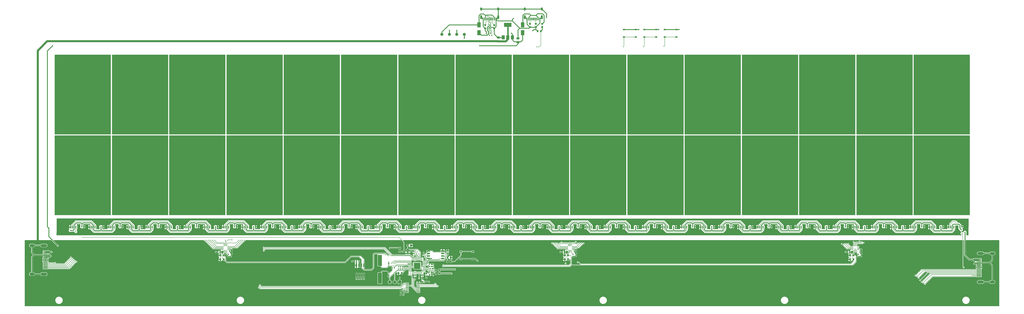
<source format=gbr>
%TF.GenerationSoftware,KiCad,Pcbnew,(6.0.5-0)*%
%TF.CreationDate,2022-06-17T20:43:43-05:00*%
%TF.ProjectId,skogaslider-main-pcb,736b6f67-6173-46c6-9964-65722d6d6169,rev?*%
%TF.SameCoordinates,Original*%
%TF.FileFunction,Copper,L1,Top*%
%TF.FilePolarity,Positive*%
%FSLAX46Y46*%
G04 Gerber Fmt 4.6, Leading zero omitted, Abs format (unit mm)*
G04 Created by KiCad (PCBNEW (6.0.5-0)) date 2022-06-17 20:43:43*
%MOMM*%
%LPD*%
G01*
G04 APERTURE LIST*
G04 Aperture macros list*
%AMRoundRect*
0 Rectangle with rounded corners*
0 $1 Rounding radius*
0 $2 $3 $4 $5 $6 $7 $8 $9 X,Y pos of 4 corners*
0 Add a 4 corners polygon primitive as box body*
4,1,4,$2,$3,$4,$5,$6,$7,$8,$9,$2,$3,0*
0 Add four circle primitives for the rounded corners*
1,1,$1+$1,$2,$3*
1,1,$1+$1,$4,$5*
1,1,$1+$1,$6,$7*
1,1,$1+$1,$8,$9*
0 Add four rect primitives between the rounded corners*
20,1,$1+$1,$2,$3,$4,$5,0*
20,1,$1+$1,$4,$5,$6,$7,0*
20,1,$1+$1,$6,$7,$8,$9,0*
20,1,$1+$1,$8,$9,$2,$3,0*%
%AMFreePoly0*
4,1,14,0.354215,0.088284,0.450784,-0.008285,0.462500,-0.036569,0.462500,-0.060000,0.450784,-0.088284,0.422500,-0.100000,-0.422500,-0.100000,-0.450784,-0.088284,-0.462500,-0.060000,-0.462500,0.060000,-0.450784,0.088284,-0.422500,0.100000,0.325931,0.100000,0.354215,0.088284,0.354215,0.088284,$1*%
%AMFreePoly1*
4,1,14,0.450784,0.088284,0.462500,0.060000,0.462500,0.036569,0.450784,0.008285,0.354215,-0.088284,0.325931,-0.100000,-0.422500,-0.100000,-0.450784,-0.088284,-0.462500,-0.060000,-0.462500,0.060000,-0.450784,0.088284,-0.422500,0.100000,0.422500,0.100000,0.450784,0.088284,0.450784,0.088284,$1*%
%AMFreePoly2*
4,1,14,0.088284,0.450784,0.100000,0.422500,0.100000,-0.422500,0.088284,-0.450784,0.060000,-0.462500,-0.060000,-0.462500,-0.088284,-0.450784,-0.100000,-0.422500,-0.100000,0.325931,-0.088284,0.354215,0.008285,0.450784,0.036569,0.462500,0.060000,0.462500,0.088284,0.450784,0.088284,0.450784,$1*%
%AMFreePoly3*
4,1,14,-0.008285,0.450784,0.088284,0.354215,0.100000,0.325931,0.100000,-0.422500,0.088284,-0.450784,0.060000,-0.462500,-0.060000,-0.462500,-0.088284,-0.450784,-0.100000,-0.422500,-0.100000,0.422500,-0.088284,0.450784,-0.060000,0.462500,-0.036569,0.462500,-0.008285,0.450784,-0.008285,0.450784,$1*%
%AMFreePoly4*
4,1,14,0.450784,0.088284,0.462500,0.060000,0.462500,-0.060000,0.450784,-0.088284,0.422500,-0.100000,-0.325931,-0.100000,-0.354215,-0.088284,-0.450784,0.008285,-0.462500,0.036569,-0.462500,0.060000,-0.450784,0.088284,-0.422500,0.100000,0.422500,0.100000,0.450784,0.088284,0.450784,0.088284,$1*%
%AMFreePoly5*
4,1,14,0.450784,0.088284,0.462500,0.060000,0.462500,-0.060000,0.450784,-0.088284,0.422500,-0.100000,-0.422500,-0.100000,-0.450784,-0.088284,-0.462500,-0.060000,-0.462500,-0.036569,-0.450784,-0.008285,-0.354215,0.088284,-0.325931,0.100000,0.422500,0.100000,0.450784,0.088284,0.450784,0.088284,$1*%
%AMFreePoly6*
4,1,14,0.088284,0.450784,0.100000,0.422500,0.100000,-0.325931,0.088284,-0.354215,-0.008285,-0.450784,-0.036569,-0.462500,-0.060000,-0.462500,-0.088284,-0.450784,-0.100000,-0.422500,-0.100000,0.422500,-0.088284,0.450784,-0.060000,0.462500,0.060000,0.462500,0.088284,0.450784,0.088284,0.450784,$1*%
%AMFreePoly7*
4,1,14,0.088284,0.450784,0.100000,0.422500,0.100000,-0.422500,0.088284,-0.450784,0.060000,-0.462500,0.036569,-0.462500,0.008285,-0.450784,-0.088284,-0.354215,-0.100000,-0.325931,-0.100000,0.422500,-0.088284,0.450784,-0.060000,0.462500,0.060000,0.462500,0.088284,0.450784,0.088284,0.450784,$1*%
G04 Aperture macros list end*
%TA.AperFunction,SMDPad,CuDef*%
%ADD10O,2.400000X0.300000*%
%TD*%
%TA.AperFunction,ComponentPad*%
%ADD11O,3.300000X1.500000*%
%TD*%
%TA.AperFunction,ComponentPad*%
%ADD12O,2.700000X1.500000*%
%TD*%
%TA.AperFunction,SMDPad,CuDef*%
%ADD13R,0.500000X1.400000*%
%TD*%
%TA.AperFunction,SMDPad,CuDef*%
%ADD14RoundRect,0.140000X-0.140000X-0.170000X0.140000X-0.170000X0.140000X0.170000X-0.140000X0.170000X0*%
%TD*%
%TA.AperFunction,SMDPad,CuDef*%
%ADD15RoundRect,0.250000X0.475000X-0.250000X0.475000X0.250000X-0.475000X0.250000X-0.475000X-0.250000X0*%
%TD*%
%TA.AperFunction,SMDPad,CuDef*%
%ADD16FreePoly0,90.000000*%
%TD*%
%TA.AperFunction,SMDPad,CuDef*%
%ADD17RoundRect,0.050000X0.050000X-0.412500X0.050000X0.412500X-0.050000X0.412500X-0.050000X-0.412500X0*%
%TD*%
%TA.AperFunction,SMDPad,CuDef*%
%ADD18FreePoly1,90.000000*%
%TD*%
%TA.AperFunction,SMDPad,CuDef*%
%ADD19FreePoly2,90.000000*%
%TD*%
%TA.AperFunction,SMDPad,CuDef*%
%ADD20RoundRect,0.050000X0.412500X-0.050000X0.412500X0.050000X-0.412500X0.050000X-0.412500X-0.050000X0*%
%TD*%
%TA.AperFunction,SMDPad,CuDef*%
%ADD21FreePoly3,90.000000*%
%TD*%
%TA.AperFunction,SMDPad,CuDef*%
%ADD22FreePoly4,90.000000*%
%TD*%
%TA.AperFunction,SMDPad,CuDef*%
%ADD23FreePoly5,90.000000*%
%TD*%
%TA.AperFunction,SMDPad,CuDef*%
%ADD24FreePoly6,90.000000*%
%TD*%
%TA.AperFunction,SMDPad,CuDef*%
%ADD25FreePoly7,90.000000*%
%TD*%
%TA.AperFunction,SMDPad,CuDef*%
%ADD26RoundRect,0.200000X0.200000X0.275000X-0.200000X0.275000X-0.200000X-0.275000X0.200000X-0.275000X0*%
%TD*%
%TA.AperFunction,SMDPad,CuDef*%
%ADD27RoundRect,0.200000X-0.275000X0.200000X-0.275000X-0.200000X0.275000X-0.200000X0.275000X0.200000X0*%
%TD*%
%TA.AperFunction,SMDPad,CuDef*%
%ADD28RoundRect,0.140000X-0.170000X0.140000X-0.170000X-0.140000X0.170000X-0.140000X0.170000X0.140000X0*%
%TD*%
%TA.AperFunction,SMDPad,CuDef*%
%ADD29RoundRect,0.100000X-0.637500X-0.100000X0.637500X-0.100000X0.637500X0.100000X-0.637500X0.100000X0*%
%TD*%
%TA.AperFunction,SMDPad,CuDef*%
%ADD30RoundRect,0.200000X-0.200000X-0.275000X0.200000X-0.275000X0.200000X0.275000X-0.200000X0.275000X0*%
%TD*%
%TA.AperFunction,SMDPad,CuDef*%
%ADD31RoundRect,0.050000X-0.050000X0.387500X-0.050000X-0.387500X0.050000X-0.387500X0.050000X0.387500X0*%
%TD*%
%TA.AperFunction,SMDPad,CuDef*%
%ADD32RoundRect,0.050000X-0.387500X0.050000X-0.387500X-0.050000X0.387500X-0.050000X0.387500X0.050000X0*%
%TD*%
%TA.AperFunction,ComponentPad*%
%ADD33C,0.600000*%
%TD*%
%TA.AperFunction,SMDPad,CuDef*%
%ADD34RoundRect,0.144000X-1.456000X1.456000X-1.456000X-1.456000X1.456000X-1.456000X1.456000X1.456000X0*%
%TD*%
%TA.AperFunction,SMDPad,CuDef*%
%ADD35RoundRect,0.200000X0.275000X-0.200000X0.275000X0.200000X-0.275000X0.200000X-0.275000X-0.200000X0*%
%TD*%
%TA.AperFunction,SMDPad,CuDef*%
%ADD36R,1.800000X2.500000*%
%TD*%
%TA.AperFunction,SMDPad,CuDef*%
%ADD37RoundRect,0.150000X-0.650000X-0.150000X0.650000X-0.150000X0.650000X0.150000X-0.650000X0.150000X0*%
%TD*%
%TA.AperFunction,SMDPad,CuDef*%
%ADD38C,1.500000*%
%TD*%
%TA.AperFunction,SMDPad,CuDef*%
%ADD39R,2.100000X5.600000*%
%TD*%
%TA.AperFunction,SMDPad,CuDef*%
%ADD40RoundRect,0.140000X0.140000X0.170000X-0.140000X0.170000X-0.140000X-0.170000X0.140000X-0.170000X0*%
%TD*%
%TA.AperFunction,SMDPad,CuDef*%
%ADD41R,0.600000X1.450000*%
%TD*%
%TA.AperFunction,SMDPad,CuDef*%
%ADD42R,0.300000X1.450000*%
%TD*%
%TA.AperFunction,ComponentPad*%
%ADD43O,1.000000X2.100000*%
%TD*%
%TA.AperFunction,ComponentPad*%
%ADD44O,1.000000X1.600000*%
%TD*%
%TA.AperFunction,SMDPad,CuDef*%
%ADD45RoundRect,0.140000X0.170000X-0.140000X0.170000X0.140000X-0.170000X0.140000X-0.170000X-0.140000X0*%
%TD*%
%TA.AperFunction,SMDPad,CuDef*%
%ADD46RoundRect,0.150000X0.587500X0.150000X-0.587500X0.150000X-0.587500X-0.150000X0.587500X-0.150000X0*%
%TD*%
%TA.AperFunction,SMDPad,CuDef*%
%ADD47R,0.375000X0.500000*%
%TD*%
%TA.AperFunction,SMDPad,CuDef*%
%ADD48R,0.300000X0.650000*%
%TD*%
%TA.AperFunction,SMDPad,CuDef*%
%ADD49R,1.000000X0.750000*%
%TD*%
%TA.AperFunction,SMDPad,CuDef*%
%ADD50RoundRect,0.135000X0.135000X0.185000X-0.135000X0.185000X-0.135000X-0.185000X0.135000X-0.185000X0*%
%TD*%
%TA.AperFunction,ComponentPad*%
%ADD51R,1.700000X1.700000*%
%TD*%
%TA.AperFunction,ComponentPad*%
%ADD52O,1.700000X1.700000*%
%TD*%
%TA.AperFunction,SMDPad,CuDef*%
%ADD53RoundRect,0.150000X0.150000X-0.825000X0.150000X0.825000X-0.150000X0.825000X-0.150000X-0.825000X0*%
%TD*%
%TA.AperFunction,SMDPad,CuDef*%
%ADD54R,1.500000X2.000000*%
%TD*%
%TA.AperFunction,SMDPad,CuDef*%
%ADD55R,3.800000X2.000000*%
%TD*%
%TA.AperFunction,ConnectorPad*%
%ADD56R,28.500000X40.500000*%
%TD*%
%TA.AperFunction,ViaPad*%
%ADD57C,0.400000*%
%TD*%
%TA.AperFunction,ViaPad*%
%ADD58C,0.600000*%
%TD*%
%TA.AperFunction,ViaPad*%
%ADD59C,1.250000*%
%TD*%
%TA.AperFunction,Conductor*%
%ADD60C,0.150000*%
%TD*%
%TA.AperFunction,Conductor*%
%ADD61C,0.200000*%
%TD*%
%TA.AperFunction,Conductor*%
%ADD62C,0.400000*%
%TD*%
%TA.AperFunction,Conductor*%
%ADD63C,1.000000*%
%TD*%
%TA.AperFunction,Conductor*%
%ADD64C,0.800000*%
%TD*%
%TA.AperFunction,Conductor*%
%ADD65C,0.300000*%
%TD*%
G04 APERTURE END LIST*
D10*
%TO.P,J5,1*%
%TO.N,/AIR_SENSOR_1*%
X169446622Y-312931000D03*
%TO.P,J5,2*%
%TO.N,/AIR_SENSOR_3*%
X169446622Y-312431000D03*
%TO.P,J5,3*%
%TO.N,/AIR_SENSOR_5*%
X169446622Y-311931000D03*
%TO.P,J5,4*%
%TO.N,/AIR_LED_0*%
X169446622Y-311431000D03*
%TO.P,J5,5*%
%TO.N,/AIR_LED_2*%
X169446622Y-310930000D03*
%TO.P,J5,6*%
%TO.N,/AIR_LED_4*%
X169446622Y-310430000D03*
%TO.P,J5,7*%
%TO.N,/RIGHT_RGB_DO*%
X169446622Y-309930000D03*
%TO.P,J5,8*%
%TO.N,unconnected-(J5-Pad8)*%
X169446622Y-309430000D03*
%TO.P,J5,9*%
%TO.N,+3V3*%
X169446622Y-308930000D03*
%TO.P,J5,10*%
X169446622Y-308430000D03*
%TO.P,J5,11*%
X169446622Y-307930000D03*
%TO.P,J5,12*%
%TO.N,unconnected-(J5-Pad12)*%
X169446622Y-307430000D03*
%TO.P,J5,13*%
%TO.N,GND*%
X169446622Y-306930000D03*
%TO.P,J5,14*%
X169446622Y-306430000D03*
%TO.P,J5,15*%
X169446622Y-305930000D03*
%TO.P,J5,16*%
%TO.N,unconnected-(J5-Pad16)*%
X169446622Y-305429000D03*
%TO.P,J5,17*%
%TO.N,+5V*%
X169446622Y-304929000D03*
%TO.P,J5,18*%
X169446622Y-304429000D03*
%TO.P,J5,19*%
X169446622Y-303929000D03*
D11*
%TO.P,J5,SH*%
%TO.N,GND*%
X168614622Y-301180000D03*
D12*
X162654622Y-301180000D03*
X162654622Y-315680000D03*
D11*
X168614622Y-315680000D03*
%TD*%
D13*
%TO.P,D35,1,VDD*%
%TO.N,+5V*%
X493296353Y-291820000D03*
%TO.P,D35,2,DOUT*%
%TO.N,Net-(D35-Pad2)*%
X492456353Y-291820000D03*
%TO.P,D35,3,VSS*%
%TO.N,GND*%
X491606353Y-291820000D03*
%TO.P,D35,4,DIN*%
%TO.N,Net-(D34-Pad2)*%
X494146353Y-291820000D03*
%TD*%
D14*
%TO.P,C25,1*%
%TO.N,+5V*%
X187876696Y-291620000D03*
%TO.P,C25,2*%
%TO.N,GND*%
X188836696Y-291620000D03*
%TD*%
D15*
%TO.P,C13,1*%
%TO.N,+5V*%
X408700000Y-197910000D03*
%TO.P,C13,2*%
%TO.N,GND*%
X408700000Y-196010000D03*
%TD*%
D16*
%TO.P,U2,1,~{IRQ}*%
%TO.N,unconnected-(U2-Pad1)*%
X259797384Y-303837500D03*
D17*
%TO.P,U2,2,SCL*%
%TO.N,/SCL*%
X260197384Y-303837500D03*
%TO.P,U2,3,SDA*%
%TO.N,/SDA*%
X260597384Y-303837500D03*
%TO.P,U2,4,ADDR*%
%TO.N,GND*%
X260997384Y-303837500D03*
D18*
%TO.P,U2,5,VREG*%
%TO.N,Net-(C18-Pad2)*%
X261397384Y-303837500D03*
D19*
%TO.P,U2,6,VSS*%
%TO.N,GND*%
X261984884Y-303250000D03*
D20*
%TO.P,U2,7,REXT*%
%TO.N,Net-(R9-Pad2)*%
X261984884Y-302850000D03*
%TO.P,U2,8,ELE0*%
%TO.N,/KEY_12*%
X261984884Y-302450000D03*
%TO.P,U2,9,ELE1*%
%TO.N,/KEY_11*%
X261984884Y-302050000D03*
D21*
%TO.P,U2,10,ELE2*%
%TO.N,/KEY_10*%
X261984884Y-301650000D03*
D22*
%TO.P,U2,11,ELE3*%
%TO.N,/KEY_9*%
X261397384Y-301062500D03*
D17*
%TO.P,U2,12,LED0/ELE4*%
%TO.N,/KEY_8*%
X260997384Y-301062500D03*
%TO.P,U2,13,LED1/ELE5*%
%TO.N,/KEY_7*%
X260597384Y-301062500D03*
%TO.P,U2,14,LED2/ELE6*%
%TO.N,/KEY_6*%
X260197384Y-301062500D03*
D23*
%TO.P,U2,15,LED3/ELE7*%
%TO.N,/KEY_5*%
X259797384Y-301062500D03*
D24*
%TO.P,U2,16,LED4/ELE8*%
%TO.N,/KEY_4*%
X259209884Y-301650000D03*
D20*
%TO.P,U2,17,LED5/ELE9*%
%TO.N,/KEY_3*%
X259209884Y-302050000D03*
%TO.P,U2,18,LED6/ELE10*%
%TO.N,/KEY_2*%
X259209884Y-302450000D03*
%TO.P,U2,19,LED7/ELE11*%
%TO.N,/KEY_1*%
X259209884Y-302850000D03*
D25*
%TO.P,U2,20,VDD*%
%TO.N,+3V3*%
X259209884Y-303250000D03*
%TD*%
D14*
%TO.P,C37,1*%
%TO.N,+5V*%
X303876688Y-291620000D03*
%TO.P,C37,2*%
%TO.N,GND*%
X304836688Y-291620000D03*
%TD*%
D26*
%TO.P,R11,1*%
%TO.N,/USB_D+*%
X368962624Y-313680000D03*
%TO.P,R11,2*%
%TO.N,Net-(R11-Pad2)*%
X367312624Y-313680000D03*
%TD*%
D13*
%TO.P,D20,1,VDD*%
%TO.N,+5V*%
X348296363Y-291820000D03*
%TO.P,D20,2,DOUT*%
%TO.N,Net-(D20-Pad2)*%
X347456363Y-291820000D03*
%TO.P,D20,3,VSS*%
%TO.N,GND*%
X346606363Y-291820000D03*
%TO.P,D20,4,DIN*%
%TO.N,Net-(D19-Pad2)*%
X349146363Y-291820000D03*
%TD*%
%TO.P,D12,1,VDD*%
%TO.N,+5V*%
X270963035Y-291820000D03*
%TO.P,D12,2,DOUT*%
%TO.N,Net-(D12-Pad2)*%
X270123035Y-291820000D03*
%TO.P,D12,3,VSS*%
%TO.N,GND*%
X269273035Y-291820000D03*
%TO.P,D12,4,DIN*%
%TO.N,Net-(D11-Pad2)*%
X271813035Y-291820000D03*
%TD*%
D14*
%TO.P,C43,1*%
%TO.N,+5V*%
X361876684Y-291620000D03*
%TO.P,C43,2*%
%TO.N,GND*%
X362836684Y-291620000D03*
%TD*%
D27*
%TO.P,R24,1*%
%TO.N,Net-(R24-Pad1)*%
X349547624Y-324515000D03*
%TO.P,R24,2*%
%TO.N,GND*%
X349547624Y-326165000D03*
%TD*%
D14*
%TO.P,C34,1*%
%TO.N,+5V*%
X274876690Y-291620000D03*
%TO.P,C34,2*%
%TO.N,GND*%
X275836690Y-291620000D03*
%TD*%
D28*
%TO.P,C7,1*%
%TO.N,+3V3*%
X360267624Y-316225000D03*
%TO.P,C7,2*%
%TO.N,GND*%
X360267624Y-317185000D03*
%TD*%
D29*
%TO.P,U9,1,A4*%
%TO.N,/AIR_SENSOR_5*%
X352565124Y-320235000D03*
%TO.P,U9,2,A6*%
%TO.N,/AIR_SENSOR_3*%
X352565124Y-320885000D03*
%TO.P,U9,3,A*%
%TO.N,/AIR_SENSOR_IN*%
X352565124Y-321535000D03*
%TO.P,U9,4,A7*%
%TO.N,unconnected-(U9-Pad4)*%
X352565124Y-322185000D03*
%TO.P,U9,5,A5*%
%TO.N,/AIR_SENSOR_1*%
X352565124Y-322835000D03*
%TO.P,U9,6,~{E}*%
%TO.N,Net-(R24-Pad1)*%
X352565124Y-323485000D03*
%TO.P,U9,7,VEE*%
%TO.N,GND*%
X352565124Y-324135000D03*
%TO.P,U9,8,GND*%
X352565124Y-324785000D03*
%TO.P,U9,9,S2*%
%TO.N,/MUX_2*%
X358290124Y-324785000D03*
%TO.P,U9,10,S1*%
%TO.N,/MUX_1*%
X358290124Y-324135000D03*
%TO.P,U9,11,S0*%
%TO.N,/MUX_0*%
X358290124Y-323485000D03*
%TO.P,U9,12,A3*%
%TO.N,unconnected-(U9-Pad12)*%
X358290124Y-322835000D03*
%TO.P,U9,13,A0*%
%TO.N,/AIR_SENSOR_4*%
X358290124Y-322185000D03*
%TO.P,U9,14,A1*%
%TO.N,/AIR_SENSOR_2*%
X358290124Y-321535000D03*
%TO.P,U9,15,A2*%
%TO.N,/AIR_SENSOR_0*%
X358290124Y-320885000D03*
%TO.P,U9,16,VCC*%
%TO.N,+3V3*%
X358290124Y-320235000D03*
%TD*%
D14*
%TO.P,C52,1*%
%TO.N,+5V*%
X448876678Y-291620000D03*
%TO.P,C52,2*%
%TO.N,GND*%
X449836678Y-291620000D03*
%TD*%
D30*
%TO.P,R2,1*%
%TO.N,+3V3*%
X258027384Y-306130000D03*
%TO.P,R2,2*%
%TO.N,/SDA*%
X259677384Y-306130000D03*
%TD*%
D31*
%TO.P,U5,1,IOVDD*%
%TO.N,+3V3*%
X360247624Y-308122500D03*
%TO.P,U5,2,GPIO0*%
%TO.N,unconnected-(U5-Pad2)*%
X359847624Y-308122500D03*
%TO.P,U5,3,GPIO1*%
%TO.N,unconnected-(U5-Pad3)*%
X359447624Y-308122500D03*
%TO.P,U5,4,GPIO2*%
%TO.N,/RGB_LED*%
X359047624Y-308122500D03*
%TO.P,U5,5,GPIO3*%
%TO.N,/AUX_POWER_DETECT*%
X358647624Y-308122500D03*
%TO.P,U5,6,GPIO4*%
%TO.N,/SDA*%
X358247624Y-308122500D03*
%TO.P,U5,7,GPIO5*%
%TO.N,/SCL*%
X357847624Y-308122500D03*
%TO.P,U5,8,GPIO6*%
%TO.N,/SW_TEST*%
X357447624Y-308122500D03*
%TO.P,U5,9,GPIO7*%
%TO.N,/SW_SVC*%
X357047624Y-308122500D03*
%TO.P,U5,10,IOVDD*%
%TO.N,+3V3*%
X356647624Y-308122500D03*
%TO.P,U5,11,GPIO8*%
%TO.N,/SW_FUNCTION*%
X356247624Y-308122500D03*
%TO.P,U5,12,GPIO9*%
%TO.N,/AIR_LED_4*%
X355847624Y-308122500D03*
%TO.P,U5,13,GPIO10*%
%TO.N,/AIR_LED_2*%
X355447624Y-308122500D03*
%TO.P,U5,14,GPIO11*%
%TO.N,/AIR_LED_0*%
X355047624Y-308122500D03*
D32*
%TO.P,U5,15,GPIO12*%
%TO.N,/AIR_LED_5*%
X354210124Y-308960000D03*
%TO.P,U5,16,GPIO13*%
%TO.N,/AIR_LED_3*%
X354210124Y-309360000D03*
%TO.P,U5,17,GPIO14*%
%TO.N,/AIR_LED_1*%
X354210124Y-309760000D03*
%TO.P,U5,18,GPIO15*%
%TO.N,unconnected-(U5-Pad18)*%
X354210124Y-310160000D03*
%TO.P,U5,19,TESTEN*%
%TO.N,GND*%
X354210124Y-310560000D03*
%TO.P,U5,20,XIN*%
%TO.N,/XIN*%
X354210124Y-310960000D03*
%TO.P,U5,21,XOUT*%
%TO.N,/XOUT*%
X354210124Y-311360000D03*
%TO.P,U5,22,IOVDD*%
%TO.N,+3V3*%
X354210124Y-311760000D03*
%TO.P,U5,23,DVDD*%
%TO.N,+1V1*%
X354210124Y-312160000D03*
%TO.P,U5,24,SWCLK*%
%TO.N,/SWCLK*%
X354210124Y-312560000D03*
%TO.P,U5,25,SWD*%
%TO.N,/SWDIO*%
X354210124Y-312960000D03*
%TO.P,U5,26,RUN*%
%TO.N,Net-(R21-Pad2)*%
X354210124Y-313360000D03*
%TO.P,U5,27,GPIO16*%
%TO.N,/MUX_0*%
X354210124Y-313760000D03*
%TO.P,U5,28,GPIO17*%
%TO.N,/MUX_1*%
X354210124Y-314160000D03*
D31*
%TO.P,U5,29,GPIO18*%
%TO.N,/MUX_2*%
X355047624Y-314997500D03*
%TO.P,U5,30,GPIO19*%
%TO.N,unconnected-(U5-Pad30)*%
X355447624Y-314997500D03*
%TO.P,U5,31,GPIO20*%
%TO.N,unconnected-(U5-Pad31)*%
X355847624Y-314997500D03*
%TO.P,U5,32,GPIO21*%
%TO.N,unconnected-(U5-Pad32)*%
X356247624Y-314997500D03*
%TO.P,U5,33,IOVDD*%
%TO.N,+3V3*%
X356647624Y-314997500D03*
%TO.P,U5,34,GPIO22*%
%TO.N,unconnected-(U5-Pad34)*%
X357047624Y-314997500D03*
%TO.P,U5,35,GPIO23*%
%TO.N,unconnected-(U5-Pad35)*%
X357447624Y-314997500D03*
%TO.P,U5,36,GPIO24*%
%TO.N,unconnected-(U5-Pad36)*%
X357847624Y-314997500D03*
%TO.P,U5,37,GPIO25*%
%TO.N,unconnected-(U5-Pad37)*%
X358247624Y-314997500D03*
%TO.P,U5,38,GPIO26_ADC0*%
%TO.N,/AIR_SENSOR_IN*%
X358647624Y-314997500D03*
%TO.P,U5,39,GPIO27_ADC1*%
%TO.N,unconnected-(U5-Pad39)*%
X359047624Y-314997500D03*
%TO.P,U5,40,GPIO28_ADC2*%
%TO.N,unconnected-(U5-Pad40)*%
X359447624Y-314997500D03*
%TO.P,U5,41,GPIO29_ADC3*%
%TO.N,unconnected-(U5-Pad41)*%
X359847624Y-314997500D03*
%TO.P,U5,42,IOVDD*%
%TO.N,+3V3*%
X360247624Y-314997500D03*
D32*
%TO.P,U5,43,ADC_AVDD*%
X361085124Y-314160000D03*
%TO.P,U5,44,VREG_IN*%
X361085124Y-313760000D03*
%TO.P,U5,45,VREG_VOUT*%
%TO.N,+1V1*%
X361085124Y-313360000D03*
%TO.P,U5,46,USB_DM*%
%TO.N,Net-(R13-Pad2)*%
X361085124Y-312960000D03*
%TO.P,U5,47,USB_DP*%
%TO.N,Net-(R11-Pad2)*%
X361085124Y-312560000D03*
%TO.P,U5,48,USB_VDD*%
%TO.N,+3V3*%
X361085124Y-312160000D03*
%TO.P,U5,49,IOVDD*%
X361085124Y-311760000D03*
%TO.P,U5,50,DVDD*%
%TO.N,+1V1*%
X361085124Y-311360000D03*
%TO.P,U5,51,QSPI_SD3*%
%TO.N,/QSPI_SD3*%
X361085124Y-310960000D03*
%TO.P,U5,52,QSPI_SCLK*%
%TO.N,/QSPI_SCLK*%
X361085124Y-310560000D03*
%TO.P,U5,53,QSPI_SD0*%
%TO.N,/QSPI_SD0*%
X361085124Y-310160000D03*
%TO.P,U5,54,QSPI_SD2*%
%TO.N,/QSPI_SD2*%
X361085124Y-309760000D03*
%TO.P,U5,55,QSPI_SD1*%
%TO.N,/QSPI_SD1*%
X361085124Y-309360000D03*
%TO.P,U5,56,QSPI_SS*%
%TO.N,/QSPI_SS*%
X361085124Y-308960000D03*
D33*
%TO.P,U5,57,GND*%
%TO.N,GND*%
X356372624Y-312835000D03*
X356372624Y-311560000D03*
X357647624Y-312835000D03*
X358922624Y-311560000D03*
X357647624Y-311560000D03*
X356372624Y-310285000D03*
X357647624Y-310285000D03*
D34*
X357647624Y-311560000D03*
D33*
X358922624Y-312835000D03*
X358922624Y-310285000D03*
%TD*%
D13*
%TO.P,D33,1,VDD*%
%TO.N,+5V*%
X473963021Y-291820000D03*
%TO.P,D33,2,DOUT*%
%TO.N,Net-(D33-Pad2)*%
X473123021Y-291820000D03*
%TO.P,D33,3,VSS*%
%TO.N,GND*%
X472273021Y-291820000D03*
%TO.P,D33,4,DIN*%
%TO.N,Net-(D32-Pad2)*%
X474813021Y-291820000D03*
%TD*%
D35*
%TO.P,R9,1*%
%TO.N,GND*%
X263597384Y-305065000D03*
%TO.P,R9,2*%
%TO.N,Net-(R9-Pad2)*%
X263597384Y-303415000D03*
%TD*%
D30*
%TO.P,R3,1*%
%TO.N,+3V3*%
X432507624Y-308175000D03*
%TO.P,R3,2*%
%TO.N,/SCL*%
X434157624Y-308175000D03*
%TD*%
D14*
%TO.P,C65,1*%
%TO.N,+5V*%
X564876670Y-291620000D03*
%TO.P,C65,2*%
%TO.N,GND*%
X565836670Y-291620000D03*
%TD*%
D13*
%TO.P,D19,1,VDD*%
%TO.N,+5V*%
X338629697Y-291820000D03*
%TO.P,D19,2,DOUT*%
%TO.N,Net-(D19-Pad2)*%
X337789697Y-291820000D03*
%TO.P,D19,3,VSS*%
%TO.N,GND*%
X336939697Y-291820000D03*
%TO.P,D19,4,DIN*%
%TO.N,Net-(D18-Pad2)*%
X339479697Y-291820000D03*
%TD*%
D35*
%TO.P,R10,1*%
%TO.N,GND*%
X438077624Y-305062500D03*
%TO.P,R10,2*%
%TO.N,Net-(R10-Pad2)*%
X438077624Y-303412500D03*
%TD*%
D13*
%TO.P,D48,1,VDD*%
%TO.N,+5V*%
X618963011Y-291820000D03*
%TO.P,D48,2,DOUT*%
%TO.N,Net-(D48-Pad2)*%
X618123011Y-291820000D03*
%TO.P,D48,3,VSS*%
%TO.N,GND*%
X617273011Y-291820000D03*
%TO.P,D48,4,DIN*%
%TO.N,Net-(D47-Pad2)*%
X619813011Y-291820000D03*
%TD*%
%TO.P,D9,1,VDD*%
%TO.N,+5V*%
X241963037Y-291820000D03*
%TO.P,D9,2,DOUT*%
%TO.N,Net-(D10-Pad4)*%
X241123037Y-291820000D03*
%TO.P,D9,3,VSS*%
%TO.N,GND*%
X240273037Y-291820000D03*
%TO.P,D9,4,DIN*%
%TO.N,Net-(D8-Pad2)*%
X242813037Y-291820000D03*
%TD*%
D36*
%TO.P,D2,1,K*%
%TO.N,+5V*%
X411117624Y-193088802D03*
%TO.P,D2,2,A*%
%TO.N,Net-(D2-Pad2)*%
X411117624Y-189088802D03*
%TD*%
D37*
%TO.P,U7,1,~{CS}*%
%TO.N,/QSPI_SS*%
X363407624Y-303920000D03*
%TO.P,U7,2,DO(IO1)*%
%TO.N,/QSPI_SD1*%
X363407624Y-305190000D03*
%TO.P,U7,3,IO2*%
%TO.N,/QSPI_SD2*%
X363407624Y-306460000D03*
%TO.P,U7,4,GND*%
%TO.N,GND*%
X363407624Y-307730000D03*
%TO.P,U7,5,DI(IO0)*%
%TO.N,/QSPI_SD0*%
X370607624Y-307730000D03*
%TO.P,U7,6,CLK*%
%TO.N,/QSPI_SCLK*%
X370607624Y-306460000D03*
%TO.P,U7,7,IO3*%
%TO.N,/QSPI_SD3*%
X370607624Y-305190000D03*
%TO.P,U7,8,VCC*%
%TO.N,+3V3*%
X370607624Y-303920000D03*
%TD*%
D14*
%TO.P,C55,1*%
%TO.N,+5V*%
X477876676Y-291620000D03*
%TO.P,C55,2*%
%TO.N,GND*%
X478836676Y-291620000D03*
%TD*%
D13*
%TO.P,D28,1,VDD*%
%TO.N,+5V*%
X425629691Y-291820000D03*
%TO.P,D28,2,DOUT*%
%TO.N,Net-(D28-Pad2)*%
X424789691Y-291820000D03*
%TO.P,D28,3,VSS*%
%TO.N,GND*%
X423939691Y-291820000D03*
%TO.P,D28,4,DIN*%
%TO.N,Net-(D27-Pad2)*%
X426479691Y-291820000D03*
%TD*%
%TO.P,D46,1,VDD*%
%TO.N,+5V*%
X599629679Y-291820000D03*
%TO.P,D46,2,DOUT*%
%TO.N,Net-(D46-Pad2)*%
X598789679Y-291820000D03*
%TO.P,D46,3,VSS*%
%TO.N,GND*%
X597939679Y-291820000D03*
%TO.P,D46,4,DIN*%
%TO.N,Net-(D45-Pad2)*%
X600479679Y-291820000D03*
%TD*%
D38*
%TO.P,TP4,1,1*%
%TO.N,GND*%
X381516667Y-193960000D03*
%TD*%
D30*
%TO.P,R19,1*%
%TO.N,+3V3*%
X576972624Y-306130000D03*
%TO.P,R19,2*%
%TO.N,/SDA*%
X578622624Y-306130000D03*
%TD*%
D13*
%TO.P,D10,1,VDD*%
%TO.N,+5V*%
X251629703Y-291820000D03*
%TO.P,D10,2,DOUT*%
%TO.N,Net-(D10-Pad2)*%
X250789703Y-291820000D03*
%TO.P,D10,3,VSS*%
%TO.N,GND*%
X249939703Y-291820000D03*
%TO.P,D10,4,DIN*%
%TO.N,Net-(D10-Pad4)*%
X252479703Y-291820000D03*
%TD*%
D16*
%TO.P,U3,1,~{IRQ}*%
%TO.N,unconnected-(U3-Pad1)*%
X434277624Y-303835000D03*
D17*
%TO.P,U3,2,SCL*%
%TO.N,/SCL*%
X434677624Y-303835000D03*
%TO.P,U3,3,SDA*%
%TO.N,/SDA*%
X435077624Y-303835000D03*
%TO.P,U3,4,ADDR*%
X435477624Y-303835000D03*
D18*
%TO.P,U3,5,VREG*%
%TO.N,Net-(C19-Pad2)*%
X435877624Y-303835000D03*
D19*
%TO.P,U3,6,VSS*%
%TO.N,GND*%
X436465124Y-303247500D03*
D20*
%TO.P,U3,7,REXT*%
%TO.N,Net-(R10-Pad2)*%
X436465124Y-302847500D03*
%TO.P,U3,8,ELE0*%
%TO.N,/KEY_24*%
X436465124Y-302447500D03*
%TO.P,U3,9,ELE1*%
%TO.N,/KEY_23*%
X436465124Y-302047500D03*
D21*
%TO.P,U3,10,ELE2*%
%TO.N,/KEY_22*%
X436465124Y-301647500D03*
D22*
%TO.P,U3,11,ELE3*%
%TO.N,/KEY_21*%
X435877624Y-301060000D03*
D17*
%TO.P,U3,12,LED0/ELE4*%
%TO.N,/KEY_20*%
X435477624Y-301060000D03*
%TO.P,U3,13,LED1/ELE5*%
%TO.N,/KEY_19*%
X435077624Y-301060000D03*
%TO.P,U3,14,LED2/ELE6*%
%TO.N,/KEY_18*%
X434677624Y-301060000D03*
D23*
%TO.P,U3,15,LED3/ELE7*%
%TO.N,/KEY_17*%
X434277624Y-301060000D03*
D24*
%TO.P,U3,16,LED4/ELE8*%
%TO.N,/KEY_16*%
X433690124Y-301647500D03*
D20*
%TO.P,U3,17,LED5/ELE9*%
%TO.N,/KEY_15*%
X433690124Y-302047500D03*
%TO.P,U3,18,LED6/ELE10*%
%TO.N,/KEY_14*%
X433690124Y-302447500D03*
%TO.P,U3,19,LED7/ELE11*%
%TO.N,/KEY_13*%
X433690124Y-302847500D03*
D25*
%TO.P,U3,20,VDD*%
%TO.N,+3V3*%
X433690124Y-303247500D03*
%TD*%
D14*
%TO.P,C11,1*%
%TO.N,GND*%
X256871635Y-304440000D03*
%TO.P,C11,2*%
%TO.N,+3V3*%
X257831635Y-304440000D03*
%TD*%
%TO.P,C33,1*%
%TO.N,+5V*%
X265210024Y-291620000D03*
%TO.P,C33,2*%
%TO.N,GND*%
X266170024Y-291620000D03*
%TD*%
%TO.P,C62,1*%
%TO.N,+5V*%
X535876672Y-291620000D03*
%TO.P,C62,2*%
%TO.N,GND*%
X536836672Y-291620000D03*
%TD*%
D13*
%TO.P,D25,1,VDD*%
%TO.N,+5V*%
X396629693Y-291820000D03*
%TO.P,D25,2,DOUT*%
%TO.N,Net-(D25-Pad2)*%
X395789693Y-291820000D03*
%TO.P,D25,3,VSS*%
%TO.N,GND*%
X394939693Y-291820000D03*
%TO.P,D25,4,DIN*%
%TO.N,Net-(D24-Pad2)*%
X397479693Y-291820000D03*
%TD*%
D39*
%TO.P,Y1,1,1*%
%TO.N,/XIN*%
X338817624Y-308740000D03*
%TO.P,Y1,2,2*%
%TO.N,Net-(C24-Pad1)*%
X338817624Y-317740000D03*
%TD*%
D14*
%TO.P,C59,1*%
%TO.N,+5V*%
X506876674Y-291620000D03*
%TO.P,C59,2*%
%TO.N,GND*%
X507836674Y-291620000D03*
%TD*%
D38*
%TO.P,TP2,1,1*%
%TO.N,/PRE_USB_D+*%
X373998889Y-193960000D03*
%TD*%
D14*
%TO.P,C72,1*%
%TO.N,+5V*%
X632543362Y-291620000D03*
%TO.P,C72,2*%
%TO.N,GND*%
X633503362Y-291620000D03*
%TD*%
D13*
%TO.P,D3,1,VDD*%
%TO.N,+5V*%
X183963041Y-291820000D03*
%TO.P,D3,2,DOUT*%
%TO.N,Net-(D3-Pad2)*%
X183123041Y-291820000D03*
%TO.P,D3,3,VSS*%
%TO.N,GND*%
X182273041Y-291820000D03*
%TO.P,D3,4,DIN*%
%TO.N,/RGB_DO*%
X184813041Y-291820000D03*
%TD*%
D14*
%TO.P,C29,1*%
%TO.N,+5V*%
X226543360Y-291620000D03*
%TO.P,C29,2*%
%TO.N,GND*%
X227503360Y-291620000D03*
%TD*%
%TO.P,C68,1*%
%TO.N,+5V*%
X593876668Y-291620000D03*
%TO.P,C68,2*%
%TO.N,GND*%
X594836668Y-291620000D03*
%TD*%
D13*
%TO.P,D18,1,VDD*%
%TO.N,+5V*%
X328963031Y-291820000D03*
%TO.P,D18,2,DOUT*%
%TO.N,Net-(D18-Pad2)*%
X328123031Y-291820000D03*
%TO.P,D18,3,VSS*%
%TO.N,GND*%
X327273031Y-291820000D03*
%TO.P,D18,4,DIN*%
%TO.N,Net-(D17-Pad2)*%
X329813031Y-291820000D03*
%TD*%
%TO.P,D16,1,VDD*%
%TO.N,+5V*%
X309629699Y-291820000D03*
%TO.P,D16,2,DOUT*%
%TO.N,Net-(D16-Pad2)*%
X308789699Y-291820000D03*
%TO.P,D16,3,VSS*%
%TO.N,GND*%
X307939699Y-291820000D03*
%TO.P,D16,4,DIN*%
%TO.N,Net-(D15-Pad2)*%
X310479699Y-291820000D03*
%TD*%
D14*
%TO.P,C5,1*%
%TO.N,+3V3*%
X364350000Y-312930000D03*
%TO.P,C5,2*%
%TO.N,GND*%
X365310000Y-312930000D03*
%TD*%
D35*
%TO.P,R22,1*%
%TO.N,GND*%
X582542624Y-305065000D03*
%TO.P,R22,2*%
%TO.N,Net-(R22-Pad2)*%
X582542624Y-303415000D03*
%TD*%
D14*
%TO.P,C12,1*%
%TO.N,GND*%
X431340000Y-304437500D03*
%TO.P,C12,2*%
%TO.N,+3V3*%
X432300000Y-304437500D03*
%TD*%
D40*
%TO.P,C2,1*%
%TO.N,+1V1*%
X350257624Y-313070000D03*
%TO.P,C2,2*%
%TO.N,GND*%
X349297624Y-313070000D03*
%TD*%
D16*
%TO.P,U8,1,~{IRQ}*%
%TO.N,unconnected-(U8-Pad1)*%
X578742624Y-303837500D03*
D17*
%TO.P,U8,2,SCL*%
%TO.N,/SCL*%
X579142624Y-303837500D03*
%TO.P,U8,3,SDA*%
%TO.N,/SDA*%
X579542624Y-303837500D03*
%TO.P,U8,4,ADDR*%
%TO.N,/SCL*%
X579942624Y-303837500D03*
D18*
%TO.P,U8,5,VREG*%
%TO.N,Net-(C22-Pad2)*%
X580342624Y-303837500D03*
D19*
%TO.P,U8,6,VSS*%
%TO.N,GND*%
X580930124Y-303250000D03*
D20*
%TO.P,U8,7,REXT*%
%TO.N,Net-(R22-Pad2)*%
X580930124Y-302850000D03*
%TO.P,U8,8,ELE0*%
%TO.N,unconnected-(U8-Pad8)*%
X580930124Y-302450000D03*
%TO.P,U8,9,ELE1*%
%TO.N,unconnected-(U8-Pad9)*%
X580930124Y-302050000D03*
D21*
%TO.P,U8,10,ELE2*%
%TO.N,unconnected-(U8-Pad10)*%
X580930124Y-301650000D03*
D22*
%TO.P,U8,11,ELE3*%
%TO.N,unconnected-(U8-Pad11)*%
X580342624Y-301062500D03*
D17*
%TO.P,U8,12,LED0/ELE4*%
%TO.N,/KEY_32*%
X579942624Y-301062500D03*
%TO.P,U8,13,LED1/ELE5*%
%TO.N,/KEY_31*%
X579542624Y-301062500D03*
%TO.P,U8,14,LED2/ELE6*%
%TO.N,/KEY_30*%
X579142624Y-301062500D03*
D23*
%TO.P,U8,15,LED3/ELE7*%
%TO.N,/KEY_29*%
X578742624Y-301062500D03*
D24*
%TO.P,U8,16,LED4/ELE8*%
%TO.N,/KEY_28*%
X578155124Y-301650000D03*
D20*
%TO.P,U8,17,LED5/ELE9*%
%TO.N,/KEY_27*%
X578155124Y-302050000D03*
%TO.P,U8,18,LED6/ELE10*%
%TO.N,/KEY_26*%
X578155124Y-302450000D03*
%TO.P,U8,19,LED7/ELE11*%
%TO.N,/KEY_25*%
X578155124Y-302850000D03*
D25*
%TO.P,U8,20,VDD*%
%TO.N,+3V3*%
X578155124Y-303250000D03*
%TD*%
D13*
%TO.P,D32,1,VDD*%
%TO.N,+5V*%
X464296355Y-291820000D03*
%TO.P,D32,2,DOUT*%
%TO.N,Net-(D32-Pad2)*%
X463456355Y-291820000D03*
%TO.P,D32,3,VSS*%
%TO.N,GND*%
X462606355Y-291820000D03*
%TO.P,D32,4,DIN*%
%TO.N,Net-(D31-Pad2)*%
X465146355Y-291820000D03*
%TD*%
D28*
%TO.P,C8,1*%
%TO.N,+3V3*%
X356647624Y-316237781D03*
%TO.P,C8,2*%
%TO.N,GND*%
X356647624Y-317197781D03*
%TD*%
D14*
%TO.P,C42,1*%
%TO.N,+5V*%
X352210018Y-291620000D03*
%TO.P,C42,2*%
%TO.N,GND*%
X353170018Y-291620000D03*
%TD*%
D13*
%TO.P,D45,1,VDD*%
%TO.N,+5V*%
X589963013Y-291820000D03*
%TO.P,D45,2,DOUT*%
%TO.N,Net-(D45-Pad2)*%
X589123013Y-291820000D03*
%TO.P,D45,3,VSS*%
%TO.N,GND*%
X588273013Y-291820000D03*
%TO.P,D45,4,DIN*%
%TO.N,Net-(D44-Pad2)*%
X590813013Y-291820000D03*
%TD*%
D41*
%TO.P,J1,A1,GND*%
%TO.N,GND*%
X419807624Y-186163802D03*
%TO.P,J1,A4,VBUS*%
%TO.N,Net-(D2-Pad2)*%
X419007624Y-186163802D03*
D42*
%TO.P,J1,A5,CC1*%
%TO.N,Net-(J1-PadA5)*%
X417807624Y-186163802D03*
%TO.P,J1,A6,D+*%
%TO.N,unconnected-(J1-PadA6)*%
X416807624Y-186163802D03*
%TO.P,J1,A7,D-*%
%TO.N,unconnected-(J1-PadA7)*%
X416307624Y-186163802D03*
%TO.P,J1,A8,SBU1*%
%TO.N,unconnected-(J1-PadA8)*%
X415307624Y-186163802D03*
D41*
%TO.P,J1,A9,VBUS*%
%TO.N,Net-(D2-Pad2)*%
X414107624Y-186163802D03*
%TO.P,J1,A12,GND*%
%TO.N,GND*%
X413307624Y-186163802D03*
%TO.P,J1,B1,GND*%
X413307624Y-186163802D03*
%TO.P,J1,B4,VBUS*%
%TO.N,Net-(D2-Pad2)*%
X414107624Y-186163802D03*
D42*
%TO.P,J1,B5,CC2*%
%TO.N,Net-(J1-PadB5)*%
X414807624Y-186163802D03*
%TO.P,J1,B6,D+*%
%TO.N,unconnected-(J1-PadB6)*%
X415807624Y-186163802D03*
%TO.P,J1,B7,D-*%
%TO.N,unconnected-(J1-PadB7)*%
X417307624Y-186163802D03*
%TO.P,J1,B8,SBU2*%
%TO.N,unconnected-(J1-PadB8)*%
X418307624Y-186163802D03*
D41*
%TO.P,J1,B9,VBUS*%
%TO.N,Net-(D2-Pad2)*%
X419007624Y-186163802D03*
%TO.P,J1,B12,GND*%
%TO.N,GND*%
X419807624Y-186163802D03*
D43*
%TO.P,J1,S1,SHIELD*%
X420877624Y-185248802D03*
X412237624Y-185248802D03*
D44*
X420877624Y-181068802D03*
X412237624Y-181068802D03*
%TD*%
D13*
%TO.P,D17,1,VDD*%
%TO.N,+5V*%
X319296365Y-291820000D03*
%TO.P,D17,2,DOUT*%
%TO.N,Net-(D17-Pad2)*%
X318456365Y-291820000D03*
%TO.P,D17,3,VSS*%
%TO.N,GND*%
X317606365Y-291820000D03*
%TO.P,D17,4,DIN*%
%TO.N,Net-(D16-Pad2)*%
X320146365Y-291820000D03*
%TD*%
D14*
%TO.P,C54,1*%
%TO.N,+5V*%
X468210010Y-291620000D03*
%TO.P,C54,2*%
%TO.N,GND*%
X469170010Y-291620000D03*
%TD*%
%TO.P,C70,1*%
%TO.N,+5V*%
X613210000Y-291620000D03*
%TO.P,C70,2*%
%TO.N,GND*%
X614170000Y-291620000D03*
%TD*%
D36*
%TO.P,D1,1,K*%
%TO.N,+5V*%
X388997624Y-193088802D03*
%TO.P,D1,2,A*%
%TO.N,Net-(D1-Pad2)*%
X388997624Y-189088802D03*
%TD*%
D28*
%TO.P,C6,1*%
%TO.N,+3V3*%
X362397624Y-315540000D03*
%TO.P,C6,2*%
%TO.N,GND*%
X362397624Y-316500000D03*
%TD*%
%TO.P,C20,1*%
%TO.N,+3V3*%
X373117624Y-303910000D03*
%TO.P,C20,2*%
%TO.N,GND*%
X373117624Y-304870000D03*
%TD*%
D14*
%TO.P,C71,1*%
%TO.N,+5V*%
X622890000Y-291620000D03*
%TO.P,C71,2*%
%TO.N,GND*%
X623850000Y-291620000D03*
%TD*%
%TO.P,C30,1*%
%TO.N,+5V*%
X236210026Y-291620000D03*
%TO.P,C30,2*%
%TO.N,GND*%
X237170026Y-291620000D03*
%TD*%
%TO.P,C36,1*%
%TO.N,+5V*%
X294210022Y-291620000D03*
%TO.P,C36,2*%
%TO.N,GND*%
X295170022Y-291620000D03*
%TD*%
D13*
%TO.P,D34,1,VDD*%
%TO.N,+5V*%
X483629687Y-291820000D03*
%TO.P,D34,2,DOUT*%
%TO.N,Net-(D34-Pad2)*%
X482789687Y-291820000D03*
%TO.P,D34,3,VSS*%
%TO.N,GND*%
X481939687Y-291820000D03*
%TO.P,D34,4,DIN*%
%TO.N,Net-(D33-Pad2)*%
X484479687Y-291820000D03*
%TD*%
%TO.P,D26,1,VDD*%
%TO.N,+5V*%
X406296359Y-291820000D03*
%TO.P,D26,2,DOUT*%
%TO.N,Net-(D26-Pad2)*%
X405456359Y-291820000D03*
%TO.P,D26,3,VSS*%
%TO.N,GND*%
X404606359Y-291820000D03*
%TO.P,D26,4,DIN*%
%TO.N,Net-(D25-Pad2)*%
X407146359Y-291820000D03*
%TD*%
D45*
%TO.P,C18,1*%
%TO.N,GND*%
X262127384Y-306600000D03*
%TO.P,C18,2*%
%TO.N,Net-(C18-Pad2)*%
X262127384Y-305640000D03*
%TD*%
D14*
%TO.P,C40,1*%
%TO.N,+5V*%
X332876686Y-291620000D03*
%TO.P,C40,2*%
%TO.N,GND*%
X333836686Y-291620000D03*
%TD*%
D13*
%TO.P,D8,1,VDD*%
%TO.N,+5V*%
X232296371Y-291820000D03*
%TO.P,D8,2,DOUT*%
%TO.N,Net-(D8-Pad2)*%
X231456371Y-291820000D03*
%TO.P,D8,3,VSS*%
%TO.N,GND*%
X230606371Y-291820000D03*
%TO.P,D8,4,DIN*%
%TO.N,Net-(D7-Pad2)*%
X233146371Y-291820000D03*
%TD*%
D14*
%TO.P,C39,1*%
%TO.N,+5V*%
X323210020Y-291620000D03*
%TO.P,C39,2*%
%TO.N,GND*%
X324170020Y-291620000D03*
%TD*%
D13*
%TO.P,D30,1,VDD*%
%TO.N,+5V*%
X444963023Y-291820000D03*
%TO.P,D30,2,DOUT*%
%TO.N,Net-(D30-Pad2)*%
X444123023Y-291820000D03*
%TO.P,D30,3,VSS*%
%TO.N,GND*%
X443273023Y-291820000D03*
%TO.P,D30,4,DIN*%
%TO.N,Net-(D29-Pad2)*%
X445813023Y-291820000D03*
%TD*%
%TO.P,D23,1,VDD*%
%TO.N,+5V*%
X377296361Y-291820000D03*
%TO.P,D23,2,DOUT*%
%TO.N,Net-(D23-Pad2)*%
X376456361Y-291820000D03*
%TO.P,D23,3,VSS*%
%TO.N,GND*%
X375606361Y-291820000D03*
%TO.P,D23,4,DIN*%
%TO.N,Net-(D22-Pad2)*%
X378146361Y-291820000D03*
%TD*%
D26*
%TO.P,R17,1*%
%TO.N,+3V3*%
X374712624Y-307340000D03*
%TO.P,R17,2*%
%TO.N,/QSPI_SS*%
X373062624Y-307340000D03*
%TD*%
D46*
%TO.P,Q1,1,G*%
%TO.N,+3V3*%
X352917624Y-305070000D03*
%TO.P,Q1,2,S*%
%TO.N,/RGB_LED*%
X352917624Y-303170000D03*
%TO.P,Q1,3,D*%
%TO.N,/RGB_DO*%
X351042624Y-304120000D03*
%TD*%
D47*
%TO.P,U4,1,I/O1*%
%TO.N,/PRE_USB_D-*%
X394935124Y-189218802D03*
D48*
%TO.P,U4,2,GND*%
%TO.N,GND*%
X394397624Y-189143802D03*
D47*
%TO.P,U4,3,I/O2*%
%TO.N,/PRE_USB_D+*%
X393860124Y-189218802D03*
%TO.P,U4,4,I/O2*%
%TO.N,/USB_D-*%
X393860124Y-190918802D03*
D48*
%TO.P,U4,5,VBUS*%
%TO.N,+5V*%
X394397624Y-190993802D03*
D47*
%TO.P,U4,6,I/O1*%
%TO.N,/USB_D+*%
X394935124Y-190918802D03*
%TD*%
D45*
%TO.P,C23,1*%
%TO.N,/XIN*%
X343307624Y-311540000D03*
%TO.P,C23,2*%
%TO.N,GND*%
X343307624Y-310580000D03*
%TD*%
D49*
%TO.P,SW1,1,1*%
%TO.N,GND*%
X379857624Y-307990000D03*
X385857624Y-307990000D03*
%TO.P,SW1,2,2*%
%TO.N,/~{USB_BOOT}*%
X379857624Y-304240000D03*
X385857624Y-304240000D03*
%TD*%
D13*
%TO.P,D31,1,VDD*%
%TO.N,+5V*%
X454629689Y-291820000D03*
%TO.P,D31,2,DOUT*%
%TO.N,Net-(D31-Pad2)*%
X453789689Y-291820000D03*
%TO.P,D31,3,VSS*%
%TO.N,GND*%
X452939689Y-291820000D03*
%TO.P,D31,4,DIN*%
%TO.N,Net-(D30-Pad2)*%
X455479689Y-291820000D03*
%TD*%
D14*
%TO.P,C38,1*%
%TO.N,+5V*%
X313543354Y-291620000D03*
%TO.P,C38,2*%
%TO.N,GND*%
X314503354Y-291620000D03*
%TD*%
%TO.P,C21,1*%
%TO.N,GND*%
X575770000Y-304440000D03*
%TO.P,C21,2*%
%TO.N,+3V3*%
X576730000Y-304440000D03*
%TD*%
%TO.P,C15,1*%
%TO.N,+1V1*%
X363937624Y-314660000D03*
%TO.P,C15,2*%
%TO.N,GND*%
X364897624Y-314660000D03*
%TD*%
%TO.P,C69,1*%
%TO.N,+5V*%
X603543334Y-291620000D03*
%TO.P,C69,2*%
%TO.N,GND*%
X604503334Y-291620000D03*
%TD*%
D13*
%TO.P,D44,1,VDD*%
%TO.N,+5V*%
X580296347Y-291820000D03*
%TO.P,D44,2,DOUT*%
%TO.N,Net-(D44-Pad2)*%
X579456347Y-291820000D03*
%TO.P,D44,3,VSS*%
%TO.N,GND*%
X578606347Y-291820000D03*
%TO.P,D44,4,DIN*%
%TO.N,Net-(D43-Pad2)*%
X581146347Y-291820000D03*
%TD*%
D14*
%TO.P,C56,1*%
%TO.N,+5V*%
X487543342Y-291620000D03*
%TO.P,C56,2*%
%TO.N,GND*%
X488503342Y-291620000D03*
%TD*%
%TO.P,C51,1*%
%TO.N,+5V*%
X439210012Y-291620000D03*
%TO.P,C51,2*%
%TO.N,GND*%
X440170012Y-291620000D03*
%TD*%
D13*
%TO.P,D11,1,VDD*%
%TO.N,+5V*%
X261296369Y-291820000D03*
%TO.P,D11,2,DOUT*%
%TO.N,Net-(D11-Pad2)*%
X260456369Y-291820000D03*
%TO.P,D11,3,VSS*%
%TO.N,GND*%
X259606369Y-291820000D03*
%TO.P,D11,4,DIN*%
%TO.N,Net-(D10-Pad2)*%
X262146369Y-291820000D03*
%TD*%
D14*
%TO.P,C63,1*%
%TO.N,+5V*%
X545543338Y-291620000D03*
%TO.P,C63,2*%
%TO.N,GND*%
X546503338Y-291620000D03*
%TD*%
D38*
%TO.P,TP3,1,1*%
%TO.N,/PRE_USB_D-*%
X377757778Y-193960000D03*
%TD*%
D14*
%TO.P,C41,1*%
%TO.N,+5V*%
X342543352Y-291620000D03*
%TO.P,C41,2*%
%TO.N,GND*%
X343503352Y-291620000D03*
%TD*%
D13*
%TO.P,D41,1,VDD*%
%TO.N,+5V*%
X551296349Y-291820000D03*
%TO.P,D41,2,DOUT*%
%TO.N,Net-(D41-Pad2)*%
X550456349Y-291820000D03*
%TO.P,D41,3,VSS*%
%TO.N,GND*%
X549606349Y-291820000D03*
%TO.P,D41,4,DIN*%
%TO.N,Net-(D40-Pad2)*%
X552146349Y-291820000D03*
%TD*%
D10*
%TO.P,J6,1*%
%TO.N,+5V*%
X642193399Y-307909000D03*
%TO.P,J6,2*%
X642193399Y-308409000D03*
%TO.P,J6,3*%
X642193399Y-308909000D03*
%TO.P,J6,4*%
%TO.N,unconnected-(J6-Pad4)*%
X642193399Y-309409000D03*
%TO.P,J6,5*%
%TO.N,GND*%
X642193399Y-309910000D03*
%TO.P,J6,6*%
X642193399Y-310410000D03*
%TO.P,J6,7*%
%TO.N,unconnected-(J6-Pad7)*%
X642193399Y-310910000D03*
%TO.P,J6,8*%
%TO.N,+3V3*%
X642193399Y-311410000D03*
%TO.P,J6,9*%
X642193399Y-311910000D03*
%TO.P,J6,10*%
X642193399Y-312410000D03*
%TO.P,J6,11*%
%TO.N,unconnected-(J6-Pad11)*%
X642193399Y-312910000D03*
%TO.P,J6,12*%
%TO.N,/AIR_SENSOR_0*%
X642193399Y-313410000D03*
%TO.P,J6,13*%
%TO.N,/AIR_SENSOR_2*%
X642193399Y-313910000D03*
%TO.P,J6,14*%
%TO.N,/AIR_SENSOR_4*%
X642193399Y-314410000D03*
%TO.P,J6,15*%
%TO.N,/AIR_LED_1*%
X642193399Y-314910000D03*
%TO.P,J6,16*%
%TO.N,/AIR_LED_3*%
X642193399Y-315411000D03*
%TO.P,J6,17*%
%TO.N,/AIR_LED_5*%
X642193399Y-315911000D03*
%TO.P,J6,18*%
%TO.N,/SLIDER_RGB_DO*%
X642193399Y-316411000D03*
%TO.P,J6,19*%
%TO.N,/RIGHT_RGB_DO*%
X642193399Y-316911000D03*
D11*
%TO.P,J6,SH*%
%TO.N,GND*%
X643025399Y-319660000D03*
X643025399Y-305160000D03*
D12*
X648985399Y-319660000D03*
X648985399Y-305160000D03*
%TD*%
D14*
%TO.P,C48,1*%
%TO.N,+5V*%
X410210014Y-291620000D03*
%TO.P,C48,2*%
%TO.N,GND*%
X411170014Y-291620000D03*
%TD*%
D27*
%TO.P,R5,1*%
%TO.N,Net-(J2-PadA5)*%
X396697624Y-189253802D03*
%TO.P,R5,2*%
%TO.N,GND*%
X396697624Y-190903802D03*
%TD*%
D13*
%TO.P,D5,1,VDD*%
%TO.N,+5V*%
X203296373Y-291820000D03*
%TO.P,D5,2,DOUT*%
%TO.N,Net-(D5-Pad2)*%
X202456373Y-291820000D03*
%TO.P,D5,3,VSS*%
%TO.N,GND*%
X201606373Y-291820000D03*
%TO.P,D5,4,DIN*%
%TO.N,Net-(D4-Pad2)*%
X204146373Y-291820000D03*
%TD*%
%TO.P,D13,1,VDD*%
%TO.N,+5V*%
X280629701Y-291820000D03*
%TO.P,D13,2,DOUT*%
%TO.N,Net-(D13-Pad2)*%
X279789701Y-291820000D03*
%TO.P,D13,3,VSS*%
%TO.N,GND*%
X278939701Y-291820000D03*
%TO.P,D13,4,DIN*%
%TO.N,Net-(D12-Pad2)*%
X281479701Y-291820000D03*
%TD*%
D30*
%TO.P,R4,1*%
%TO.N,+3V3*%
X432507624Y-306127500D03*
%TO.P,R4,2*%
%TO.N,/SDA*%
X434157624Y-306127500D03*
%TD*%
D13*
%TO.P,D14,1,VDD*%
%TO.N,+5V*%
X290296367Y-291820000D03*
%TO.P,D14,2,DOUT*%
%TO.N,Net-(D14-Pad2)*%
X289456367Y-291820000D03*
%TO.P,D14,3,VSS*%
%TO.N,GND*%
X288606367Y-291820000D03*
%TO.P,D14,4,DIN*%
%TO.N,Net-(D13-Pad2)*%
X291146367Y-291820000D03*
%TD*%
D26*
%TO.P,R13,1*%
%TO.N,/USB_D-*%
X368952624Y-315370000D03*
%TO.P,R13,2*%
%TO.N,Net-(R13-Pad2)*%
X367302624Y-315370000D03*
%TD*%
D14*
%TO.P,C26,1*%
%TO.N,+5V*%
X197543362Y-291620000D03*
%TO.P,C26,2*%
%TO.N,GND*%
X198503362Y-291620000D03*
%TD*%
D15*
%TO.P,C14,1*%
%TO.N,+3V3*%
X398790000Y-197460000D03*
%TO.P,C14,2*%
%TO.N,GND*%
X398790000Y-195560000D03*
%TD*%
D14*
%TO.P,C49,1*%
%TO.N,+5V*%
X419876680Y-291620000D03*
%TO.P,C49,2*%
%TO.N,GND*%
X420836680Y-291620000D03*
%TD*%
D49*
%TO.P,SW4,1,1*%
%TO.N,GND*%
X483030000Y-191515000D03*
X489030000Y-191515000D03*
%TO.P,SW4,2,2*%
%TO.N,/SW_FUNCTION*%
X489030000Y-195265000D03*
X483030000Y-195265000D03*
%TD*%
D13*
%TO.P,D37,1,VDD*%
%TO.N,+5V*%
X512629685Y-291820000D03*
%TO.P,D37,2,DOUT*%
%TO.N,Net-(D37-Pad2)*%
X511789685Y-291820000D03*
%TO.P,D37,3,VSS*%
%TO.N,GND*%
X510939685Y-291820000D03*
%TO.P,D37,4,DIN*%
%TO.N,Net-(D36-Pad2)*%
X513479685Y-291820000D03*
%TD*%
D40*
%TO.P,C3,1*%
%TO.N,+3V3*%
X326950000Y-309180000D03*
%TO.P,C3,2*%
%TO.N,GND*%
X325990000Y-309180000D03*
%TD*%
D13*
%TO.P,D22,1,VDD*%
%TO.N,+5V*%
X367629695Y-291820000D03*
%TO.P,D22,2,DOUT*%
%TO.N,Net-(D22-Pad2)*%
X366789695Y-291820000D03*
%TO.P,D22,3,VSS*%
%TO.N,GND*%
X365939695Y-291820000D03*
%TO.P,D22,4,DIN*%
%TO.N,Net-(D21-Pad2)*%
X368479695Y-291820000D03*
%TD*%
D49*
%TO.P,SW3,1,1*%
%TO.N,GND*%
X472735000Y-191515000D03*
X478735000Y-191515000D03*
%TO.P,SW3,2,2*%
%TO.N,/SW_SVC*%
X478735000Y-195265000D03*
X472735000Y-195265000D03*
%TD*%
D13*
%TO.P,D6,1,VDD*%
%TO.N,+5V*%
X212963039Y-291820000D03*
%TO.P,D6,2,DOUT*%
%TO.N,Net-(D6-Pad2)*%
X212123039Y-291820000D03*
%TO.P,D6,3,VSS*%
%TO.N,GND*%
X211273039Y-291820000D03*
%TO.P,D6,4,DIN*%
%TO.N,Net-(D5-Pad2)*%
X213813039Y-291820000D03*
%TD*%
D28*
%TO.P,C24,1*%
%TO.N,Net-(C24-Pad1)*%
X343287624Y-315027262D03*
%TO.P,C24,2*%
%TO.N,GND*%
X343287624Y-315987262D03*
%TD*%
D13*
%TO.P,D40,1,VDD*%
%TO.N,+5V*%
X541629683Y-291820000D03*
%TO.P,D40,2,DOUT*%
%TO.N,Net-(D40-Pad2)*%
X540789683Y-291820000D03*
%TO.P,D40,3,VSS*%
%TO.N,GND*%
X539939683Y-291820000D03*
%TO.P,D40,4,DIN*%
%TO.N,Net-(D39-Pad2)*%
X542479683Y-291820000D03*
%TD*%
D14*
%TO.P,C31,1*%
%TO.N,+5V*%
X245876692Y-291620000D03*
%TO.P,C31,2*%
%TO.N,GND*%
X246836692Y-291620000D03*
%TD*%
D41*
%TO.P,J2,A1,GND*%
%TO.N,GND*%
X397637624Y-186163802D03*
%TO.P,J2,A4,VBUS*%
%TO.N,Net-(D1-Pad2)*%
X396837624Y-186163802D03*
D42*
%TO.P,J2,A5,CC1*%
%TO.N,Net-(J2-PadA5)*%
X395637624Y-186163802D03*
%TO.P,J2,A6,D+*%
%TO.N,/PRE_USB_D-*%
X394637624Y-186163802D03*
%TO.P,J2,A7,D-*%
%TO.N,/PRE_USB_D+*%
X394137624Y-186163802D03*
%TO.P,J2,A8,SBU1*%
%TO.N,unconnected-(J2-PadA8)*%
X393137624Y-186163802D03*
D41*
%TO.P,J2,A9,VBUS*%
%TO.N,Net-(D1-Pad2)*%
X391937624Y-186163802D03*
%TO.P,J2,A12,GND*%
%TO.N,GND*%
X391137624Y-186163802D03*
%TO.P,J2,B1,GND*%
X391137624Y-186163802D03*
%TO.P,J2,B4,VBUS*%
%TO.N,Net-(D1-Pad2)*%
X391937624Y-186163802D03*
D42*
%TO.P,J2,B5,CC2*%
%TO.N,Net-(J2-PadB5)*%
X392637624Y-186163802D03*
%TO.P,J2,B6,D+*%
%TO.N,/PRE_USB_D-*%
X393637624Y-186163802D03*
%TO.P,J2,B7,D-*%
%TO.N,/PRE_USB_D+*%
X395137624Y-186163802D03*
%TO.P,J2,B8,SBU2*%
%TO.N,unconnected-(J2-PadB8)*%
X396137624Y-186163802D03*
D41*
%TO.P,J2,B9,VBUS*%
%TO.N,Net-(D1-Pad2)*%
X396837624Y-186163802D03*
%TO.P,J2,B12,GND*%
%TO.N,GND*%
X397637624Y-186163802D03*
D44*
%TO.P,J2,S1,SHIELD*%
X398707624Y-181068802D03*
X390067624Y-181068802D03*
D43*
X390067624Y-185248802D03*
X398707624Y-185248802D03*
%TD*%
D14*
%TO.P,C17,1*%
%TO.N,GND*%
X392767624Y-193568802D03*
%TO.P,C17,2*%
%TO.N,+5V*%
X393727624Y-193568802D03*
%TD*%
D13*
%TO.P,D15,1,VDD*%
%TO.N,+5V*%
X299963033Y-291820000D03*
%TO.P,D15,2,DOUT*%
%TO.N,Net-(D15-Pad2)*%
X299123033Y-291820000D03*
%TO.P,D15,3,VSS*%
%TO.N,GND*%
X298273033Y-291820000D03*
%TO.P,D15,4,DIN*%
%TO.N,Net-(D14-Pad2)*%
X300813033Y-291820000D03*
%TD*%
D27*
%TO.P,R7,1*%
%TO.N,Net-(J1-PadA5)*%
X417807624Y-188573802D03*
%TO.P,R7,2*%
%TO.N,GND*%
X417807624Y-190223802D03*
%TD*%
D40*
%TO.P,C57,1*%
%TO.N,GND*%
X361567624Y-319500000D03*
%TO.P,C57,2*%
%TO.N,+3V3*%
X360607624Y-319500000D03*
%TD*%
D14*
%TO.P,C60,1*%
%TO.N,+5V*%
X516543340Y-291620000D03*
%TO.P,C60,2*%
%TO.N,GND*%
X517503340Y-291620000D03*
%TD*%
D45*
%TO.P,C22,1*%
%TO.N,GND*%
X581072624Y-306600000D03*
%TO.P,C22,2*%
%TO.N,Net-(C22-Pad2)*%
X581072624Y-305640000D03*
%TD*%
D14*
%TO.P,C47,1*%
%TO.N,+5V*%
X400543348Y-291620000D03*
%TO.P,C47,2*%
%TO.N,GND*%
X401503348Y-291620000D03*
%TD*%
D13*
%TO.P,D7,1,VDD*%
%TO.N,+5V*%
X222629705Y-291820000D03*
%TO.P,D7,2,DOUT*%
%TO.N,Net-(D7-Pad2)*%
X221789705Y-291820000D03*
%TO.P,D7,3,VSS*%
%TO.N,GND*%
X220939705Y-291820000D03*
%TO.P,D7,4,DIN*%
%TO.N,Net-(D6-Pad2)*%
X223479705Y-291820000D03*
%TD*%
%TO.P,D36,1,VDD*%
%TO.N,+5V*%
X502963019Y-291820000D03*
%TO.P,D36,2,DOUT*%
%TO.N,Net-(D36-Pad2)*%
X502123019Y-291820000D03*
%TO.P,D36,3,VSS*%
%TO.N,GND*%
X501273019Y-291820000D03*
%TO.P,D36,4,DIN*%
%TO.N,Net-(D35-Pad2)*%
X503813019Y-291820000D03*
%TD*%
D30*
%TO.P,R1,1*%
%TO.N,+3V3*%
X258027384Y-308180000D03*
%TO.P,R1,2*%
%TO.N,/SCL*%
X259677384Y-308180000D03*
%TD*%
D50*
%TO.P,R23,1*%
%TO.N,/XOUT*%
X346097624Y-312480000D03*
%TO.P,R23,2*%
%TO.N,Net-(C24-Pad1)*%
X345077624Y-312480000D03*
%TD*%
D51*
%TO.P,J3,1,Pin_1*%
%TO.N,GND*%
X348882624Y-319730000D03*
D52*
%TO.P,J3,2,Pin_2*%
%TO.N,/SWDIO*%
X346342624Y-319730000D03*
%TO.P,J3,3,Pin_3*%
%TO.N,/SWCLK*%
X343802624Y-319730000D03*
%TD*%
D13*
%TO.P,D21,1,VDD*%
%TO.N,+5V*%
X357963029Y-291820000D03*
%TO.P,D21,2,DOUT*%
%TO.N,Net-(D21-Pad2)*%
X357123029Y-291820000D03*
%TO.P,D21,3,VSS*%
%TO.N,GND*%
X356273029Y-291820000D03*
%TO.P,D21,4,DIN*%
%TO.N,Net-(D20-Pad2)*%
X358813029Y-291820000D03*
%TD*%
D38*
%TO.P,TP1,1,1*%
%TO.N,Net-(D1-Pad2)*%
X370240000Y-193960000D03*
%TD*%
D45*
%TO.P,C10,1*%
%TO.N,+3V3*%
X361037624Y-306650000D03*
%TO.P,C10,2*%
%TO.N,GND*%
X361037624Y-305690000D03*
%TD*%
D30*
%TO.P,R18,1*%
%TO.N,+3V3*%
X576972624Y-308177500D03*
%TO.P,R18,2*%
%TO.N,/SCL*%
X578622624Y-308177500D03*
%TD*%
D14*
%TO.P,C45,1*%
%TO.N,+5V*%
X381210016Y-291620000D03*
%TO.P,C45,2*%
%TO.N,GND*%
X382170016Y-291620000D03*
%TD*%
D13*
%TO.P,D47,1,VDD*%
%TO.N,+5V*%
X609296345Y-291820000D03*
%TO.P,D47,2,DOUT*%
%TO.N,Net-(D47-Pad2)*%
X608456345Y-291820000D03*
%TO.P,D47,3,VSS*%
%TO.N,GND*%
X607606345Y-291820000D03*
%TO.P,D47,4,DIN*%
%TO.N,Net-(D46-Pad2)*%
X610146345Y-291820000D03*
%TD*%
D14*
%TO.P,C58,1*%
%TO.N,+5V*%
X497210008Y-291620000D03*
%TO.P,C58,2*%
%TO.N,GND*%
X498170008Y-291620000D03*
%TD*%
D13*
%TO.P,D42,1,VDD*%
%TO.N,+5V*%
X560963015Y-291820000D03*
%TO.P,D42,2,DOUT*%
%TO.N,Net-(D42-Pad2)*%
X560123015Y-291820000D03*
%TO.P,D42,3,VSS*%
%TO.N,GND*%
X559273015Y-291820000D03*
%TO.P,D42,4,DIN*%
%TO.N,Net-(D41-Pad2)*%
X561813015Y-291820000D03*
%TD*%
D14*
%TO.P,C28,1*%
%TO.N,+5V*%
X216876694Y-291620000D03*
%TO.P,C28,2*%
%TO.N,GND*%
X217836694Y-291620000D03*
%TD*%
D27*
%TO.P,R12,1*%
%TO.N,Net-(D2-Pad2)*%
X421037624Y-188573802D03*
%TO.P,R12,2*%
%TO.N,/AUX_POWER_DETECT*%
X421037624Y-190223802D03*
%TD*%
D53*
%TO.P,U6,1,E0*%
%TO.N,GND*%
X326952624Y-316195000D03*
%TO.P,U6,2,E1*%
X328222624Y-316195000D03*
%TO.P,U6,3,E2*%
X329492624Y-316195000D03*
%TO.P,U6,4,VSS*%
X330762624Y-316195000D03*
%TO.P,U6,5,SDA*%
%TO.N,/SDA*%
X330762624Y-311245000D03*
%TO.P,U6,6,SCL*%
%TO.N,/SCL*%
X329492624Y-311245000D03*
%TO.P,U6,7,~{WC}*%
%TO.N,GND*%
X328222624Y-311245000D03*
%TO.P,U6,8,VCC*%
%TO.N,+3V3*%
X326952624Y-311245000D03*
%TD*%
D13*
%TO.P,D43,1,VDD*%
%TO.N,+5V*%
X570629681Y-291820000D03*
%TO.P,D43,2,DOUT*%
%TO.N,Net-(D43-Pad2)*%
X569789681Y-291820000D03*
%TO.P,D43,3,VSS*%
%TO.N,GND*%
X568939681Y-291820000D03*
%TO.P,D43,4,DIN*%
%TO.N,Net-(D42-Pad2)*%
X571479681Y-291820000D03*
%TD*%
D14*
%TO.P,C46,1*%
%TO.N,+5V*%
X390876682Y-291620000D03*
%TO.P,C46,2*%
%TO.N,GND*%
X391836682Y-291620000D03*
%TD*%
D30*
%TO.P,R20,1*%
%TO.N,/QSPI_SS*%
X373062624Y-309300000D03*
%TO.P,R20,2*%
%TO.N,/~{USB_BOOT}*%
X374712624Y-309300000D03*
%TD*%
D14*
%TO.P,C53,1*%
%TO.N,+5V*%
X458543344Y-291620000D03*
%TO.P,C53,2*%
%TO.N,GND*%
X459503344Y-291620000D03*
%TD*%
%TO.P,C16,1*%
%TO.N,+3V3*%
X363940000Y-315890000D03*
%TO.P,C16,2*%
%TO.N,GND*%
X364900000Y-315890000D03*
%TD*%
D54*
%TO.P,U1,1,GND*%
%TO.N,GND*%
X401300000Y-195440000D03*
%TO.P,U1,2,VO*%
%TO.N,+3V3*%
X403600000Y-195440000D03*
D55*
X403600000Y-189140000D03*
D54*
%TO.P,U1,3,VI*%
%TO.N,+5V*%
X405900000Y-195440000D03*
%TD*%
D30*
%TO.P,R21,1*%
%TO.N,+3V3*%
X348272624Y-315180000D03*
%TO.P,R21,2*%
%TO.N,Net-(R21-Pad2)*%
X349922624Y-315180000D03*
%TD*%
D13*
%TO.P,D39,1,VDD*%
%TO.N,+5V*%
X531963017Y-291820000D03*
%TO.P,D39,2,DOUT*%
%TO.N,Net-(D39-Pad2)*%
X531123017Y-291820000D03*
%TO.P,D39,3,VSS*%
%TO.N,GND*%
X530273017Y-291820000D03*
%TO.P,D39,4,DIN*%
%TO.N,Net-(D38-Pad2)*%
X532813017Y-291820000D03*
%TD*%
D14*
%TO.P,C27,1*%
%TO.N,+5V*%
X207210028Y-291620000D03*
%TO.P,C27,2*%
%TO.N,GND*%
X208170028Y-291620000D03*
%TD*%
D49*
%TO.P,SW2,1,1*%
%TO.N,GND*%
X468440000Y-191515000D03*
X462440000Y-191515000D03*
%TO.P,SW2,2,2*%
%TO.N,/SW_TEST*%
X468440000Y-195265000D03*
X462440000Y-195265000D03*
%TD*%
D14*
%TO.P,C44,1*%
%TO.N,+5V*%
X371543350Y-291620000D03*
%TO.P,C44,2*%
%TO.N,GND*%
X372503350Y-291620000D03*
%TD*%
%TO.P,C61,1*%
%TO.N,+5V*%
X526210006Y-291620000D03*
%TO.P,C61,2*%
%TO.N,GND*%
X527170006Y-291620000D03*
%TD*%
D35*
%TO.P,R16,1*%
%TO.N,/RGB_DO*%
X348930124Y-304125000D03*
%TO.P,R16,2*%
%TO.N,+5V*%
X348930124Y-302475000D03*
%TD*%
D14*
%TO.P,C66,1*%
%TO.N,+5V*%
X574543336Y-291620000D03*
%TO.P,C66,2*%
%TO.N,GND*%
X575503336Y-291620000D03*
%TD*%
%TO.P,C67,1*%
%TO.N,+5V*%
X584210002Y-291620000D03*
%TO.P,C67,2*%
%TO.N,GND*%
X585170002Y-291620000D03*
%TD*%
%TO.P,C4,1*%
%TO.N,+3V3*%
X363907624Y-311796666D03*
%TO.P,C4,2*%
%TO.N,GND*%
X364867624Y-311796666D03*
%TD*%
D45*
%TO.P,C73,1*%
%TO.N,+3V3*%
X356150000Y-305180000D03*
%TO.P,C73,2*%
%TO.N,GND*%
X356150000Y-304220000D03*
%TD*%
D14*
%TO.P,C32,1*%
%TO.N,+5V*%
X255543358Y-291620000D03*
%TO.P,C32,2*%
%TO.N,GND*%
X256503358Y-291620000D03*
%TD*%
D13*
%TO.P,D24,1,VDD*%
%TO.N,+5V*%
X386963027Y-291820000D03*
%TO.P,D24,2,DOUT*%
%TO.N,Net-(D24-Pad2)*%
X386123027Y-291820000D03*
%TO.P,D24,3,VSS*%
%TO.N,GND*%
X385273027Y-291820000D03*
%TO.P,D24,4,DIN*%
%TO.N,Net-(D23-Pad2)*%
X387813027Y-291820000D03*
%TD*%
%TO.P,D4,1,VDD*%
%TO.N,+5V*%
X193629707Y-291820000D03*
%TO.P,D4,2,DOUT*%
%TO.N,Net-(D4-Pad2)*%
X192789707Y-291820000D03*
%TO.P,D4,3,VSS*%
%TO.N,GND*%
X191939707Y-291820000D03*
%TO.P,D4,4,DIN*%
%TO.N,Net-(D3-Pad2)*%
X194479707Y-291820000D03*
%TD*%
D14*
%TO.P,C1,1*%
%TO.N,+1V1*%
X363887624Y-310730000D03*
%TO.P,C1,2*%
%TO.N,GND*%
X364847624Y-310730000D03*
%TD*%
%TO.P,C64,1*%
%TO.N,+5V*%
X555210004Y-291620000D03*
%TO.P,C64,2*%
%TO.N,GND*%
X556170004Y-291620000D03*
%TD*%
D13*
%TO.P,D49,1,VDD*%
%TO.N,+5V*%
X628629707Y-291820000D03*
%TO.P,D49,2,DOUT*%
%TO.N,/SLIDER_RGB_DO*%
X627789707Y-291820000D03*
%TO.P,D49,3,VSS*%
%TO.N,GND*%
X626939707Y-291820000D03*
%TO.P,D49,4,DIN*%
%TO.N,Net-(D48-Pad2)*%
X629479707Y-291820000D03*
%TD*%
D40*
%TO.P,C9,1*%
%TO.N,+3V3*%
X350267624Y-311960000D03*
%TO.P,C9,2*%
%TO.N,GND*%
X349307624Y-311960000D03*
%TD*%
D45*
%TO.P,C19,1*%
%TO.N,GND*%
X436607624Y-306597500D03*
%TO.P,C19,2*%
%TO.N,Net-(C19-Pad2)*%
X436607624Y-305637500D03*
%TD*%
D56*
%TO.P,J4,1,Pin_1*%
%TO.N,/KEY_1*%
X188376374Y-224470000D03*
%TO.P,J4,2,Pin_2*%
%TO.N,/KEY_2*%
X188376374Y-265470000D03*
%TO.P,J4,3,Pin_3*%
%TO.N,/KEY_3*%
X217376374Y-224470000D03*
%TO.P,J4,4,Pin_4*%
%TO.N,/KEY_4*%
X217376374Y-265470000D03*
%TO.P,J4,5,Pin_5*%
%TO.N,/KEY_5*%
X246376374Y-224470000D03*
%TO.P,J4,6,Pin_6*%
%TO.N,/KEY_6*%
X246376374Y-265470000D03*
%TO.P,J4,7,Pin_7*%
%TO.N,/KEY_7*%
X275376374Y-224470000D03*
%TO.P,J4,8,Pin_8*%
%TO.N,/KEY_8*%
X275376374Y-265470000D03*
%TO.P,J4,9,Pin_9*%
%TO.N,/KEY_9*%
X304376374Y-224470000D03*
%TO.P,J4,10,Pin_10*%
%TO.N,/KEY_10*%
X304376374Y-265470000D03*
%TO.P,J4,11,Pin_11*%
%TO.N,/KEY_11*%
X333376374Y-224470000D03*
%TO.P,J4,12,Pin_12*%
%TO.N,/KEY_12*%
X333376374Y-265470000D03*
%TO.P,J4,13,Pin_13*%
%TO.N,/KEY_13*%
X362376374Y-224470000D03*
%TO.P,J4,14,Pin_14*%
%TO.N,/KEY_14*%
X362376374Y-265470000D03*
%TO.P,J4,15,Pin_15*%
%TO.N,/KEY_15*%
X391376374Y-224470000D03*
%TO.P,J4,16,Pin_16*%
%TO.N,/KEY_16*%
X391376374Y-265470000D03*
%TO.P,J4,17,Pin_17*%
%TO.N,/KEY_17*%
X420376374Y-224470000D03*
%TO.P,J4,18,Pin_18*%
%TO.N,/KEY_18*%
X420376374Y-265470000D03*
%TO.P,J4,19,Pin_19*%
%TO.N,/KEY_19*%
X449376374Y-224470000D03*
%TO.P,J4,20,Pin_20*%
%TO.N,/KEY_20*%
X449376374Y-265470000D03*
%TO.P,J4,21,Pin_21*%
%TO.N,/KEY_21*%
X478376374Y-224470000D03*
%TO.P,J4,22,Pin_22*%
%TO.N,/KEY_22*%
X478376374Y-265470000D03*
%TO.P,J4,23,Pin_23*%
%TO.N,/KEY_23*%
X507376374Y-224470000D03*
%TO.P,J4,24,Pin_24*%
%TO.N,/KEY_24*%
X507376374Y-265470000D03*
%TO.P,J4,25,Pin_25*%
%TO.N,/KEY_25*%
X536376374Y-224470000D03*
%TO.P,J4,26,Pin_26*%
%TO.N,/KEY_26*%
X536376374Y-265470000D03*
%TO.P,J4,27,Pin_27*%
%TO.N,/KEY_27*%
X565376374Y-224470000D03*
%TO.P,J4,28,Pin_28*%
%TO.N,/KEY_28*%
X565376374Y-265470000D03*
%TO.P,J4,29,Pin_29*%
%TO.N,/KEY_29*%
X594376374Y-224470000D03*
%TO.P,J4,30,Pin_30*%
%TO.N,/KEY_30*%
X594376374Y-265470000D03*
%TO.P,J4,31,Pin_31*%
%TO.N,/KEY_31*%
X623376374Y-224470000D03*
%TO.P,J4,32,Pin_32*%
%TO.N,/KEY_32*%
X623376374Y-265470000D03*
%TD*%
D13*
%TO.P,D27,1,VDD*%
%TO.N,+5V*%
X415963025Y-291820000D03*
%TO.P,D27,2,DOUT*%
%TO.N,Net-(D27-Pad2)*%
X415123025Y-291820000D03*
%TO.P,D27,3,VSS*%
%TO.N,GND*%
X414273025Y-291820000D03*
%TO.P,D27,4,DIN*%
%TO.N,Net-(D26-Pad2)*%
X416813025Y-291820000D03*
%TD*%
D14*
%TO.P,C35,1*%
%TO.N,+5V*%
X284543356Y-291620000D03*
%TO.P,C35,2*%
%TO.N,GND*%
X285503356Y-291620000D03*
%TD*%
D13*
%TO.P,D38,1,VDD*%
%TO.N,+5V*%
X522296351Y-291820000D03*
%TO.P,D38,2,DOUT*%
%TO.N,Net-(D38-Pad2)*%
X521456351Y-291820000D03*
%TO.P,D38,3,VSS*%
%TO.N,GND*%
X520606351Y-291820000D03*
%TO.P,D38,4,DIN*%
%TO.N,Net-(D37-Pad2)*%
X523146351Y-291820000D03*
%TD*%
%TO.P,D29,1,VDD*%
%TO.N,+5V*%
X435296357Y-291820000D03*
%TO.P,D29,2,DOUT*%
%TO.N,Net-(D29-Pad2)*%
X434456357Y-291820000D03*
%TO.P,D29,3,VSS*%
%TO.N,GND*%
X433606357Y-291820000D03*
%TO.P,D29,4,DIN*%
%TO.N,Net-(D28-Pad2)*%
X436146357Y-291820000D03*
%TD*%
D30*
%TO.P,R15,1*%
%TO.N,/RGB_LED*%
X352915124Y-301120000D03*
%TO.P,R15,2*%
%TO.N,+3V3*%
X354565124Y-301120000D03*
%TD*%
D26*
%TO.P,R14,1*%
%TO.N,/AUX_POWER_DETECT*%
X420342624Y-192328802D03*
%TO.P,R14,2*%
%TO.N,GND*%
X418692624Y-192328802D03*
%TD*%
D27*
%TO.P,R6,1*%
%TO.N,Net-(J2-PadB5)*%
X392097624Y-189233802D03*
%TO.P,R6,2*%
%TO.N,GND*%
X392097624Y-190883802D03*
%TD*%
D14*
%TO.P,C50,1*%
%TO.N,+5V*%
X429543346Y-291620000D03*
%TO.P,C50,2*%
%TO.N,GND*%
X430503346Y-291620000D03*
%TD*%
D27*
%TO.P,R8,1*%
%TO.N,Net-(J1-PadB5)*%
X414807624Y-188623802D03*
%TO.P,R8,2*%
%TO.N,GND*%
X414807624Y-190273802D03*
%TD*%
D57*
%TO.N,+1V1*%
X363137624Y-311260000D03*
X359667624Y-312890000D03*
X351161442Y-312571976D03*
X355627624Y-312190000D03*
D58*
%TO.N,/USB_D+*%
X395490000Y-194520000D03*
X376680000Y-313310000D03*
%TO.N,/USB_D-*%
X375030000Y-315370000D03*
X394340000Y-194530000D03*
D57*
%TO.N,/KEY_1*%
X174626374Y-244210000D03*
X250040000Y-298480000D03*
%TO.N,/KEY_2*%
X188376374Y-285018999D03*
X251020000Y-298510000D03*
%TO.N,/KEY_3*%
X203626374Y-244210000D03*
X252070000Y-298520000D03*
%TO.N,/KEY_4*%
X253050000Y-298510000D03*
X217376374Y-285018999D03*
%TO.N,/KEY_5*%
X254060000Y-298520000D03*
X232626374Y-244210000D03*
%TO.N,/KEY_6*%
X246376374Y-285018999D03*
X255160000Y-298490000D03*
%TO.N,/KEY_7*%
X261626374Y-244210000D03*
X260610000Y-298490000D03*
%TO.N,/KEY_8*%
X275376374Y-285018999D03*
X263970000Y-298270000D03*
%TO.N,/KEY_9*%
X290626374Y-244210000D03*
X267400000Y-298510000D03*
%TO.N,/KEY_10*%
X304376374Y-285018999D03*
X268470000Y-298520000D03*
%TO.N,/KEY_11*%
X319626374Y-244210000D03*
X269440000Y-298510000D03*
%TO.N,/KEY_12*%
X333376374Y-285018999D03*
X270420000Y-298510000D03*
%TO.N,/KEY_13*%
X426020000Y-299990000D03*
X348626374Y-244210000D03*
%TO.N,/KEY_14*%
X426890000Y-299980000D03*
X362376374Y-285018999D03*
%TO.N,/KEY_15*%
X377626374Y-244210000D03*
X427840000Y-300010000D03*
%TO.N,/KEY_16*%
X391376374Y-285018999D03*
X428820000Y-300000000D03*
%TO.N,/KEY_17*%
X429990000Y-300010000D03*
X406626374Y-244210000D03*
%TO.N,/KEY_18*%
X420376374Y-285018999D03*
X430870000Y-299500000D03*
%TO.N,/KEY_19*%
X435626374Y-244210000D03*
X435090000Y-299790000D03*
%TO.N,/KEY_20*%
X449376374Y-285018999D03*
X438010000Y-299270000D03*
%TO.N,/KEY_21*%
X439020000Y-300020000D03*
X464626374Y-244210000D03*
%TO.N,/KEY_22*%
X440010000Y-300000000D03*
X478376374Y-285018999D03*
%TO.N,/KEY_23*%
X493626374Y-244210000D03*
X441000000Y-300010000D03*
%TO.N,/KEY_24*%
X441980000Y-300000000D03*
X507376374Y-285018999D03*
%TO.N,/KEY_25*%
X522626374Y-244210000D03*
X572760000Y-300350500D03*
%TO.N,/KEY_26*%
X573990000Y-300350500D03*
X536376374Y-285018999D03*
%TO.N,/KEY_27*%
X575010000Y-300350500D03*
X551626374Y-244210000D03*
%TO.N,/KEY_28*%
X565376374Y-285018999D03*
X575990000Y-300350500D03*
%TO.N,/KEY_29*%
X580626374Y-244210000D03*
X578760000Y-299310000D03*
%TO.N,/KEY_30*%
X581710000Y-299090000D03*
X594376374Y-285018999D03*
%TO.N,/KEY_31*%
X609626374Y-244210000D03*
X582820000Y-299370000D03*
%TO.N,/KEY_32*%
X623376374Y-285018999D03*
X583760000Y-299730000D03*
D58*
%TO.N,+5V*%
X343920000Y-302460000D03*
X394917847Y-193374954D03*
X389350000Y-199700000D03*
X405427624Y-193388802D03*
X635100000Y-294440000D03*
X171160000Y-292320000D03*
X182040000Y-293480000D03*
X172516622Y-304430000D03*
X633230000Y-293200000D03*
X175716622Y-301230000D03*
X173030000Y-199700000D03*
D57*
%TO.N,/RGB_DO*%
X184813041Y-294145417D03*
X188337624Y-296990000D03*
%TO.N,/SLIDER_RGB_DO*%
X633540000Y-294980000D03*
X638826769Y-316410000D03*
X634480000Y-312250000D03*
X630580000Y-289350000D03*
%TO.N,/PRE_USB_D-*%
X395177624Y-187848802D03*
D58*
X377746667Y-191930000D03*
D57*
X393637624Y-187608802D03*
D58*
%TO.N,/PRE_USB_D+*%
X374006667Y-191936667D03*
D57*
X393157736Y-184715190D03*
%TO.N,/AIR_SENSOR_5*%
X278100000Y-321220000D03*
X183960000Y-308570000D03*
%TO.N,/AIR_SENSOR_3*%
X277790000Y-321890000D03*
X184530000Y-309010000D03*
%TO.N,/AIR_SENSOR_1*%
X185110000Y-309420000D03*
X277510000Y-322560000D03*
%TO.N,/AIR_LED_0*%
X280010000Y-303790000D03*
X183340000Y-308050000D03*
%TO.N,/AIR_LED_2*%
X280000000Y-302930000D03*
X182780000Y-307570000D03*
%TO.N,/AIR_LED_4*%
X279980000Y-302090000D03*
X182210000Y-307160000D03*
%TO.N,/AIR_LED_5*%
X614060000Y-320070000D03*
X344757624Y-310200000D03*
%TO.N,/AIR_LED_3*%
X345627624Y-310180000D03*
X613190000Y-319660000D03*
%TO.N,/AIR_LED_1*%
X612380000Y-318790000D03*
X346537624Y-310210000D03*
%TO.N,/AIR_SENSOR_0*%
X610010000Y-316390000D03*
X366810000Y-320500000D03*
%TO.N,/AIR_SENSOR_2*%
X610950000Y-316850000D03*
X367380000Y-321200000D03*
%TO.N,/AIR_SENSOR_4*%
X368170000Y-321750000D03*
X611640000Y-317640000D03*
%TO.N,/RIGHT_RGB_DO*%
X614890000Y-320710000D03*
X174367668Y-309930000D03*
%TO.N,/SCL*%
X439017624Y-309660000D03*
X341807624Y-305920000D03*
X370847624Y-311100000D03*
X432877624Y-310190000D03*
X358027624Y-305960000D03*
%TO.N,/SDA*%
X358327219Y-306510729D03*
X370827624Y-311800000D03*
X343052796Y-306406456D03*
%TO.N,/SW_TEST*%
X357648416Y-304120000D03*
X462060000Y-200280000D03*
%TO.N,/SW_SVC*%
X472230000Y-200220000D03*
X356799208Y-303720000D03*
%TO.N,/AUX_POWER_DETECT*%
X418200000Y-200300000D03*
X358497624Y-305070000D03*
%TO.N,/MUX_0*%
X353397624Y-315960000D03*
X356017624Y-318830000D03*
%TO.N,/MUX_1*%
X354207624Y-316130000D03*
X355527624Y-318050000D03*
%TO.N,/SW_FUNCTION*%
X355950000Y-306350000D03*
X482610000Y-200000000D03*
%TO.N,/AIR_SENSOR_IN*%
X354307624Y-321530000D03*
X358647624Y-317780000D03*
D58*
%TO.N,GND*%
X255738634Y-304430000D03*
X356647624Y-318268113D03*
X172134290Y-306420000D03*
X343277624Y-316970000D03*
X365942217Y-314879500D03*
D59*
X352740000Y-288900000D03*
D58*
X396697624Y-192198802D03*
X490360000Y-191490000D03*
X582553874Y-306600000D03*
D59*
X410670000Y-288870000D03*
D58*
X364966994Y-307730375D03*
X360267624Y-318268113D03*
X373107624Y-305800000D03*
X348237624Y-311950000D03*
X171604290Y-305930000D03*
X416157624Y-192068802D03*
X365841734Y-310730000D03*
X363617505Y-319510000D03*
X639827067Y-310400000D03*
D59*
X284986063Y-294025915D03*
D58*
X348227624Y-313070000D03*
X381540000Y-195990000D03*
D59*
X381507488Y-294025915D03*
D58*
X392754341Y-192675454D03*
X350757624Y-326190000D03*
X365870000Y-316240000D03*
X480130000Y-191520000D03*
X329477624Y-318170000D03*
X326957624Y-318170000D03*
D59*
X400811773Y-294025915D03*
X333260000Y-289080000D03*
X323594633Y-294025915D03*
D58*
X348857624Y-317470000D03*
D59*
X420116063Y-294025915D03*
D58*
X353097624Y-310451460D03*
X406417624Y-185828802D03*
X361037624Y-304719471D03*
X328217624Y-309180000D03*
X423237624Y-185418802D03*
X351107624Y-324940000D03*
X328227624Y-318170000D03*
X366100000Y-312890000D03*
X362397624Y-317598113D03*
X430238874Y-304410000D03*
X343307624Y-309640000D03*
D59*
X391460000Y-288930000D03*
X342898918Y-294025915D03*
D58*
X263508634Y-306600000D03*
X330757624Y-318160000D03*
X574723874Y-304430000D03*
D59*
X313960000Y-288990000D03*
D58*
X640327067Y-309900000D03*
D59*
X372190000Y-288870000D03*
X362203203Y-294025915D03*
D58*
X351107624Y-323940000D03*
X469900000Y-191540000D03*
D59*
X294560000Y-289020000D03*
D58*
X388210000Y-308880000D03*
X171564290Y-306940000D03*
X324822747Y-309160000D03*
X438078874Y-306410000D03*
D59*
X304290348Y-294025915D03*
D58*
X354232376Y-304165666D03*
X365841734Y-311800000D03*
%TD*%
D60*
%TO.N,/XIN*%
X343297624Y-311540000D02*
X343307624Y-311540000D01*
X346614038Y-311540000D02*
X347178079Y-310975960D01*
X354194164Y-310975960D02*
X354210124Y-310960000D01*
X339927624Y-312450000D02*
X342387624Y-312450000D01*
X338817624Y-308740000D02*
X338817624Y-311340000D01*
X347178079Y-310975960D02*
X354194164Y-310975960D01*
X343307624Y-311540000D02*
X346614038Y-311540000D01*
X342387624Y-312450000D02*
X343297624Y-311540000D01*
X338817624Y-311340000D02*
X339927624Y-312450000D01*
D61*
%TO.N,+3V3*%
X363850000Y-312930000D02*
X364350000Y-312930000D01*
X360297624Y-314160000D02*
X360247624Y-314210000D01*
X326952624Y-311245000D02*
X326952624Y-309205000D01*
X356647624Y-308122500D02*
X356647624Y-308870000D01*
X361085124Y-314160000D02*
X361467624Y-314160000D01*
X360027624Y-311330000D02*
X360027624Y-311920000D01*
X355827624Y-309140000D02*
X356327624Y-309140000D01*
X361085124Y-311760000D02*
X364030958Y-311760000D01*
X356647624Y-314997500D02*
X356647624Y-316397781D01*
X354677624Y-311760000D02*
X354671209Y-311760000D01*
X355297624Y-311133585D02*
X355297624Y-309670000D01*
X258027384Y-306130000D02*
X258027384Y-304730000D01*
X356647624Y-314997500D02*
X356647624Y-314028521D01*
X360267624Y-312160000D02*
X361085124Y-312160000D01*
X356647624Y-308870000D02*
X356377624Y-309140000D01*
X576972624Y-304730000D02*
X576682624Y-304440000D01*
D62*
X398686322Y-197460000D02*
X398677624Y-197451302D01*
D63*
X166220000Y-201550000D02*
X165570000Y-202200000D01*
D61*
X356647624Y-314028521D02*
X355067624Y-312448521D01*
X360027624Y-311920000D02*
X360267624Y-312160000D01*
X258027384Y-304730000D02*
X257737384Y-304440000D01*
X361085124Y-313760000D02*
X361810000Y-313760000D01*
X360697624Y-313760000D02*
X360297624Y-314160000D01*
X356897624Y-313770000D02*
X359807624Y-313770000D01*
X361085124Y-312160000D02*
X363080000Y-312160000D01*
X359807624Y-313770000D02*
X360247624Y-314210000D01*
X360247624Y-308630000D02*
X360247624Y-308122500D01*
X356917624Y-309140000D02*
X359737624Y-309140000D01*
D63*
X402600000Y-197460000D02*
X398686322Y-197460000D01*
D61*
X361037624Y-306570000D02*
X360247624Y-307360000D01*
X576972624Y-306130000D02*
X576972624Y-304730000D01*
X358290124Y-320235000D02*
X359577624Y-320235000D01*
X373167624Y-303920000D02*
X373177624Y-303930000D01*
X360027624Y-309430000D02*
X360027624Y-311330000D01*
X433690124Y-303250000D02*
X432787624Y-303250000D01*
X355067624Y-312448521D02*
X355067624Y-312150000D01*
X576972624Y-306130000D02*
X576972624Y-308180000D01*
X370607624Y-303920000D02*
X373167624Y-303920000D01*
X577252624Y-303250000D02*
X576682624Y-303820000D01*
D63*
X165560000Y-293950000D02*
X165560000Y-299430000D01*
D61*
X352057624Y-311760000D02*
X354210124Y-311760000D01*
X361467624Y-314160000D02*
X362397624Y-315090000D01*
X356647624Y-306187624D02*
X356150000Y-305690000D01*
X432217624Y-303820000D02*
X432217624Y-304440000D01*
X360247624Y-316365000D02*
X360267624Y-316385000D01*
X361085124Y-314160000D02*
X360297624Y-314160000D01*
X432787624Y-303250000D02*
X432217624Y-303820000D01*
X362397624Y-315090000D02*
X362397624Y-315700000D01*
X356647624Y-314020000D02*
X356897624Y-313770000D01*
X359577624Y-320235000D02*
X360312624Y-319500000D01*
X257737384Y-303820000D02*
X257737384Y-304440000D01*
X576682624Y-303820000D02*
X576682624Y-304440000D01*
X432507624Y-304730000D02*
X432217624Y-304440000D01*
X359737624Y-309140000D02*
X360247624Y-308630000D01*
X361085124Y-313760000D02*
X360697624Y-313760000D01*
X355067624Y-312150000D02*
X354677624Y-311760000D01*
X356150000Y-305690000D02*
X356150000Y-305020000D01*
X354671209Y-311760000D02*
X355297624Y-311133585D01*
X361810000Y-313760000D02*
X363940000Y-315890000D01*
X356647624Y-308122500D02*
X356647624Y-306187624D01*
X360247624Y-307360000D02*
X360247624Y-308122500D01*
D64*
X403647624Y-188838802D02*
X403647624Y-195138802D01*
D61*
X356647624Y-308870000D02*
X356917624Y-309140000D01*
X356647624Y-314028521D02*
X356647624Y-314020000D01*
X432507624Y-306130000D02*
X432507624Y-308180000D01*
X360247624Y-314997500D02*
X360247624Y-316365000D01*
D63*
X398677624Y-197451302D02*
X170318698Y-197451302D01*
D61*
X258307384Y-303250000D02*
X257737384Y-303820000D01*
X355297624Y-309670000D02*
X355827624Y-309140000D01*
X359737624Y-309140000D02*
X360027624Y-309430000D01*
X259209884Y-303250000D02*
X258307384Y-303250000D01*
D63*
X403647624Y-196412376D02*
X402600000Y-197460000D01*
D61*
X360457624Y-311760000D02*
X360027624Y-311330000D01*
X432507624Y-306130000D02*
X432507624Y-304730000D01*
D63*
X165570000Y-293940000D02*
X165560000Y-293950000D01*
D61*
X354210124Y-311760000D02*
X354671209Y-311760000D01*
X360247624Y-314210000D02*
X360247624Y-314997500D01*
X361085124Y-311760000D02*
X360457624Y-311760000D01*
D63*
X165570000Y-202200000D02*
X165570000Y-293940000D01*
D61*
X356377624Y-309140000D02*
X356327624Y-309140000D01*
X258027384Y-306130000D02*
X258027384Y-308180000D01*
X363080000Y-312160000D02*
X363850000Y-312930000D01*
X578155124Y-303250000D02*
X577252624Y-303250000D01*
D63*
X170318698Y-197451302D02*
X166220000Y-201550000D01*
X403647624Y-195138802D02*
X403647624Y-196412376D01*
D60*
%TO.N,+1V1*%
X350663418Y-313070000D02*
X351161442Y-312571976D01*
X361085124Y-311360000D02*
X363037624Y-311360000D01*
X360137624Y-313360000D02*
X359667624Y-312890000D01*
X351573418Y-312160000D02*
X351161442Y-312571976D01*
X355627624Y-309970058D02*
X355987202Y-309610480D01*
X361085124Y-313360000D02*
X362629274Y-313360000D01*
X363929274Y-314660000D02*
X362629274Y-313360000D01*
X361085124Y-313360000D02*
X360137624Y-313360000D01*
X354210124Y-312160000D02*
X351573418Y-312160000D01*
X350257624Y-313070000D02*
X350663418Y-313070000D01*
X363517624Y-311260000D02*
X363137624Y-311260000D01*
X364047624Y-310730000D02*
X363517624Y-311260000D01*
X359308046Y-309610480D02*
X359667624Y-309970058D01*
X355987202Y-309610480D02*
X359308046Y-309610480D01*
X359667624Y-309970058D02*
X359667624Y-312890000D01*
X355627624Y-312190000D02*
X355627624Y-309970058D01*
X363037624Y-311360000D02*
X363137624Y-311260000D01*
%TO.N,/~{USB_BOOT}*%
X379857624Y-306100000D02*
X379857624Y-304240000D01*
X376657624Y-309300000D02*
X379857624Y-306100000D01*
X374712624Y-309300000D02*
X376657624Y-309300000D01*
X379857624Y-304240000D02*
X385857624Y-304240000D01*
D62*
%TO.N,/USB_D+*%
X376680000Y-313310000D02*
X369332624Y-313310000D01*
D60*
X395337624Y-192003860D02*
X395337623Y-192573744D01*
X395492358Y-194075266D02*
X395492358Y-194517642D01*
X395492358Y-194517642D02*
X395490000Y-194520000D01*
X394995604Y-190919340D02*
X394995604Y-191661840D01*
D62*
X369332624Y-313310000D02*
X368962624Y-313680000D01*
D60*
X395492358Y-192728479D02*
X395492358Y-194075266D01*
X395337623Y-192573744D02*
X395492358Y-192728479D01*
X394995604Y-191661840D02*
X395337624Y-192003860D01*
%TO.N,/USB_D-*%
X393860124Y-191661302D02*
X394202144Y-192003322D01*
X394343336Y-192714399D02*
X394343336Y-193445712D01*
D62*
X375030000Y-315370000D02*
X368952624Y-315370000D01*
D60*
X394202143Y-192573206D02*
X394343336Y-192714399D01*
X394343336Y-194526664D02*
X394340000Y-194530000D01*
X393860124Y-190918802D02*
X393860124Y-191661302D01*
X394202144Y-192003322D02*
X394202143Y-192573206D01*
X394343336Y-194054288D02*
X394343336Y-194526664D01*
X394343336Y-193445712D02*
X394343336Y-194054288D01*
%TO.N,/KEY_1*%
X254410000Y-302850000D02*
X259209884Y-302850000D01*
X250040000Y-298480000D02*
X254410000Y-302850000D01*
%TO.N,/KEY_2*%
X251020000Y-298510000D02*
X254960000Y-302450000D01*
X254960000Y-302450000D02*
X259209884Y-302450000D01*
%TO.N,/KEY_3*%
X255600000Y-302050000D02*
X259209884Y-302050000D01*
X252070000Y-298520000D02*
X255600000Y-302050000D01*
%TO.N,/KEY_4*%
X256190000Y-301650000D02*
X259209884Y-301650000D01*
X253050000Y-298510000D02*
X256190000Y-301650000D01*
%TO.N,/KEY_5*%
X255710000Y-300170000D02*
X259580000Y-300170000D01*
X259580000Y-300170000D02*
X259800000Y-300390000D01*
X259800000Y-301059884D02*
X259797384Y-301062500D01*
X259800000Y-300390000D02*
X259800000Y-301059884D01*
X254060000Y-298520000D02*
X255710000Y-300170000D01*
%TO.N,/KEY_6*%
X255160000Y-298490000D02*
X256350000Y-299680000D01*
X260200000Y-301059884D02*
X260197384Y-301062500D01*
X260200000Y-300120000D02*
X260200000Y-301059884D01*
X256350000Y-299680000D02*
X259760000Y-299680000D01*
X259760000Y-299680000D02*
X260200000Y-300120000D01*
%TO.N,/KEY_7*%
X260610000Y-298490000D02*
X260597384Y-298502616D01*
X260597384Y-298502616D02*
X260597384Y-301062500D01*
%TO.N,/KEY_8*%
X260997384Y-301062500D02*
X260997384Y-299232616D01*
X261960000Y-298270000D02*
X263970000Y-298270000D01*
X260997384Y-299232616D02*
X261600000Y-298630000D01*
X261600000Y-298630000D02*
X261960000Y-298270000D01*
%TO.N,/KEY_9*%
X266010000Y-299900000D02*
X261800000Y-299900000D01*
X261800000Y-299900000D02*
X261390000Y-300310000D01*
X261390000Y-301055116D02*
X261397384Y-301062500D01*
X261390000Y-300310000D02*
X261390000Y-301055116D01*
X267400000Y-298510000D02*
X266010000Y-299900000D01*
%TO.N,/KEY_10*%
X265340000Y-301650000D02*
X261984884Y-301650000D01*
X268470000Y-298520000D02*
X265340000Y-301650000D01*
%TO.N,/KEY_11*%
X269440000Y-298510000D02*
X265900000Y-302050000D01*
X265900000Y-302050000D02*
X261984884Y-302050000D01*
%TO.N,/KEY_12*%
X270420000Y-298550000D02*
X266520000Y-302450000D01*
X270420000Y-298510000D02*
X270420000Y-298550000D01*
X266520000Y-302450000D02*
X261984884Y-302450000D01*
%TO.N,/KEY_13*%
X426020000Y-299990000D02*
X428877500Y-302847500D01*
X428877500Y-302847500D02*
X433690124Y-302847500D01*
%TO.N,/KEY_14*%
X433690124Y-302447500D02*
X429357500Y-302447500D01*
X429357500Y-302447500D02*
X426890000Y-299980000D01*
%TO.N,/KEY_15*%
X433690124Y-302047500D02*
X429877500Y-302047500D01*
X429877500Y-302047500D02*
X427840000Y-300010000D01*
%TO.N,/KEY_16*%
X430467500Y-301647500D02*
X428820000Y-300000000D01*
X433690124Y-301647500D02*
X430467500Y-301647500D01*
%TO.N,/KEY_17*%
X434280000Y-300410000D02*
X434280000Y-301057624D01*
X429990000Y-300010000D02*
X430240000Y-300260000D01*
X434280000Y-301057624D02*
X434277624Y-301060000D01*
X434130000Y-300260000D02*
X434280000Y-300410000D01*
X430240000Y-300260000D02*
X434130000Y-300260000D01*
%TO.N,/KEY_18*%
X434680000Y-300130000D02*
X434680000Y-301057624D01*
X430870000Y-299500000D02*
X431110000Y-299740000D01*
X431110000Y-299740000D02*
X434290000Y-299740000D01*
X434290000Y-299740000D02*
X434680000Y-300130000D01*
X434680000Y-301057624D02*
X434677624Y-301060000D01*
%TO.N,/KEY_19*%
X435090000Y-301047624D02*
X435077624Y-301060000D01*
X435090000Y-299790000D02*
X435090000Y-301047624D01*
%TO.N,/KEY_20*%
X435930000Y-299690000D02*
X435477624Y-300142376D01*
X438010000Y-299270000D02*
X437590000Y-299690000D01*
X437590000Y-299690000D02*
X435930000Y-299690000D01*
X435477624Y-300142376D02*
X435477624Y-301060000D01*
%TO.N,/KEY_21*%
X438240000Y-300250000D02*
X438790000Y-300250000D01*
X435970000Y-300280000D02*
X436000000Y-300250000D01*
X435877624Y-301060000D02*
X435877624Y-300372376D01*
X436000000Y-300250000D02*
X438240000Y-300250000D01*
X438790000Y-300250000D02*
X439020000Y-300020000D01*
X435877624Y-300372376D02*
X435970000Y-300280000D01*
%TO.N,/KEY_22*%
X438362500Y-301647500D02*
X440010000Y-300000000D01*
X436465124Y-301647500D02*
X438362500Y-301647500D01*
%TO.N,/KEY_23*%
X436465124Y-302047500D02*
X438962500Y-302047500D01*
X438962500Y-302047500D02*
X441000000Y-300010000D01*
%TO.N,/KEY_24*%
X436465124Y-302447500D02*
X439532500Y-302447500D01*
X439532500Y-302447500D02*
X441980000Y-300000000D01*
%TO.N,/KEY_25*%
X578155124Y-302850000D02*
X575259500Y-302850000D01*
X575259500Y-302850000D02*
X572760000Y-300350500D01*
%TO.N,/KEY_26*%
X578155124Y-302450000D02*
X576089500Y-302450000D01*
X576089500Y-302450000D02*
X573990000Y-300350500D01*
%TO.N,/KEY_27*%
X578155124Y-302050000D02*
X576709500Y-302050000D01*
X576709500Y-302050000D02*
X575010000Y-300350500D01*
%TO.N,/KEY_28*%
X577289500Y-301650000D02*
X575990000Y-300350500D01*
X578155124Y-301650000D02*
X577289500Y-301650000D01*
%TO.N,/KEY_29*%
X578742624Y-299327376D02*
X578742624Y-301062500D01*
X578760000Y-299310000D02*
X578742624Y-299327376D01*
%TO.N,/KEY_30*%
X581390000Y-299410000D02*
X581710000Y-299090000D01*
X579142624Y-301062500D02*
X579142624Y-300097376D01*
X579142624Y-300097376D02*
X579830000Y-299410000D01*
X579830000Y-299410000D02*
X581390000Y-299410000D01*
%TO.N,/KEY_31*%
X579542624Y-300367376D02*
X580080000Y-299830000D01*
X582820000Y-299390000D02*
X582820000Y-299370000D01*
X580080000Y-299830000D02*
X580190000Y-299720000D01*
X580190000Y-299720000D02*
X582490000Y-299720000D01*
X582490000Y-299720000D02*
X582820000Y-299390000D01*
X579542624Y-301062500D02*
X579542624Y-300367376D01*
%TO.N,/KEY_32*%
X580358537Y-300190000D02*
X583080000Y-300190000D01*
X583080000Y-300190000D02*
X583300000Y-300190000D01*
X579942624Y-300605913D02*
X580358537Y-300190000D01*
X579942624Y-301062500D02*
X579942624Y-300605913D01*
X583300000Y-300190000D02*
X583760000Y-299730000D01*
%TO.N,/QSPI_SS*%
X361777624Y-305490349D02*
X361777624Y-308820000D01*
X361637624Y-308960000D02*
X361085124Y-308960000D01*
X363407624Y-303920000D02*
X363347973Y-303920000D01*
X372583113Y-305435489D02*
X372583113Y-306860489D01*
X365387624Y-303920000D02*
X366007624Y-304540000D01*
X366007624Y-304540000D02*
X371687624Y-304540000D01*
X373062624Y-307340000D02*
X373062624Y-309300000D01*
X363347973Y-303920000D02*
X361777624Y-305490349D01*
X371687624Y-304540000D02*
X372583113Y-305435489D01*
X361777624Y-308820000D02*
X361637624Y-308960000D01*
X372583113Y-306860489D02*
X373062624Y-307340000D01*
X363407624Y-303920000D02*
X365387624Y-303920000D01*
%TO.N,/XOUT*%
X346097624Y-312480000D02*
X347302144Y-311275480D01*
X352887624Y-311360000D02*
X354210124Y-311360000D01*
X347302144Y-311275480D02*
X352803104Y-311275480D01*
X352803104Y-311275480D02*
X352887624Y-311360000D01*
%TO.N,/QSPI_SD1*%
X362078104Y-306459869D02*
X362078104Y-309199520D01*
X363407624Y-305190000D02*
X363347973Y-305190000D01*
X361917624Y-309360000D02*
X361085124Y-309360000D01*
X362078104Y-309199520D02*
X361917624Y-309360000D01*
X363347973Y-305190000D02*
X362078104Y-306459869D01*
%TO.N,/QSPI_SD2*%
X362187624Y-309760000D02*
X361085124Y-309760000D01*
X363407624Y-306460000D02*
X363347973Y-306460000D01*
X362377624Y-309570000D02*
X362187624Y-309760000D01*
X363347973Y-306460000D02*
X362377624Y-307430349D01*
X362377624Y-307430349D02*
X362377624Y-309570000D01*
%TO.N,/QSPI_SD0*%
X362747624Y-308972829D02*
X363410453Y-308310000D01*
X368537624Y-308310000D02*
X369117624Y-307730000D01*
X362217624Y-310160000D02*
X362747624Y-309630000D01*
X363410453Y-308310000D02*
X368537624Y-308310000D01*
X361085124Y-310160000D02*
X362217624Y-310160000D01*
X369117624Y-307730000D02*
X370607624Y-307730000D01*
X362747624Y-309630000D02*
X362747624Y-308972829D01*
%TO.N,/QSPI_SCLK*%
X362241210Y-310560000D02*
X361085124Y-310560000D01*
X371268104Y-308609520D02*
X363534518Y-308609520D01*
X371487624Y-306460000D02*
X371787624Y-306760000D01*
X370607624Y-306460000D02*
X371487624Y-306460000D01*
X363047144Y-309096894D02*
X363047144Y-309754066D01*
X371787624Y-308090000D02*
X371268104Y-308609520D01*
X363047144Y-309754066D02*
X362241210Y-310560000D01*
X371787624Y-306760000D02*
X371787624Y-308090000D01*
X363534518Y-308609520D02*
X363047144Y-309096894D01*
%TO.N,/QSPI_SD3*%
X372087144Y-308214066D02*
X371392170Y-308909040D01*
X372087624Y-305620000D02*
X372087624Y-306729040D01*
X370607624Y-305190000D02*
X371657624Y-305190000D01*
X363346664Y-309220960D02*
X363346664Y-309940960D01*
X372087624Y-306729040D02*
X372087144Y-306729520D01*
X371657624Y-305190000D02*
X372087624Y-305620000D01*
X362327624Y-310960000D02*
X361085124Y-310960000D01*
X363346664Y-309940960D02*
X362327624Y-310960000D01*
X363658584Y-308909040D02*
X363346664Y-309220960D01*
X371392170Y-308909040D02*
X363658584Y-308909040D01*
X372087144Y-306729520D02*
X372087144Y-308214066D01*
%TO.N,/SWCLK*%
X343802624Y-317315000D02*
X343802624Y-319730000D01*
X351937624Y-312560000D02*
X350827624Y-313670000D01*
X350827624Y-313670000D02*
X347447624Y-313670000D01*
X354210124Y-312560000D02*
X351937624Y-312560000D01*
X347447624Y-313670000D02*
X343802624Y-317315000D01*
D62*
%TO.N,+5V*%
X280636375Y-290810000D02*
X280636375Y-291826667D01*
X400569707Y-291660000D02*
X400569707Y-290160000D01*
X207226374Y-290130000D02*
X207769707Y-289586667D01*
X622903040Y-291650000D02*
X622903040Y-293146666D01*
X608956373Y-293570480D02*
X609306372Y-293220481D01*
X439226373Y-290150000D02*
X438683040Y-289606667D01*
X628286374Y-293560480D02*
X628636373Y-293210481D01*
X393260604Y-190325822D02*
X393667624Y-189918802D01*
X584656853Y-293560480D02*
X584886853Y-293560480D01*
X236236374Y-293130000D02*
X236646854Y-293540480D01*
X521023040Y-289616667D02*
X517499707Y-289616667D01*
X506893039Y-293166666D02*
X506896373Y-293170000D01*
X236233040Y-293126666D02*
X236236374Y-293130000D01*
X361243040Y-289606667D02*
X359193040Y-289606667D01*
X281849708Y-289596667D02*
X280636375Y-290810000D01*
X328959708Y-292813333D02*
X329706855Y-293560480D01*
X309629708Y-291840000D02*
X309629708Y-292803333D01*
X211693040Y-289586667D02*
X208169707Y-289586667D01*
X564906373Y-293150000D02*
X565316853Y-293560480D01*
X169446622Y-304429000D02*
X171675290Y-304429000D01*
X303896375Y-290140000D02*
X304439708Y-289596667D01*
X425646374Y-291836667D02*
X425646374Y-290886667D01*
X613779707Y-289606667D02*
X614179707Y-289606667D01*
X271706855Y-293540480D02*
X274335895Y-293540480D01*
X598373039Y-289616667D02*
X594849706Y-289616667D01*
X589626373Y-293560480D02*
X589976372Y-293210481D01*
X270973041Y-290866667D02*
X269693041Y-289586667D01*
X536449706Y-289596667D02*
X536849706Y-289596667D01*
X241976374Y-290810000D02*
X241976374Y-291826667D01*
X171224810Y-304879480D02*
X169446622Y-304879480D01*
X496683040Y-289626667D02*
X496569706Y-289626667D01*
X439226373Y-290150000D02*
X439769706Y-289606667D01*
X448485893Y-293560480D02*
X448335893Y-293560480D01*
X487566373Y-293160000D02*
X487155893Y-293570480D01*
X516556374Y-291660000D02*
X516556374Y-290160000D01*
X391320187Y-293560480D02*
X391550187Y-293560480D01*
X202946374Y-293530480D02*
X203296373Y-293180481D01*
X255976854Y-293550480D02*
X256206854Y-293550480D01*
X188439707Y-289576667D02*
X188839707Y-289576667D01*
X386973040Y-291850000D02*
X386973040Y-292813333D01*
X261296373Y-293200481D02*
X261296373Y-291840000D01*
X367633040Y-291850000D02*
X367633040Y-292813333D01*
X408697624Y-198217624D02*
X408697624Y-198262376D01*
X564903039Y-293146666D02*
X564906373Y-293150000D01*
X473606373Y-293570480D02*
X473956372Y-293220481D01*
X274893041Y-291630000D02*
X274893041Y-293126666D01*
X448896373Y-293150000D02*
X449306853Y-293560480D01*
X275536855Y-293540480D02*
X280276375Y-293540480D01*
X506893039Y-291670000D02*
X506893039Y-293166666D01*
X377319707Y-290820000D02*
X377319707Y-291836667D01*
X377299706Y-293210481D02*
X377299706Y-291850000D01*
X542386853Y-293550480D02*
X545015893Y-293550480D01*
X522303040Y-291846667D02*
X522303040Y-290896667D01*
X390499227Y-293560480D02*
X390349227Y-293560480D01*
X603986853Y-293570480D02*
X604216853Y-293570480D01*
X212959707Y-291830000D02*
X212959707Y-292793333D01*
X459099706Y-289616667D02*
X459499706Y-289616667D01*
X483643039Y-291846667D02*
X483643039Y-290896667D01*
X367646373Y-290886667D02*
X366366373Y-289606667D01*
X493306373Y-290840000D02*
X493306373Y-291856667D01*
X284556375Y-290140000D02*
X284013042Y-289596667D01*
X187896374Y-290120000D02*
X187353041Y-289576667D01*
X425646374Y-290886667D02*
X424366374Y-289606667D01*
X496569706Y-289626667D02*
X494519706Y-289626667D01*
X303239708Y-289596667D02*
X301189708Y-289596667D01*
X522289707Y-291860000D02*
X522289707Y-292823333D01*
X343113040Y-289596667D02*
X343513040Y-289596667D01*
X444973039Y-290886667D02*
X443693039Y-289606667D01*
X458556373Y-290160000D02*
X459099706Y-289616667D01*
X531606374Y-293570480D02*
X531956373Y-293220481D01*
X603165893Y-293570480D02*
X603015893Y-293570480D01*
X526636854Y-293570480D02*
X526866854Y-293570480D01*
X251629707Y-291840000D02*
X251629707Y-292803333D01*
X171160000Y-292320000D02*
X171160000Y-296673378D01*
X352239707Y-293140000D02*
X351829227Y-293550480D01*
X628629707Y-291820000D02*
X628629707Y-290870000D01*
X522303040Y-290896667D02*
X521023040Y-289616667D01*
D61*
X394397624Y-191669150D02*
X394917847Y-192189374D01*
D62*
X270973041Y-291816667D02*
X270973041Y-290866667D01*
X406316373Y-290896667D02*
X405036373Y-289616667D01*
X599639706Y-292823333D02*
X600386853Y-293570480D01*
X455849706Y-289616667D02*
X454636373Y-290830000D01*
X502973039Y-291856667D02*
X502973039Y-290906667D01*
X400569707Y-290160000D02*
X400026374Y-289616667D01*
X255566374Y-293140000D02*
X255155894Y-293550480D01*
X357969706Y-293200481D02*
X357969706Y-291840000D01*
X170380000Y-291540000D02*
X170380000Y-202350000D01*
X293815895Y-293550480D02*
X293665895Y-293550480D01*
X313976855Y-293550480D02*
X314206855Y-293550480D01*
X309643041Y-291826667D02*
X309643041Y-290876667D01*
X359193040Y-289606667D02*
X357979707Y-290820000D01*
X448896373Y-293150000D02*
X448485893Y-293560480D01*
X217536854Y-293540480D02*
X222276374Y-293540480D01*
X584246373Y-293150000D02*
X583835893Y-293560480D01*
X419356375Y-289606667D02*
X419243041Y-289606667D01*
X386973040Y-292813333D02*
X387720187Y-293560480D01*
X454636373Y-290830000D02*
X454636373Y-291846667D01*
X294866855Y-293550480D02*
X299606375Y-293550480D01*
X502973039Y-290906667D02*
X501693039Y-289626667D01*
X217306854Y-293540480D02*
X217536854Y-293540480D01*
X342569707Y-290140000D02*
X343113040Y-289596667D01*
X304439708Y-289596667D02*
X304839708Y-289596667D01*
X348303040Y-291840000D02*
X348303040Y-292803333D01*
X468866853Y-293570480D02*
X473606373Y-293570480D01*
X371566373Y-293146666D02*
X371569707Y-293150000D01*
X405947624Y-196718802D02*
X406897624Y-197668802D01*
X352239707Y-293140000D02*
X352650187Y-293550480D01*
X473976373Y-290830000D02*
X473976373Y-291846667D01*
X618983040Y-291836667D02*
X618983040Y-290886667D01*
X507536853Y-293580480D02*
X512276373Y-293580480D01*
X512626372Y-293230481D02*
X512626372Y-291870000D01*
X366366373Y-289606667D02*
X362843040Y-289606667D01*
X531956373Y-293220481D02*
X531956373Y-291860000D01*
X274893041Y-293126666D02*
X274896375Y-293130000D01*
X256206854Y-293550480D02*
X260946374Y-293550480D01*
X526226374Y-293160000D02*
X525815894Y-293570480D01*
X465036853Y-293570480D02*
X467665893Y-293570480D01*
X419899708Y-290150000D02*
X420443041Y-289606667D01*
X223859707Y-289586667D02*
X222646374Y-290800000D01*
X222276374Y-293540480D02*
X222626373Y-293190481D01*
X589986373Y-290830000D02*
X589986373Y-291846667D01*
X591199706Y-289616667D02*
X589986373Y-290830000D01*
X506896373Y-293170000D02*
X507306853Y-293580480D01*
X308363041Y-289596667D02*
X304839708Y-289596667D01*
X560969706Y-292813333D02*
X561716853Y-293560480D01*
X385706373Y-289606667D02*
X382183040Y-289606667D01*
X183963041Y-292920000D02*
X183963041Y-291820000D01*
X216896374Y-293130000D02*
X217306854Y-293540480D01*
X410880187Y-293570480D02*
X415619707Y-293570480D01*
X429159228Y-293560480D02*
X429009228Y-293560480D01*
X603573039Y-291660000D02*
X603573039Y-293156666D01*
X408697624Y-198262376D02*
X408697624Y-198802376D01*
X291036855Y-293550480D02*
X293665895Y-293550480D01*
X290303041Y-291826667D02*
X290303041Y-290876667D01*
X593363040Y-289616667D02*
X593249706Y-289616667D01*
X332893041Y-291650000D02*
X332893041Y-293146666D01*
X197563040Y-291620000D02*
X197563040Y-293116666D01*
X555236373Y-290150000D02*
X555779706Y-289606667D01*
X400569707Y-290160000D02*
X401113040Y-289616667D01*
X516013041Y-289616667D02*
X515899707Y-289616667D01*
X517099707Y-289616667D02*
X517499707Y-289616667D01*
X559703039Y-289606667D02*
X556179706Y-289606667D01*
X216893040Y-293126666D02*
X216896374Y-293130000D01*
X262519708Y-289586667D02*
X261306375Y-290800000D01*
X348316373Y-290876667D02*
X347036373Y-289596667D01*
X371980187Y-293560480D02*
X372210187Y-293560480D01*
X560969706Y-291850000D02*
X560969706Y-292813333D01*
X342026374Y-289596667D02*
X341913040Y-289596667D01*
D61*
X394917847Y-192189374D02*
X394917847Y-193374954D01*
D62*
X352236373Y-291640000D02*
X352236373Y-293136666D01*
X639258067Y-308409000D02*
X642193399Y-308409000D01*
X439226373Y-291650000D02*
X439226373Y-290150000D01*
X323769708Y-289606667D02*
X324169708Y-289606667D01*
X410239707Y-293160000D02*
X410650187Y-293570480D01*
X599639706Y-291860000D02*
X599639706Y-292823333D01*
X522289707Y-292823333D02*
X523036854Y-293570480D01*
X494519706Y-289626667D02*
X493306373Y-290840000D01*
X487976853Y-293570480D02*
X488206853Y-293570480D01*
X322569708Y-289606667D02*
X320519708Y-289606667D01*
X618969707Y-291850000D02*
X618969707Y-292813333D01*
X283899708Y-289596667D02*
X281849708Y-289596667D01*
X236236374Y-293130000D02*
X235825894Y-293540480D01*
X265226375Y-291630000D02*
X265226375Y-290130000D01*
X405947624Y-193908802D02*
X405947624Y-196718802D01*
X637407769Y-308409000D02*
X639258067Y-308409000D01*
X197566374Y-293120000D02*
X197155894Y-293530480D01*
X309629708Y-292803333D02*
X310376855Y-293550480D01*
X226566374Y-290130000D02*
X227109707Y-289586667D01*
X541653039Y-290876667D02*
X540373039Y-289596667D01*
X407050187Y-293570480D02*
X409679227Y-293570480D01*
X314206855Y-293550480D02*
X318946375Y-293550480D01*
X429569708Y-293150000D02*
X429980188Y-293560480D01*
X342569707Y-290140000D02*
X342026374Y-289596667D01*
X319296374Y-293200481D02*
X319296374Y-291840000D01*
X487563039Y-293156666D02*
X487566373Y-293160000D01*
X434949708Y-293560480D02*
X435299707Y-293210481D01*
X497226373Y-290170000D02*
X496683040Y-289626667D01*
X212973040Y-290866667D02*
X211693040Y-289586667D01*
X264683042Y-289586667D02*
X264569708Y-289586667D01*
X216896374Y-293130000D02*
X216485894Y-293540480D01*
X274485895Y-293540480D02*
X274335895Y-293540480D01*
X371159227Y-293560480D02*
X371009227Y-293560480D01*
X397863040Y-289616667D02*
X396649707Y-290830000D01*
X445706853Y-293560480D02*
X448335893Y-293560480D01*
X206569707Y-289586667D02*
X204519707Y-289586667D01*
X290289708Y-291840000D02*
X290289708Y-292803333D01*
X265226375Y-290130000D02*
X265769708Y-289586667D01*
X603573039Y-293156666D02*
X603576373Y-293160000D01*
X497226373Y-291670000D02*
X497226373Y-290170000D01*
X492946373Y-293570480D02*
X493296372Y-293220481D01*
X449536853Y-293560480D02*
X454276373Y-293560480D01*
X546216853Y-293550480D02*
X550956373Y-293550480D01*
X622903040Y-293146666D02*
X622906374Y-293150000D01*
X408697624Y-198802376D02*
X407800000Y-199700000D01*
X303896375Y-291640000D02*
X303896375Y-290140000D01*
X243189707Y-289596667D02*
X241976374Y-290810000D01*
X387720187Y-293560480D02*
X390349227Y-293560480D01*
X584230002Y-293133629D02*
X584246373Y-293150000D01*
X339863040Y-289596667D02*
X338649707Y-290810000D01*
X639708547Y-308859480D02*
X642193399Y-308859480D01*
X274896375Y-293130000D02*
X275306855Y-293540480D01*
X417193041Y-289606667D02*
X415979708Y-290820000D01*
X251629707Y-292803333D02*
X252376854Y-293550480D01*
X523036854Y-293570480D02*
X525665894Y-293570480D01*
X484376853Y-293570480D02*
X487005893Y-293570480D01*
X599653039Y-290896667D02*
X598373039Y-289616667D01*
X554579706Y-289606667D02*
X552529706Y-289606667D01*
X475189706Y-289616667D02*
X473976373Y-290830000D01*
X232299707Y-292793333D02*
X233046854Y-293540480D01*
X545576373Y-293140000D02*
X545165893Y-293550480D01*
X231033040Y-289586667D02*
X227509707Y-289586667D01*
X628629707Y-290870000D02*
X629219707Y-290280000D01*
X406303040Y-291860000D02*
X406303040Y-292823333D01*
X507306853Y-293580480D02*
X507536853Y-293580480D01*
X284013042Y-289596667D02*
X283899708Y-289596667D01*
X502959706Y-292833333D02*
X503706853Y-293580480D01*
X506896373Y-293170000D02*
X506485893Y-293580480D01*
X405427624Y-193388802D02*
X405947624Y-193908802D01*
X203306374Y-290800000D02*
X203306374Y-291816667D01*
X332485895Y-293560480D02*
X332335895Y-293560480D01*
X252376854Y-293550480D02*
X255005894Y-293550480D01*
X294226375Y-293140000D02*
X293815895Y-293550480D01*
X415979708Y-290820000D02*
X415979708Y-291836667D01*
X193629707Y-291820000D02*
X193629707Y-292783333D01*
X207226374Y-290130000D02*
X206683041Y-289586667D01*
X565316853Y-293560480D02*
X565546853Y-293560480D01*
X545986853Y-293550480D02*
X546216853Y-293550480D01*
X512636374Y-290830000D02*
X512636374Y-291846667D01*
X352650187Y-293550480D02*
X352880187Y-293550480D01*
X419899708Y-290150000D02*
X419356375Y-289606667D01*
X409829227Y-293570480D02*
X409679227Y-293570480D01*
X284556375Y-290140000D02*
X285099708Y-289596667D01*
X261306375Y-290800000D02*
X261306375Y-291816667D01*
X468636853Y-293570480D02*
X468866853Y-293570480D01*
X260946374Y-293550480D02*
X261296373Y-293200481D01*
X351829227Y-293550480D02*
X351679227Y-293550480D01*
X323226375Y-291650000D02*
X323226375Y-290150000D01*
X483629706Y-292823333D02*
X484376853Y-293570480D01*
X639758067Y-307909000D02*
X639258067Y-308409000D01*
X642193399Y-307909000D02*
X639758067Y-307909000D01*
X310376855Y-293550480D02*
X313005895Y-293550480D01*
X333306855Y-293560480D02*
X333536855Y-293560480D01*
X419899708Y-291650000D02*
X419899708Y-290150000D01*
X570656373Y-290820000D02*
X570656373Y-291836667D01*
X429566374Y-293146666D02*
X429569708Y-293150000D01*
X255155894Y-293550480D02*
X255005894Y-293550480D01*
X406897624Y-197668802D02*
X408148802Y-197668802D01*
X329706855Y-293560480D02*
X332335895Y-293560480D01*
X280276375Y-293540480D02*
X280626374Y-293190481D01*
X226566374Y-291630000D02*
X226566374Y-290130000D01*
X584886853Y-293560480D02*
X589626373Y-293560480D01*
X216485894Y-293540480D02*
X216335894Y-293540480D01*
X193643040Y-290856667D02*
X192363040Y-289576667D01*
X564495893Y-293560480D02*
X564345893Y-293560480D01*
X513849707Y-289616667D02*
X512636374Y-290830000D01*
X516556374Y-290160000D02*
X516013041Y-289616667D01*
X623546854Y-293560480D02*
X628286374Y-293560480D01*
X241966373Y-293190481D02*
X241966373Y-291830000D01*
X541653039Y-291826667D02*
X541653039Y-290876667D01*
X294226375Y-293140000D02*
X294636855Y-293550480D01*
X393727624Y-193823219D02*
X393727624Y-193568802D01*
X561716853Y-293560480D02*
X564345893Y-293560480D01*
X343920000Y-302460000D02*
X348915124Y-302460000D01*
X251643040Y-291826667D02*
X251643040Y-290876667D01*
X390906373Y-293146666D02*
X390909707Y-293150000D01*
X303896375Y-290140000D02*
X303353042Y-289596667D01*
X185189707Y-289576667D02*
X183976374Y-290790000D01*
X194376854Y-293530480D02*
X197005894Y-293530480D01*
X405036373Y-289616667D02*
X401513040Y-289616667D01*
X367646373Y-291836667D02*
X367646373Y-290886667D01*
X613236374Y-290150000D02*
X613779707Y-289606667D01*
X570636372Y-293210481D02*
X570636372Y-291850000D01*
X533199706Y-289596667D02*
X531986373Y-290810000D01*
X235825894Y-293540480D02*
X235675894Y-293540480D01*
X609316374Y-290820000D02*
X609316374Y-291836667D01*
X401113040Y-289616667D02*
X401513040Y-289616667D01*
X444959706Y-291850000D02*
X444959706Y-292813333D01*
X332896375Y-293150000D02*
X332485895Y-293560480D01*
X425633041Y-291850000D02*
X425633041Y-292813333D01*
X197566374Y-293120000D02*
X197976854Y-293530480D01*
X410650187Y-293570480D02*
X410880187Y-293570480D01*
X435306373Y-290820000D02*
X435306373Y-291836667D01*
X226566374Y-290130000D02*
X226023041Y-289586667D01*
X187353041Y-289576667D02*
X187239707Y-289576667D01*
X593906373Y-291660000D02*
X593906373Y-290160000D01*
X349050187Y-293550480D02*
X351679227Y-293550480D01*
X332896375Y-293150000D02*
X333306855Y-293560480D01*
D61*
X394397624Y-190993802D02*
X394397624Y-191669150D01*
D62*
X512276373Y-293580480D02*
X512626372Y-293230481D01*
X454276373Y-293560480D02*
X454626372Y-293210481D01*
X603576373Y-293160000D02*
X603986853Y-293570480D01*
X583835893Y-293560480D02*
X583685893Y-293560480D01*
X604216853Y-293570480D02*
X608956373Y-293570480D01*
X320519708Y-289606667D02*
X319306375Y-290820000D01*
X444959706Y-292813333D02*
X445706853Y-293560480D01*
X477896373Y-291660000D02*
X477896373Y-290160000D01*
X531986373Y-290810000D02*
X531986373Y-291826667D01*
X193629707Y-292783333D02*
X194376854Y-293530480D01*
X342569707Y-291640000D02*
X342569707Y-290140000D01*
X420443041Y-289606667D02*
X420843041Y-289606667D01*
X371569707Y-293150000D02*
X371159227Y-293560480D01*
X255563040Y-291640000D02*
X255563040Y-293136666D01*
X241616374Y-293540480D02*
X241966373Y-293190481D01*
X408148802Y-197668802D02*
X408697624Y-198217624D01*
X245896374Y-290140000D02*
X246439707Y-289596667D01*
X265769708Y-289586667D02*
X266169708Y-289586667D01*
X464289706Y-291860000D02*
X464289706Y-292823333D01*
X551316373Y-290820000D02*
X551316373Y-291836667D01*
X458013040Y-289616667D02*
X457899706Y-289616667D01*
X193643040Y-291806667D02*
X193643040Y-290856667D01*
X535363040Y-289596667D02*
X535249706Y-289596667D01*
X313155895Y-293550480D02*
X313005895Y-293550480D01*
X581056853Y-293560480D02*
X583685893Y-293560480D01*
X473956372Y-293220481D02*
X473956372Y-291860000D01*
X192363040Y-289576667D02*
X188839707Y-289576667D01*
X631996374Y-290280000D02*
X632566374Y-290850000D01*
X333536855Y-293560480D02*
X338276375Y-293560480D01*
X313563041Y-291640000D02*
X313563041Y-293136666D01*
X483643039Y-290896667D02*
X482363039Y-289616667D01*
X554693040Y-289606667D02*
X554579706Y-289606667D01*
X487155893Y-293570480D02*
X487005893Y-293570480D01*
X393667624Y-189918802D02*
X393783006Y-189918802D01*
X429566374Y-291650000D02*
X429566374Y-293146666D01*
X535249706Y-289596667D02*
X533199706Y-289596667D01*
X612693041Y-289606667D02*
X612579707Y-289606667D01*
X171675290Y-304429000D02*
X172515622Y-304429000D01*
X600386853Y-293570480D02*
X603015893Y-293570480D01*
X552529706Y-289606667D02*
X551316373Y-290820000D01*
X182040000Y-293480000D02*
X183403041Y-293480000D01*
X406316373Y-291846667D02*
X406316373Y-290896667D01*
X593906373Y-290160000D02*
X594449706Y-289616667D01*
X226023041Y-289586667D02*
X225909707Y-289586667D01*
X488206853Y-293570480D02*
X492946373Y-293570480D01*
X245896374Y-291640000D02*
X245896374Y-290140000D01*
X540373039Y-289596667D02*
X536849706Y-289596667D01*
X348316373Y-291826667D02*
X348316373Y-290876667D01*
X603576373Y-293160000D02*
X603165893Y-293570480D01*
X255563040Y-293136666D02*
X255566374Y-293140000D01*
X206683041Y-289586667D02*
X206569707Y-289586667D01*
X464289706Y-292823333D02*
X465036853Y-293570480D01*
X477353040Y-289616667D02*
X477239706Y-289616667D01*
X357979707Y-290820000D02*
X357979707Y-291836667D01*
X629219707Y-290280000D02*
X631996374Y-290280000D01*
X396649707Y-290830000D02*
X396649707Y-291846667D01*
X482363039Y-289616667D02*
X478839706Y-289616667D01*
X545576373Y-293140000D02*
X545986853Y-293550480D01*
X635100000Y-306103231D02*
X637406769Y-308410000D01*
X628636373Y-293210481D02*
X628636373Y-291850000D01*
X393727624Y-192376652D02*
X393260604Y-191909631D01*
X613236374Y-291650000D02*
X613236374Y-290150000D01*
X322683042Y-289606667D02*
X322569708Y-289606667D01*
X348303040Y-292803333D02*
X349050187Y-293550480D01*
X197563040Y-293116666D02*
X197566374Y-293120000D01*
X381239707Y-291650000D02*
X381239707Y-290150000D01*
X564906373Y-293150000D02*
X564495893Y-293560480D01*
X390287144Y-194378322D02*
X393172521Y-194378322D01*
X425633041Y-292813333D02*
X426380188Y-293560480D01*
X448893039Y-291650000D02*
X448893039Y-293146666D01*
X503706853Y-293580480D02*
X506335893Y-293580480D01*
X487563039Y-291660000D02*
X487563039Y-293156666D01*
X285099708Y-289596667D02*
X285499708Y-289596667D01*
X265226375Y-290130000D02*
X264683042Y-289586667D01*
X426380188Y-293560480D02*
X429009228Y-293560480D01*
X396289707Y-293560480D02*
X396639706Y-293210481D01*
X264569708Y-289586667D02*
X262519708Y-289586667D01*
X198206854Y-293530480D02*
X202946374Y-293530480D01*
X487566373Y-293160000D02*
X487976853Y-293570480D01*
X187896374Y-290120000D02*
X188439707Y-289576667D01*
X232313040Y-290866667D02*
X231033040Y-289586667D01*
X372210187Y-293560480D02*
X376949707Y-293560480D01*
X609306372Y-293220481D02*
X609306372Y-291860000D01*
X393172521Y-194378322D02*
X393727624Y-193823219D01*
X341913040Y-289596667D02*
X339863040Y-289596667D01*
X386986373Y-290886667D02*
X385706373Y-289606667D01*
X477896373Y-290160000D02*
X478439706Y-289616667D01*
X376949707Y-293560480D02*
X377299706Y-293210481D01*
X555236373Y-291650000D02*
X555236373Y-290150000D01*
X284556375Y-291640000D02*
X284556375Y-290140000D01*
X313563041Y-293136666D02*
X313566375Y-293140000D01*
X338626374Y-293210481D02*
X338626374Y-291850000D01*
X245353041Y-289596667D02*
X245239707Y-289596667D01*
X468223039Y-293156666D02*
X468226373Y-293160000D01*
X236233040Y-291630000D02*
X236233040Y-293126666D01*
X411117624Y-196808802D02*
X410257624Y-197668802D01*
X618969707Y-292813333D02*
X619716854Y-293560480D01*
X444973039Y-291836667D02*
X444973039Y-290886667D01*
X222646374Y-290800000D02*
X222646374Y-291816667D01*
X352880187Y-293550480D02*
X357619707Y-293550480D01*
X612579707Y-289606667D02*
X610529707Y-289606667D01*
X171160000Y-292320000D02*
X170380000Y-291540000D01*
X468226373Y-293160000D02*
X467815893Y-293570480D01*
X396639706Y-293210481D02*
X396639706Y-291850000D01*
X309643041Y-290876667D02*
X308363041Y-289596667D01*
X204519707Y-289586667D02*
X203306374Y-290800000D01*
X618983040Y-290886667D02*
X617703040Y-289606667D01*
X361899707Y-290150000D02*
X362443040Y-289606667D01*
X622906374Y-293150000D02*
X622495894Y-293560480D01*
X555236373Y-290150000D02*
X554693040Y-289606667D01*
X468226373Y-293160000D02*
X468636853Y-293570480D01*
X506485893Y-293580480D02*
X506335893Y-293580480D01*
X619716854Y-293560480D02*
X622345894Y-293560480D01*
X371569707Y-293150000D02*
X371980187Y-293560480D01*
X381239707Y-290150000D02*
X381783040Y-289606667D01*
X236876854Y-293540480D02*
X241616374Y-293540480D01*
X275306855Y-293540480D02*
X275536855Y-293540480D01*
X361899707Y-290150000D02*
X361356374Y-289606667D01*
X535906373Y-291640000D02*
X535906373Y-290140000D01*
X294636855Y-293550480D02*
X294866855Y-293550480D01*
X478439706Y-289616667D02*
X478839706Y-289616667D01*
X183403041Y-293480000D02*
X183963041Y-292920000D01*
X313566375Y-293140000D02*
X313976855Y-293550480D01*
X535906373Y-290140000D02*
X535363040Y-289596667D01*
X574033040Y-289606667D02*
X573919706Y-289606667D01*
X436519706Y-289606667D02*
X435306373Y-290820000D01*
X251643040Y-290876667D02*
X250363040Y-289596667D01*
X378533040Y-289606667D02*
X377319707Y-290820000D01*
X225909707Y-289586667D02*
X223859707Y-289586667D01*
X429569708Y-293150000D02*
X429159228Y-293560480D01*
X380696374Y-289606667D02*
X380583040Y-289606667D01*
X438683040Y-289606667D02*
X438569706Y-289606667D01*
X393783006Y-189918802D02*
X394440315Y-190576111D01*
X458556373Y-290160000D02*
X458013040Y-289616667D01*
X371566373Y-291650000D02*
X371566373Y-293146666D01*
X250363040Y-289596667D02*
X246839707Y-289596667D01*
X463023039Y-289616667D02*
X459499706Y-289616667D01*
X623316854Y-293560480D02*
X623546854Y-293560480D01*
X555779706Y-289606667D02*
X556179706Y-289606667D01*
X313566375Y-293140000D02*
X313155895Y-293550480D01*
X458556373Y-291660000D02*
X458556373Y-290160000D01*
X545165893Y-293550480D02*
X545015893Y-293550480D01*
X212959707Y-292793333D02*
X213706854Y-293540480D01*
X274896375Y-293130000D02*
X274485895Y-293540480D01*
X410239707Y-293160000D02*
X409829227Y-293570480D01*
X560983039Y-291836667D02*
X560983039Y-290886667D01*
X526226374Y-293160000D02*
X526636854Y-293570480D01*
X493296372Y-293220481D02*
X493296372Y-291860000D01*
X348915124Y-302460000D02*
X348930124Y-302475000D01*
X280626374Y-293190481D02*
X280626374Y-291830000D01*
X564903039Y-291650000D02*
X564903039Y-293146666D01*
X575119706Y-289606667D02*
X575519706Y-289606667D01*
X430210188Y-293560480D02*
X434949708Y-293560480D01*
X435299707Y-293210481D02*
X435299707Y-291850000D01*
X391550187Y-293560480D02*
X396289707Y-293560480D01*
X410236373Y-291660000D02*
X410236373Y-293156666D01*
X212973040Y-291816667D02*
X212973040Y-290866667D01*
X573919706Y-289606667D02*
X571869706Y-289606667D01*
X594449706Y-289616667D02*
X594849706Y-289616667D01*
X197155894Y-293530480D02*
X197005894Y-293530480D01*
X574576373Y-290150000D02*
X574033040Y-289606667D01*
X439769706Y-289606667D02*
X440169706Y-289606667D01*
X381239707Y-290150000D02*
X380696374Y-289606667D01*
X526223040Y-291660000D02*
X526223040Y-293156666D01*
X438569706Y-289606667D02*
X436519706Y-289606667D01*
X301189708Y-289596667D02*
X299976375Y-290810000D01*
X560983039Y-290886667D02*
X559703039Y-289606667D01*
X187239707Y-289576667D02*
X185189707Y-289576667D01*
X232313040Y-291816667D02*
X232313040Y-290866667D01*
X424366374Y-289606667D02*
X420843041Y-289606667D01*
X409291198Y-197668802D02*
X408697624Y-198262376D01*
X468223039Y-291660000D02*
X468223039Y-293156666D01*
X593906373Y-290160000D02*
X593363040Y-289616667D01*
X406303040Y-292823333D02*
X407050187Y-293570480D01*
X584230002Y-291620000D02*
X584230002Y-293133629D01*
X525815894Y-293570480D02*
X525665894Y-293570480D01*
X526866854Y-293570480D02*
X531606374Y-293570480D01*
X216893040Y-291630000D02*
X216893040Y-293126666D01*
X303353042Y-289596667D02*
X303239708Y-289596667D01*
X233046854Y-293540480D02*
X235675894Y-293540480D01*
X580309706Y-291850000D02*
X580309706Y-292813333D01*
X357619707Y-293550480D02*
X357969706Y-293200481D01*
X410236373Y-293156666D02*
X410239707Y-293160000D01*
X393727624Y-193568802D02*
X393727624Y-192376652D01*
X390909707Y-293150000D02*
X391320187Y-293560480D01*
X550956373Y-293550480D02*
X551306372Y-293200481D01*
X323226375Y-290150000D02*
X323769708Y-289606667D01*
X187896374Y-291620000D02*
X187896374Y-290120000D01*
X579043039Y-289606667D02*
X575519706Y-289606667D01*
X207769707Y-289586667D02*
X208169707Y-289586667D01*
X246439707Y-289596667D02*
X246839707Y-289596667D01*
X245896374Y-290140000D02*
X245353041Y-289596667D01*
X632566374Y-291616666D02*
X632563040Y-291620000D01*
X290303041Y-290876667D02*
X289023041Y-289596667D01*
X399913040Y-289616667D02*
X397863040Y-289616667D01*
X338276375Y-293560480D02*
X338626374Y-293210481D01*
X328959708Y-291850000D02*
X328959708Y-292813333D01*
X299956374Y-293200481D02*
X299956374Y-291840000D01*
X613236374Y-290150000D02*
X612693041Y-289606667D01*
X328973041Y-291836667D02*
X328973041Y-290886667D01*
X419243041Y-289606667D02*
X417193041Y-289606667D01*
X632563040Y-291620000D02*
X632563040Y-292533040D01*
X589976372Y-293210481D02*
X589976372Y-291850000D01*
X571869706Y-289606667D02*
X570656373Y-290820000D01*
X172515622Y-304429000D02*
X172516622Y-304430000D01*
X639258067Y-308409000D02*
X639708547Y-308859480D01*
X347036373Y-289596667D02*
X343513040Y-289596667D01*
X526223040Y-293156666D02*
X526226374Y-293160000D01*
X545573039Y-291640000D02*
X545573039Y-293136666D01*
X501693039Y-289626667D02*
X498169706Y-289626667D01*
X580309706Y-292813333D02*
X581056853Y-293560480D01*
X570286373Y-293560480D02*
X570636372Y-293210481D01*
X400026374Y-289616667D02*
X399913040Y-289616667D01*
X535906373Y-290140000D02*
X536449706Y-289596667D01*
X622495894Y-293560480D02*
X622345894Y-293560480D01*
X393260604Y-191909631D02*
X393260604Y-190325822D01*
X477896373Y-290160000D02*
X477353040Y-289616667D01*
X170380000Y-202350000D02*
X173030000Y-199700000D01*
X171160000Y-296673378D02*
X175716622Y-301230000D01*
X545573039Y-293136666D02*
X545576373Y-293140000D01*
X386986373Y-291836667D02*
X386986373Y-290886667D01*
X635100000Y-294440000D02*
X635100000Y-306103231D01*
X584246373Y-293150000D02*
X584656853Y-293560480D01*
X632566374Y-290850000D02*
X632566374Y-291616666D01*
X580323039Y-290886667D02*
X579043039Y-289606667D01*
X380583040Y-289606667D02*
X378533040Y-289606667D01*
X255566374Y-293140000D02*
X255976854Y-293550480D01*
X361356374Y-289606667D02*
X361243040Y-289606667D01*
X362443040Y-289606667D02*
X362843040Y-289606667D01*
X632563040Y-292533040D02*
X633230000Y-293200000D01*
X574576373Y-291650000D02*
X574576373Y-290150000D01*
X443693039Y-289606667D02*
X440169706Y-289606667D01*
X352236373Y-293136666D02*
X352239707Y-293140000D01*
X515899707Y-289616667D02*
X513849707Y-289616667D01*
X171175290Y-303929000D02*
X169446622Y-303929000D01*
X617703040Y-289606667D02*
X614179707Y-289606667D01*
X390909707Y-293150000D02*
X390499227Y-293560480D01*
X183976374Y-290790000D02*
X183976374Y-291806667D01*
X368380187Y-293560480D02*
X371009227Y-293560480D01*
X203296373Y-293180481D02*
X203296373Y-291820000D01*
X299976375Y-290810000D02*
X299976375Y-291826667D01*
X290289708Y-292803333D02*
X291036855Y-293550480D01*
X361899707Y-291650000D02*
X361899707Y-290150000D01*
X332893041Y-293146666D02*
X332896375Y-293150000D01*
X327693041Y-289606667D02*
X324169708Y-289606667D01*
X171675290Y-304429000D02*
X171175290Y-303929000D01*
X323226375Y-290150000D02*
X322683042Y-289606667D01*
X454626372Y-293210481D02*
X454626372Y-291850000D01*
X270959708Y-291830000D02*
X270959708Y-292793333D01*
X269693041Y-289586667D02*
X266169708Y-289586667D01*
X483629706Y-291860000D02*
X483629706Y-292823333D01*
X299606375Y-293550480D02*
X299956374Y-293200481D01*
X270959708Y-292793333D02*
X271706855Y-293540480D01*
X415619707Y-293570480D02*
X415969706Y-293220481D01*
X213706854Y-293540480D02*
X216335894Y-293540480D01*
X171675290Y-304429000D02*
X171224810Y-304879480D01*
X236646854Y-293540480D02*
X236876854Y-293540480D01*
X429980188Y-293560480D02*
X430210188Y-293560480D01*
X390906373Y-291650000D02*
X390906373Y-293146666D01*
X407800000Y-199700000D02*
X389350000Y-199700000D01*
X338649707Y-290810000D02*
X338649707Y-291826667D01*
X318946375Y-293550480D02*
X319296374Y-293200481D01*
X497226373Y-290170000D02*
X497769706Y-289626667D01*
X388997624Y-193088802D02*
X390287144Y-194378322D01*
X580323039Y-291836667D02*
X580323039Y-290886667D01*
X541639706Y-292803333D02*
X542386853Y-293550480D01*
X367633040Y-292813333D02*
X368380187Y-293560480D01*
X328973041Y-290886667D02*
X327693041Y-289606667D01*
X227109707Y-289586667D02*
X227509707Y-289586667D01*
X289023041Y-289596667D02*
X285499708Y-289596667D01*
X593249706Y-289616667D02*
X591199706Y-289616667D01*
X222626373Y-293190481D02*
X222626373Y-291830000D01*
X294223041Y-291640000D02*
X294223041Y-293136666D01*
X637406769Y-308410000D02*
X637407769Y-308409000D01*
X294223041Y-293136666D02*
X294226375Y-293140000D01*
X477239706Y-289616667D02*
X475189706Y-289616667D01*
X245239707Y-289596667D02*
X243189707Y-289596667D01*
X610529707Y-289606667D02*
X609316374Y-290820000D01*
X381783040Y-289606667D02*
X382183040Y-289606667D01*
X410257624Y-197668802D02*
X409291198Y-197668802D01*
X415969706Y-293220481D02*
X415969706Y-291860000D01*
X565546853Y-293560480D02*
X570286373Y-293560480D01*
X411117624Y-193088802D02*
X411117624Y-196808802D01*
X464303039Y-290896667D02*
X463023039Y-289616667D01*
X232299707Y-291830000D02*
X232299707Y-292793333D01*
X516556374Y-290160000D02*
X517099707Y-289616667D01*
X574576373Y-290150000D02*
X575119706Y-289606667D01*
X464303039Y-291846667D02*
X464303039Y-290896667D01*
X449306853Y-293560480D02*
X449536853Y-293560480D01*
X551306372Y-293200481D02*
X551306372Y-291840000D01*
X467815893Y-293570480D02*
X467665893Y-293570480D01*
X319306375Y-290820000D02*
X319306375Y-291836667D01*
X448893039Y-293146666D02*
X448896373Y-293150000D01*
X457899706Y-289616667D02*
X455849706Y-289616667D01*
X599653039Y-291846667D02*
X599653039Y-290896667D01*
X541639706Y-291840000D02*
X541639706Y-292803333D01*
X497769706Y-289626667D02*
X498169706Y-289626667D01*
X197976854Y-293530480D02*
X198206854Y-293530480D01*
X207226374Y-291630000D02*
X207226374Y-290130000D01*
X622906374Y-293150000D02*
X623316854Y-293560480D01*
X502959706Y-291870000D02*
X502959706Y-292833333D01*
D60*
%TO.N,Net-(C18-Pad2)*%
X261397384Y-304910000D02*
X262127384Y-305640000D01*
X261397384Y-303837500D02*
X261397384Y-304910000D01*
%TO.N,Net-(C19-Pad2)*%
X435877624Y-303837500D02*
X435877624Y-304910000D01*
X435877624Y-304910000D02*
X436607624Y-305640000D01*
%TO.N,Net-(C22-Pad2)*%
X580342624Y-303837500D02*
X580342624Y-304910000D01*
X580342624Y-304910000D02*
X581072624Y-305640000D01*
%TO.N,Net-(C24-Pad1)*%
X338817624Y-317740000D02*
X338817624Y-315210000D01*
X343287624Y-315027262D02*
X343830362Y-315027262D01*
X343830362Y-315027262D02*
X345077624Y-313780000D01*
X342370362Y-314110000D02*
X343287624Y-315027262D01*
X345077624Y-313780000D02*
X345077624Y-312480000D01*
X339917624Y-314110000D02*
X342370362Y-314110000D01*
X338817624Y-315210000D02*
X339917624Y-314110000D01*
%TO.N,Net-(D3-Pad2)*%
X194479707Y-290845484D02*
X194479707Y-291820000D01*
X183123041Y-291820000D02*
X183123041Y-290795483D01*
X184941377Y-288977147D02*
X192611370Y-288977147D01*
X183123041Y-290795483D02*
X184941377Y-288977147D01*
X192611370Y-288977147D02*
X194479707Y-290845484D01*
%TO.N,/RGB_DO*%
X348930124Y-304125000D02*
X351037624Y-304125000D01*
X351042624Y-299485000D02*
X351042624Y-304120000D01*
X348547624Y-296990000D02*
X351042624Y-299485000D01*
X351037624Y-304125000D02*
X351042624Y-304120000D01*
X184813041Y-291820000D02*
X184813041Y-294145417D01*
X188337624Y-296990000D02*
X348547624Y-296990000D01*
%TO.N,Net-(D4-Pad2)*%
X192789707Y-292791183D02*
X194128524Y-294130000D01*
X203194703Y-294130000D02*
X204146373Y-293178330D01*
X204146373Y-293178330D02*
X204146373Y-291820000D01*
X194128524Y-294130000D02*
X203194703Y-294130000D01*
X192789707Y-291820000D02*
X192789707Y-292791183D01*
%TO.N,Net-(D5-Pad2)*%
X202456373Y-290802152D02*
X204271378Y-288987147D01*
X202456373Y-291820000D02*
X202456373Y-290802152D01*
X213813039Y-290845415D02*
X213813039Y-291820000D01*
X204271378Y-288987147D02*
X211954771Y-288987147D01*
X211954771Y-288987147D02*
X213813039Y-290845415D01*
%TO.N,Net-(D6-Pad2)*%
X222524704Y-294140000D02*
X223479705Y-293184999D01*
X213458524Y-294140000D02*
X222524704Y-294140000D01*
X212123039Y-291820000D02*
X212123039Y-292804515D01*
X212123039Y-292804515D02*
X213458524Y-294140000D01*
X223479705Y-293184999D02*
X223479705Y-291820000D01*
%TO.N,Net-(D7-Pad2)*%
X233146371Y-290852148D02*
X233146371Y-291820000D01*
X221789705Y-290808819D02*
X223611377Y-288987147D01*
X231281370Y-288987147D02*
X233146371Y-290852148D01*
X221789705Y-291820000D02*
X221789705Y-290808819D01*
X223611377Y-288987147D02*
X231281370Y-288987147D01*
%TO.N,Net-(D8-Pad2)*%
X241864704Y-294140000D02*
X242813037Y-293191667D01*
X231456371Y-292797847D02*
X232798524Y-294140000D01*
X232798524Y-294140000D02*
X241864704Y-294140000D01*
X231456371Y-291820000D02*
X231456371Y-292797847D01*
X242813037Y-293191667D02*
X242813037Y-291820000D01*
%TO.N,Net-(D10-Pad4)*%
X242941378Y-288997147D02*
X250654771Y-288997147D01*
X250654771Y-288997147D02*
X252479703Y-290822079D01*
X241123037Y-290815488D02*
X242941378Y-288997147D01*
X241123037Y-291820000D02*
X241123037Y-290815488D01*
X252479703Y-290822079D02*
X252479703Y-291820000D01*
%TO.N,Net-(D10-Pad2)*%
X250789703Y-292811179D02*
X252128524Y-294150000D01*
X262146369Y-293198335D02*
X262146369Y-291820000D01*
X250789703Y-291820000D02*
X250789703Y-292811179D01*
X261194704Y-294150000D02*
X262146369Y-293198335D01*
X252128524Y-294150000D02*
X261194704Y-294150000D01*
%TO.N,Net-(D11-Pad2)*%
X269924224Y-288970000D02*
X271813035Y-290858811D01*
X260456369Y-290802156D02*
X262288525Y-288970000D01*
X271813035Y-290858811D02*
X271813035Y-291820000D01*
X262288525Y-288970000D02*
X269924224Y-288970000D01*
X260456369Y-291820000D02*
X260456369Y-290802156D01*
%TO.N,Net-(D12-Pad2)*%
X270123035Y-292804509D02*
X271458526Y-294140000D01*
X270123035Y-291820000D02*
X270123035Y-292804509D01*
X281479701Y-293185004D02*
X281479701Y-291820000D01*
X271458526Y-294140000D02*
X280524705Y-294140000D01*
X280524705Y-294140000D02*
X281479701Y-293185004D01*
%TO.N,Net-(D13-Pad2)*%
X279789701Y-290808824D02*
X281601378Y-288997147D01*
X289271371Y-288997147D02*
X291146367Y-290872143D01*
X281601378Y-288997147D02*
X289271371Y-288997147D01*
X291146367Y-290872143D02*
X291146367Y-291820000D01*
X279789701Y-291820000D02*
X279789701Y-290808824D01*
%TO.N,Net-(D14-Pad2)*%
X300813033Y-293191672D02*
X300813033Y-291820000D01*
X290788526Y-294150000D02*
X299854705Y-294150000D01*
X289456367Y-291820000D02*
X289456367Y-292817841D01*
X299854705Y-294150000D02*
X300813033Y-293191672D01*
X289456367Y-292817841D02*
X290788526Y-294150000D01*
%TO.N,Net-(D15-Pad2)*%
X310479699Y-290865476D02*
X310479699Y-291820000D01*
X299123033Y-290815493D02*
X300968526Y-288970000D01*
X300968526Y-288970000D02*
X308584223Y-288970000D01*
X308584223Y-288970000D02*
X310479699Y-290865476D01*
X299123033Y-291820000D02*
X299123033Y-290815493D01*
%TO.N,Net-(D16-Pad2)*%
X310128526Y-294150000D02*
X319194705Y-294150000D01*
X319194705Y-294150000D02*
X320146365Y-293198340D01*
X308789699Y-292811173D02*
X310128526Y-294150000D01*
X308789699Y-291820000D02*
X308789699Y-292811173D01*
X320146365Y-293198340D02*
X320146365Y-291820000D01*
%TO.N,Net-(D17-Pad2)*%
X318456365Y-291820000D02*
X318456365Y-290822160D01*
X327941371Y-289007147D02*
X329813031Y-290878807D01*
X320271378Y-289007147D02*
X327941371Y-289007147D01*
X329813031Y-290878807D02*
X329813031Y-291820000D01*
X318456365Y-290822160D02*
X320271378Y-289007147D01*
%TO.N,Net-(D19-Pad2)*%
X337789697Y-290822160D02*
X339614710Y-288997147D01*
X337789697Y-291820000D02*
X337789697Y-290822160D01*
X339614710Y-288997147D02*
X347284703Y-288997147D01*
X349146363Y-290858807D02*
X349146363Y-291820000D01*
X347284703Y-288997147D02*
X349146363Y-290858807D01*
%TO.N,Net-(D20-Pad2)*%
X347456363Y-292804505D02*
X348801858Y-294150000D01*
X357868037Y-294150000D02*
X358813029Y-293205008D01*
X358813029Y-293205008D02*
X358813029Y-291820000D01*
X347456363Y-291820000D02*
X347456363Y-292804505D01*
X348801858Y-294150000D02*
X357868037Y-294150000D01*
%TO.N,Net-(D21-Pad2)*%
X357123029Y-291820000D02*
X357123029Y-290828828D01*
X357123029Y-290828828D02*
X358944710Y-289007147D01*
X358944710Y-289007147D02*
X366614703Y-289007147D01*
X366614703Y-289007147D02*
X368479695Y-290872139D01*
X368479695Y-290872139D02*
X368479695Y-291820000D01*
%TO.N,Net-(D22-Pad2)*%
X366789695Y-292817837D02*
X368131858Y-294160000D01*
X366789695Y-291820000D02*
X366789695Y-292817837D01*
X377198037Y-294160000D02*
X378146361Y-293211676D01*
X368131858Y-294160000D02*
X377198037Y-294160000D01*
X378146361Y-293211676D02*
X378146361Y-291820000D01*
%TO.N,Net-(D23-Pad2)*%
X385954703Y-289007147D02*
X387813027Y-290865471D01*
X378284710Y-289007147D02*
X385954703Y-289007147D01*
X387813027Y-290865471D02*
X387813027Y-291820000D01*
X376456361Y-290835496D02*
X378284710Y-289007147D01*
X376456361Y-291820000D02*
X376456361Y-290835496D01*
%TO.N,Net-(D24-Pad2)*%
X396538037Y-294160000D02*
X397479693Y-293218344D01*
X386123027Y-291820000D02*
X386123027Y-292811169D01*
X397479693Y-293218344D02*
X397479693Y-291820000D01*
X386123027Y-292811169D02*
X387471858Y-294160000D01*
X387471858Y-294160000D02*
X396538037Y-294160000D01*
%TO.N,Net-(D25-Pad2)*%
X407146359Y-290878803D02*
X407146359Y-291820000D01*
X395789693Y-290842164D02*
X397614710Y-289017147D01*
X395789693Y-291820000D02*
X395789693Y-290842164D01*
X405284703Y-289017147D02*
X407146359Y-290878803D01*
X397614710Y-289017147D02*
X405284703Y-289017147D01*
%TO.N,Net-(D26-Pad2)*%
X405456359Y-291820000D02*
X405456359Y-292824501D01*
X405456359Y-292824501D02*
X406801858Y-294170000D01*
X416813025Y-293225012D02*
X416813025Y-291820000D01*
X415868037Y-294170000D02*
X416813025Y-293225012D01*
X406801858Y-294170000D02*
X415868037Y-294170000D01*
%TO.N,Net-(D41-Pad2)*%
X550456349Y-290832175D02*
X552281377Y-289007147D01*
X561813015Y-290868793D02*
X561813015Y-291820000D01*
X559951369Y-289007147D02*
X561813015Y-290868793D01*
X550456349Y-291820000D02*
X550456349Y-290832175D01*
X552281377Y-289007147D02*
X559951369Y-289007147D01*
%TO.N,Net-(D27-Pad2)*%
X416944712Y-289007147D02*
X424614704Y-289007147D01*
X426479691Y-290872134D02*
X426479691Y-291820000D01*
X415123025Y-290828834D02*
X416944712Y-289007147D01*
X424614704Y-289007147D02*
X426479691Y-290872134D01*
X415123025Y-291820000D02*
X415123025Y-290828834D01*
%TO.N,Net-(D28-Pad2)*%
X435198038Y-294160000D02*
X436146357Y-293211681D01*
X426131859Y-294160000D02*
X435198038Y-294160000D01*
X436146357Y-293211681D02*
X436146357Y-291820000D01*
X424789691Y-292817832D02*
X426131859Y-294160000D01*
X424789691Y-291820000D02*
X424789691Y-292817832D01*
%TO.N,Net-(D29-Pad2)*%
X443941369Y-289007147D02*
X445813023Y-290878801D01*
X445813023Y-290878801D02*
X445813023Y-291820000D01*
X434456357Y-291820000D02*
X434456357Y-290822167D01*
X436271377Y-289007147D02*
X443941369Y-289007147D01*
X434456357Y-290822167D02*
X436271377Y-289007147D01*
%TO.N,Net-(D30-Pad2)*%
X444123023Y-291820000D02*
X444123023Y-292824500D01*
X445458523Y-294160000D02*
X454524703Y-294160000D01*
X444123023Y-292824500D02*
X445458523Y-294160000D01*
X455479689Y-293205014D02*
X455479689Y-291820000D01*
X454524703Y-294160000D02*
X455479689Y-293205014D01*
%TO.N,Net-(D31-Pad2)*%
X463271369Y-289017147D02*
X465146355Y-290892133D01*
X453789689Y-291820000D02*
X453789689Y-290828835D01*
X465146355Y-290892133D02*
X465146355Y-291820000D01*
X453789689Y-290828835D02*
X455601377Y-289017147D01*
X455601377Y-289017147D02*
X463271369Y-289017147D01*
%TO.N,Net-(D32-Pad2)*%
X464788523Y-294170000D02*
X473854703Y-294170000D01*
X473854703Y-294170000D02*
X474813021Y-293211682D01*
X474813021Y-293211682D02*
X474813021Y-291820000D01*
X463456355Y-291820000D02*
X463456355Y-292837832D01*
X463456355Y-292837832D02*
X464788523Y-294170000D01*
%TO.N,Net-(D33-Pad2)*%
X473123021Y-291820000D02*
X473123021Y-290835503D01*
X482611369Y-289017147D02*
X484479687Y-290885465D01*
X474941377Y-289017147D02*
X482611369Y-289017147D01*
X473123021Y-290835503D02*
X474941377Y-289017147D01*
X484479687Y-290885465D02*
X484479687Y-291820000D01*
%TO.N,Net-(D34-Pad2)*%
X484128524Y-294170000D02*
X493194703Y-294170000D01*
X482789687Y-291820000D02*
X482789687Y-292831163D01*
X493194703Y-294170000D02*
X494146353Y-293218350D01*
X482789687Y-292831163D02*
X484128524Y-294170000D01*
X494146353Y-293218350D02*
X494146353Y-291820000D01*
%TO.N,Net-(D35-Pad2)*%
X492456353Y-290842170D02*
X494271376Y-289027147D01*
X492456353Y-291820000D02*
X492456353Y-290842170D01*
X501941369Y-289027147D02*
X503813019Y-290898797D01*
X503813019Y-290898797D02*
X503813019Y-291820000D01*
X494271376Y-289027147D02*
X501941369Y-289027147D01*
%TO.N,Net-(D36-Pad2)*%
X513479685Y-293225017D02*
X513479685Y-291820000D01*
X503458523Y-294180000D02*
X512524702Y-294180000D01*
X512524702Y-294180000D02*
X513479685Y-293225017D01*
X502123019Y-292844496D02*
X503458523Y-294180000D01*
X502123019Y-291820000D02*
X502123019Y-292844496D01*
%TO.N,Net-(D37-Pad2)*%
X511789685Y-290828840D02*
X513601378Y-289017147D01*
X513601378Y-289017147D02*
X521271369Y-289017147D01*
X523146351Y-290892129D02*
X523146351Y-291820000D01*
X511789685Y-291820000D02*
X511789685Y-290828840D01*
X521271369Y-289017147D02*
X523146351Y-290892129D01*
%TO.N,Net-(D38-Pad2)*%
X521456351Y-291820000D02*
X521456351Y-292837826D01*
X532813017Y-293211687D02*
X532813017Y-291820000D01*
X521456351Y-292837826D02*
X522788525Y-294170000D01*
X522788525Y-294170000D02*
X531854704Y-294170000D01*
X531854704Y-294170000D02*
X532813017Y-293211687D01*
%TO.N,Net-(D39-Pad2)*%
X542479683Y-290855461D02*
X542479683Y-291820000D01*
X531123017Y-290825507D02*
X532951377Y-288997147D01*
X531123017Y-291820000D02*
X531123017Y-290825507D01*
X532951377Y-288997147D02*
X540621369Y-288997147D01*
X540621369Y-288997147D02*
X542479683Y-290855461D01*
%TO.N,Net-(D40-Pad2)*%
X540789683Y-292801160D02*
X542138523Y-294150000D01*
X552146349Y-293208354D02*
X552146349Y-291820000D01*
X542138523Y-294150000D02*
X551204703Y-294150000D01*
X540789683Y-291820000D02*
X540789683Y-292801160D01*
X551204703Y-294150000D02*
X552146349Y-293208354D01*
%TO.N,/SLIDER_RGB_DO*%
X638827769Y-316411000D02*
X642193399Y-316411000D01*
X627789707Y-290920000D02*
X627797624Y-290912083D01*
X634060000Y-311830000D02*
X634480000Y-312250000D01*
X627789707Y-291820000D02*
X627789707Y-290920000D01*
X634060000Y-295500000D02*
X634060000Y-297510000D01*
X627797624Y-290110000D02*
X628877624Y-289030000D01*
X627797624Y-290912083D02*
X627797624Y-290110000D01*
X634060000Y-297510000D02*
X634060000Y-311830000D01*
X633540000Y-294980000D02*
X634060000Y-295500000D01*
X630260000Y-289030000D02*
X630580000Y-289350000D01*
X628877624Y-289030000D02*
X630260000Y-289030000D01*
%TO.N,Net-(D42-Pad2)*%
X560123015Y-292814491D02*
X561468524Y-294160000D01*
X560123015Y-291820000D02*
X560123015Y-292814491D01*
X571479681Y-293227943D02*
X571479681Y-291820000D01*
X570547624Y-294160000D02*
X571479681Y-293227943D01*
X561468524Y-294160000D02*
X570547624Y-294160000D01*
%TO.N,Net-(D43-Pad2)*%
X569789681Y-290838842D02*
X571621376Y-289007147D01*
X579291369Y-289007147D02*
X581146347Y-290862125D01*
X569789681Y-291820000D02*
X569789681Y-290838842D01*
X581146347Y-290862125D02*
X581146347Y-291820000D01*
X571621376Y-289007147D02*
X579291369Y-289007147D01*
%TO.N,Net-(D44-Pad2)*%
X590813013Y-293221689D02*
X590813013Y-291820000D01*
X580808524Y-294160000D02*
X589874702Y-294160000D01*
X579456347Y-291820000D02*
X579456347Y-292807823D01*
X589874702Y-294160000D02*
X590813013Y-293221689D01*
X579456347Y-292807823D02*
X580808524Y-294160000D01*
%TO.N,Net-(D45-Pad2)*%
X590951377Y-289017147D02*
X598621369Y-289017147D01*
X589123013Y-291820000D02*
X589123013Y-290845511D01*
X600479679Y-290875457D02*
X600479679Y-291820000D01*
X589123013Y-290845511D02*
X590951377Y-289017147D01*
X598621369Y-289017147D02*
X600479679Y-290875457D01*
%TO.N,Net-(D46-Pad2)*%
X598789679Y-291820000D02*
X598789679Y-292821155D01*
X610146345Y-293228358D02*
X610146345Y-291820000D01*
X598789679Y-292821155D02*
X600138524Y-294170000D01*
X600138524Y-294170000D02*
X609204703Y-294170000D01*
X609204703Y-294170000D02*
X610146345Y-293228358D01*
%TO.N,Net-(D47-Pad2)*%
X608456345Y-291820000D02*
X608456345Y-290832179D01*
X619813011Y-290868788D02*
X619813011Y-291820000D01*
X608456345Y-290832179D02*
X610281377Y-289007147D01*
X610281377Y-289007147D02*
X617951370Y-289007147D01*
X617951370Y-289007147D02*
X619813011Y-290868788D01*
%TO.N,Net-(D48-Pad2)*%
X629479707Y-293217917D02*
X629479707Y-291820000D01*
X619468524Y-294160000D02*
X628537624Y-294160000D01*
X618123011Y-291820000D02*
X618123011Y-292814487D01*
X618123011Y-292814487D02*
X619468524Y-294160000D01*
X628537624Y-294160000D02*
X629479707Y-293217917D01*
%TO.N,Net-(J1-PadA5)*%
X417807624Y-186163802D02*
X417807624Y-188573802D01*
%TO.N,Net-(J1-PadB5)*%
X414807624Y-186163802D02*
X414807624Y-188623802D01*
D61*
%TO.N,Net-(J2-PadA5)*%
X396697624Y-189253802D02*
X395917624Y-188473802D01*
X395637624Y-187208802D02*
X395637624Y-186163802D01*
X395917624Y-187488802D02*
X395637624Y-187208802D01*
X395917624Y-188473802D02*
X395917624Y-187488802D01*
D60*
%TO.N,/PRE_USB_D-*%
X395177624Y-188175813D02*
X394927135Y-188426302D01*
X394627624Y-188126791D02*
X394927135Y-188426302D01*
X395177624Y-187848802D02*
X395177624Y-188175813D01*
D62*
X377770000Y-193960000D02*
X377770000Y-192013333D01*
D60*
X394927135Y-188426302D02*
X394927135Y-189225813D01*
X393637624Y-186163802D02*
X393637624Y-187608802D01*
X394627624Y-186170813D02*
X394627624Y-188126791D01*
%TO.N,/PRE_USB_D+*%
X393838113Y-188417280D02*
X393838113Y-189216791D01*
X394188113Y-185139291D02*
X395087135Y-185139291D01*
D62*
X374030000Y-193966667D02*
X374030000Y-192020000D01*
D61*
X393663034Y-184715190D02*
X394137624Y-185189780D01*
D60*
X395087135Y-185139291D02*
X395137624Y-185189780D01*
X395137624Y-185189780D02*
X395137624Y-186163802D01*
X394137624Y-186163802D02*
X394137624Y-185189780D01*
X394137624Y-186161791D02*
X394137624Y-188117769D01*
X394137624Y-188117769D02*
X393838113Y-188417280D01*
X394137624Y-185189780D02*
X394188113Y-185139291D01*
D61*
X393157736Y-184715190D02*
X393663034Y-184715190D01*
D60*
%TO.N,Net-(J2-PadB5)*%
X392097624Y-188268802D02*
X392637624Y-187728802D01*
X392637624Y-187728802D02*
X392637624Y-186163802D01*
X392097624Y-189233802D02*
X392097624Y-188268802D01*
%TO.N,/SWDIO*%
X350951689Y-313969520D02*
X347571690Y-313969520D01*
X347571690Y-313969520D02*
X346342624Y-315198586D01*
X354210124Y-312960000D02*
X351961210Y-312960000D01*
X346342624Y-315198586D02*
X346342624Y-319730000D01*
X351961210Y-312960000D02*
X350951689Y-313969520D01*
%TO.N,/AIR_SENSOR_5*%
X350975000Y-320235000D02*
X349290000Y-321920000D01*
X278800000Y-321920000D02*
X278100000Y-321220000D01*
X352565124Y-320235000D02*
X350975000Y-320235000D01*
X349290000Y-321920000D02*
X278800000Y-321920000D01*
X169446622Y-311931000D02*
X180599000Y-311931000D01*
X180599000Y-311931000D02*
X183960000Y-308570000D01*
%TO.N,/AIR_SENSOR_3*%
X278360000Y-322460000D02*
X277790000Y-321890000D01*
X169446622Y-312431000D02*
X181109000Y-312431000D01*
X351025000Y-320885000D02*
X349450000Y-322460000D01*
X181109000Y-312431000D02*
X184530000Y-309010000D01*
X349450000Y-322460000D02*
X318080000Y-322460000D01*
X318080000Y-322460000D02*
X278360000Y-322460000D01*
X352565124Y-320885000D02*
X351025000Y-320885000D01*
%TO.N,/AIR_SENSOR_1*%
X278140000Y-323190000D02*
X277510000Y-322560000D01*
X349520000Y-323190000D02*
X320650000Y-323190000D01*
X320650000Y-323190000D02*
X278140000Y-323190000D01*
X169446622Y-312931000D02*
X181599000Y-312931000D01*
X181599000Y-312931000D02*
X185110000Y-309420000D01*
X349875000Y-322835000D02*
X349520000Y-323190000D01*
X352565124Y-322835000D02*
X349875000Y-322835000D01*
%TO.N,/AIR_LED_0*%
X355047624Y-308122500D02*
X355047624Y-307397624D01*
X179959000Y-311431000D02*
X183340000Y-308050000D01*
X343620000Y-305740000D02*
X340940000Y-303060000D01*
X169446622Y-311431000D02*
X179959000Y-311431000D01*
X280740000Y-303060000D02*
X280010000Y-303790000D01*
X354069040Y-306419040D02*
X353350000Y-306419040D01*
X355047624Y-307397624D02*
X354069040Y-306419040D01*
X340450000Y-303060000D02*
X280740000Y-303060000D01*
X340940000Y-303060000D02*
X340450000Y-303060000D01*
X353350000Y-306419040D02*
X344299040Y-306419040D01*
X344299040Y-306419040D02*
X343620000Y-305740000D01*
%TO.N,/AIR_LED_2*%
X341270000Y-302540000D02*
X337220000Y-302540000D01*
X280390000Y-302540000D02*
X280000000Y-302930000D01*
X179420000Y-310930000D02*
X182780000Y-307570000D01*
X353190000Y-306119520D02*
X344849520Y-306119520D01*
X337220000Y-302540000D02*
X280390000Y-302540000D01*
X354205934Y-306119520D02*
X353190000Y-306119520D01*
X169446622Y-310930000D02*
X179420000Y-310930000D01*
X344849520Y-306119520D02*
X341270000Y-302540000D01*
X355447624Y-307361210D02*
X354205934Y-306119520D01*
X355447624Y-308122500D02*
X355447624Y-307361210D01*
%TO.N,/AIR_LED_4*%
X169446622Y-310430000D02*
X178940000Y-310430000D01*
X341470000Y-302090000D02*
X279980000Y-302090000D01*
X355847624Y-307337624D02*
X355220000Y-306710000D01*
X178940000Y-310430000D02*
X182210000Y-307160000D01*
X355847624Y-308122500D02*
X355847624Y-307337624D01*
X343250000Y-303870000D02*
X341470000Y-302090000D01*
X354330000Y-305820000D02*
X345200000Y-305820000D01*
X355220000Y-306710000D02*
X354330000Y-305820000D01*
X345200000Y-305820000D02*
X343250000Y-303870000D01*
%TO.N,/AIR_LED_5*%
X614060000Y-320070000D02*
X618219000Y-315911000D01*
X345957624Y-308960000D02*
X344677624Y-310240000D01*
X618219000Y-315911000D02*
X642193399Y-315911000D01*
X354210124Y-308960000D02*
X345957624Y-308960000D01*
%TO.N,/AIR_LED_3*%
X346447624Y-309360000D02*
X345627624Y-310180000D01*
X354210124Y-309360000D02*
X346447624Y-309360000D01*
X613190000Y-319660000D02*
X617439000Y-315411000D01*
X617439000Y-315411000D02*
X642193399Y-315411000D01*
%TO.N,/AIR_LED_1*%
X346987624Y-309760000D02*
X346537624Y-310210000D01*
X612380000Y-318790000D02*
X616260000Y-314910000D01*
X616260000Y-314910000D02*
X642193399Y-314910000D01*
X354210124Y-309760000D02*
X346987624Y-309760000D01*
%TO.N,/AIR_SENSOR_0*%
X358290124Y-320885000D02*
X366425000Y-320885000D01*
X612990000Y-313410000D02*
X642193399Y-313410000D01*
X366425000Y-320885000D02*
X366810000Y-320500000D01*
X610010000Y-316390000D02*
X612990000Y-313410000D01*
%TO.N,/AIR_SENSOR_2*%
X367045000Y-321535000D02*
X367380000Y-321200000D01*
X613890000Y-313910000D02*
X642193399Y-313910000D01*
X358290124Y-321535000D02*
X367045000Y-321535000D01*
X610950000Y-316850000D02*
X613890000Y-313910000D01*
%TO.N,/AIR_SENSOR_4*%
X367735000Y-322185000D02*
X368170000Y-321750000D01*
X614870000Y-314410000D02*
X611640000Y-317640000D01*
X614870000Y-314410000D02*
X642193399Y-314410000D01*
X358290124Y-322185000D02*
X367735000Y-322185000D01*
%TO.N,/RIGHT_RGB_DO*%
X169446622Y-309930000D02*
X174367668Y-309930000D01*
X623550000Y-316910000D02*
X623551000Y-316911000D01*
X623551000Y-316911000D02*
X642193399Y-316911000D01*
X618690000Y-316910000D02*
X623550000Y-316910000D01*
X614890000Y-320710000D02*
X618690000Y-316910000D01*
%TO.N,/RGB_LED*%
X352915124Y-301120000D02*
X352915124Y-303167500D01*
X359400000Y-306830000D02*
X359400000Y-304590000D01*
X357980000Y-303170000D02*
X352917624Y-303170000D01*
X359047624Y-307182376D02*
X359400000Y-306830000D01*
X352915124Y-303167500D02*
X352917624Y-303170000D01*
X359047624Y-308122500D02*
X359047624Y-307182376D01*
X359400000Y-304590000D02*
X357980000Y-303170000D01*
%TO.N,/SCL*%
X261397384Y-309900000D02*
X321187624Y-309900000D01*
X433533104Y-307550480D02*
X434157624Y-308175000D01*
X440427624Y-310460000D02*
X577357624Y-310460000D01*
X578627624Y-308182500D02*
X578622624Y-308177500D01*
X577998104Y-305544672D02*
X577998104Y-307552980D01*
X329517624Y-308160000D02*
X329517624Y-311220000D01*
X434677624Y-304400152D02*
X433533104Y-305544672D01*
X330827624Y-313670000D02*
X334547624Y-313670000D01*
X329492624Y-311245000D02*
X329492624Y-312335000D01*
X433533104Y-305544672D02*
X433533104Y-307550480D01*
X432857624Y-310740000D02*
X432857624Y-310210000D01*
X432857624Y-310210000D02*
X432877624Y-310190000D01*
X434677624Y-303837500D02*
X434677624Y-304258732D01*
X579142624Y-303120000D02*
X579332624Y-302930000D01*
X578627624Y-309190000D02*
X578627624Y-308182500D01*
X579142624Y-303837500D02*
X579142624Y-304400152D01*
X259677384Y-308180000D02*
X261397384Y-309900000D01*
X334547624Y-313670000D02*
X335647624Y-312570000D01*
X341277624Y-305390000D02*
X341807624Y-305920000D01*
X357747144Y-306120000D02*
X357907144Y-305960000D01*
X336087624Y-305390000D02*
X341277624Y-305390000D01*
X329517624Y-311220000D02*
X329492624Y-311245000D01*
X439627624Y-309660000D02*
X440427624Y-310460000D01*
X260197384Y-304258732D02*
X258977864Y-305478252D01*
X335647624Y-305830000D02*
X336087624Y-305390000D01*
X432857624Y-310740000D02*
X432497624Y-311100000D01*
X434162624Y-308170000D02*
X434157624Y-308175000D01*
X370847624Y-311100000D02*
X432457624Y-311100000D01*
X357847624Y-306640000D02*
X357747144Y-306539520D01*
X357907144Y-305960000D02*
X358027624Y-305960000D01*
X357847624Y-308122500D02*
X357847624Y-306640000D01*
X357747144Y-306539520D02*
X357747144Y-306120000D01*
X579942624Y-303090000D02*
X579942624Y-303837500D01*
X577357624Y-310460000D02*
X578627624Y-309190000D01*
X435327624Y-310360000D02*
X435327624Y-308470000D01*
X439017624Y-309660000D02*
X439627624Y-309660000D01*
X579332624Y-302930000D02*
X579782624Y-302930000D01*
X435327624Y-308470000D02*
X435027624Y-308170000D01*
X329492624Y-312335000D02*
X330827624Y-313670000D01*
X577998104Y-307552980D02*
X578622624Y-308177500D01*
X258977864Y-305478252D02*
X258977864Y-307480480D01*
X321187624Y-309900000D02*
X324297624Y-306790000D01*
X432497624Y-311100000D02*
X432457624Y-311100000D01*
X258977864Y-307480480D02*
X259677384Y-308180000D01*
X435027624Y-308170000D02*
X434162624Y-308170000D01*
X260197384Y-303837500D02*
X260197384Y-304258732D01*
X579142624Y-304400152D02*
X577998104Y-305544672D01*
X328147624Y-306790000D02*
X329517624Y-308160000D01*
X324297624Y-306790000D02*
X328147624Y-306790000D01*
X434587624Y-311100000D02*
X435327624Y-310360000D01*
X434677624Y-303835000D02*
X434677624Y-304400152D01*
X579142624Y-303837500D02*
X579142624Y-303120000D01*
X433217624Y-311100000D02*
X434587624Y-311100000D01*
X432857624Y-310740000D02*
X433217624Y-311100000D01*
X579782624Y-302930000D02*
X579942624Y-303090000D01*
X335647624Y-312570000D02*
X335647624Y-305830000D01*
%TO.N,/SDA*%
X358247624Y-306590324D02*
X358327219Y-306510729D01*
X259677384Y-306130000D02*
X260649297Y-307101913D01*
X335348104Y-310090000D02*
X335348104Y-305705935D01*
X330762624Y-311245000D02*
X330762624Y-313181414D01*
X260649297Y-307101913D02*
X260649297Y-308728327D01*
X334423558Y-313370480D02*
X335348104Y-312445934D01*
X579542624Y-304423738D02*
X579542624Y-303837500D01*
X435057624Y-311800000D02*
X435777624Y-311080000D01*
X578622624Y-306130000D02*
X578622624Y-305343738D01*
X332407624Y-313370480D02*
X334423558Y-313370480D01*
X324173559Y-306490480D02*
X329118104Y-306490480D01*
X435777624Y-306510000D02*
X435395124Y-306127500D01*
X330762624Y-308655000D02*
X330762624Y-311245000D01*
X341736820Y-305090480D02*
X343052796Y-306406456D01*
X435077624Y-304423738D02*
X435077624Y-303837500D01*
X358247624Y-308122500D02*
X358247624Y-306590324D01*
X330951690Y-313370480D02*
X332407624Y-313370480D01*
X435777624Y-311080000D02*
X435777624Y-306510000D01*
X321063558Y-309600480D02*
X324173559Y-306490480D01*
X335348104Y-305705935D02*
X335963559Y-305090480D01*
X330762624Y-313181414D02*
X330951690Y-313370480D01*
X579917624Y-309430000D02*
X579917624Y-306550000D01*
X330767624Y-308140000D02*
X330767624Y-308650000D01*
X435777624Y-311080000D02*
X578267624Y-311080000D01*
X260649297Y-308728327D02*
X261521450Y-309600480D01*
X261521450Y-309600480D02*
X321063558Y-309600480D01*
X579917624Y-306550000D02*
X579497624Y-306130000D01*
X578267624Y-311080000D02*
X579917624Y-309430000D01*
X335963559Y-305090480D02*
X341736820Y-305090480D01*
X434157624Y-306130000D02*
X434157624Y-305343738D01*
X578622624Y-305343738D02*
X579542624Y-304423738D01*
X435477624Y-304295000D02*
X435477624Y-303835000D01*
X579497624Y-306130000D02*
X578622624Y-306130000D01*
X259677384Y-305343738D02*
X260597384Y-304423738D01*
X435348886Y-304423738D02*
X435477624Y-304295000D01*
X329118104Y-306490480D02*
X330767624Y-308140000D01*
X260597384Y-304423738D02*
X260597384Y-303837500D01*
X370827624Y-311800000D02*
X435057624Y-311800000D01*
X335348104Y-312445934D02*
X335348104Y-310090000D01*
X434157624Y-305343738D02*
X435077624Y-304423738D01*
X259677384Y-306130000D02*
X259677384Y-305343738D01*
X435077624Y-304423738D02*
X435348886Y-304423738D01*
X435395124Y-306127500D02*
X434157624Y-306127500D01*
%TO.N,Net-(R9-Pad2)*%
X261984884Y-302850000D02*
X263032384Y-302850000D01*
X263032384Y-302850000D02*
X263597384Y-303415000D01*
%TO.N,Net-(R10-Pad2)*%
X436465124Y-302850000D02*
X437512624Y-302850000D01*
X437512624Y-302850000D02*
X438077624Y-303415000D01*
%TO.N,Net-(R11-Pad2)*%
X364079286Y-313680000D02*
X367312624Y-313680000D01*
X362959286Y-312560000D02*
X364079286Y-313680000D01*
X361085124Y-312560000D02*
X362959286Y-312560000D01*
%TO.N,Net-(R13-Pad2)*%
X362794280Y-312960000D02*
X363914280Y-314080000D01*
X366012624Y-314080000D02*
X367302624Y-315370000D01*
X361085124Y-312960000D02*
X362794280Y-312960000D01*
X363914280Y-314080000D02*
X366012624Y-314080000D01*
%TO.N,Net-(R21-Pad2)*%
X351984796Y-313360000D02*
X350164796Y-315180000D01*
X354210124Y-313360000D02*
X351984796Y-313360000D01*
X350164796Y-315180000D02*
X349922624Y-315180000D01*
%TO.N,Net-(R22-Pad2)*%
X580930124Y-302850000D02*
X581977624Y-302850000D01*
X581977624Y-302850000D02*
X582542624Y-303415000D01*
%TO.N,/SW_TEST*%
X357447624Y-305052376D02*
X357650000Y-304850000D01*
X357650000Y-304850000D02*
X357650000Y-304121584D01*
X462440000Y-195265000D02*
X468440000Y-195265000D01*
X357650000Y-304121584D02*
X357648416Y-304120000D01*
X462440000Y-199900000D02*
X462060000Y-200280000D01*
X357447624Y-308122500D02*
X357447624Y-305052376D01*
X462440000Y-195265000D02*
X462440000Y-199900000D01*
%TO.N,/SW_SVC*%
X472735000Y-199715000D02*
X472230000Y-200220000D01*
X472735000Y-195265000D02*
X472735000Y-199715000D01*
X356799208Y-304829208D02*
X356799208Y-303720000D01*
X478735000Y-195265000D02*
X472735000Y-195265000D01*
X357047624Y-305077624D02*
X356799208Y-304829208D01*
X357047624Y-308122500D02*
X357047624Y-305077624D01*
%TO.N,Net-(D18-Pad2)*%
X328123031Y-292824505D02*
X329458526Y-294160000D01*
X328123031Y-291820000D02*
X328123031Y-292824505D01*
X338524705Y-294160000D02*
X339479697Y-293205008D01*
X329458526Y-294160000D02*
X338524705Y-294160000D01*
X339479697Y-293205008D02*
X339479697Y-291820000D01*
%TO.N,/AUX_POWER_DETECT*%
X420337624Y-192333802D02*
X420342624Y-192328802D01*
X420337624Y-199512376D02*
X420337624Y-192333802D01*
X358647624Y-308122500D02*
X358647624Y-306912376D01*
X358647624Y-306912376D02*
X358940000Y-306620000D01*
X419550000Y-200300000D02*
X420337624Y-199512376D01*
X358940000Y-306620000D02*
X358940000Y-305930000D01*
X358940000Y-305930000D02*
X358497624Y-305487624D01*
X418200000Y-200300000D02*
X419550000Y-200300000D01*
D62*
X421037624Y-190223802D02*
X421037624Y-191633802D01*
D60*
X358497624Y-305487624D02*
X358497624Y-305070000D01*
D62*
X421037624Y-191633802D02*
X420342624Y-192328802D01*
D60*
%TO.N,Net-(R24-Pad1)*%
X352495613Y-323415489D02*
X352565124Y-323485000D01*
X349547624Y-324515000D02*
X350647135Y-323415489D01*
X350647135Y-323415489D02*
X352495613Y-323415489D01*
%TO.N,/MUX_0*%
X353784395Y-313760000D02*
X354210124Y-313760000D01*
X358290124Y-323485000D02*
X357743684Y-323485000D01*
X356017624Y-321758940D02*
X356017624Y-318830000D01*
X353397624Y-314146771D02*
X353784395Y-313760000D01*
X357743684Y-323485000D02*
X356017624Y-321758940D01*
X353397624Y-315960000D02*
X353397624Y-314146771D01*
%TO.N,/MUX_1*%
X354207624Y-316130000D02*
X354207624Y-314162500D01*
X354207624Y-314162500D02*
X354210124Y-314160000D01*
X358290124Y-324135000D02*
X357743684Y-324135000D01*
X355527624Y-321918940D02*
X355527624Y-318050000D01*
X357743684Y-324135000D02*
X355527624Y-321918940D01*
%TO.N,/MUX_2*%
X355047624Y-322088940D02*
X355047624Y-314997500D01*
X357743684Y-324785000D02*
X355047624Y-322088940D01*
X358290124Y-324785000D02*
X357743684Y-324785000D01*
%TO.N,/SW_FUNCTION*%
X483030000Y-195265000D02*
X489030000Y-195265000D01*
X483030000Y-195265000D02*
X483030000Y-199580000D01*
X355940000Y-306990000D02*
X355940000Y-306360000D01*
X355940000Y-306360000D02*
X355950000Y-306350000D01*
X356247624Y-308122500D02*
X356247624Y-307297624D01*
X483030000Y-199580000D02*
X482610000Y-200000000D01*
X356247624Y-307297624D02*
X355940000Y-306990000D01*
%TO.N,/AIR_SENSOR_IN*%
X352565124Y-321535000D02*
X354312624Y-321535000D01*
X358647624Y-317780000D02*
X358647624Y-314997500D01*
X354312624Y-321535000D02*
X354307624Y-321530000D01*
D62*
%TO.N,Net-(D1-Pad2)*%
X396837624Y-185374141D02*
X396837624Y-186163802D01*
X391937624Y-185418313D02*
X391937624Y-186163802D01*
X392561327Y-184108802D02*
X395572285Y-184108802D01*
X392272145Y-185083792D02*
X391937624Y-185418313D01*
X392272145Y-184397984D02*
X392272145Y-185083792D01*
X373821198Y-189088802D02*
X370240000Y-192670000D01*
X388997624Y-184355268D02*
X388997624Y-189088802D01*
X395572285Y-184108802D02*
X396837624Y-185374141D01*
X391412963Y-183538802D02*
X392272145Y-184397984D01*
X388997624Y-189088802D02*
X373821198Y-189088802D01*
X389814090Y-183538802D02*
X388997624Y-184355268D01*
X370240000Y-192670000D02*
X370240000Y-193960000D01*
X392272145Y-184397984D02*
X392561327Y-184108802D01*
X391412963Y-183538802D02*
X389814090Y-183538802D01*
%TO.N,Net-(D2-Pad2)*%
X417080000Y-184280000D02*
X417838652Y-184280000D01*
X417904831Y-184280000D02*
X418990000Y-185365169D01*
X411974090Y-183488632D02*
X414458632Y-183488632D01*
X411157624Y-189038632D02*
X411157624Y-184305098D01*
X421138483Y-183479660D02*
X421977625Y-184318802D01*
X418990000Y-185365169D02*
X418990000Y-186154830D01*
X414865883Y-184615883D02*
X415030000Y-184451765D01*
X418638992Y-183479660D02*
X421138483Y-183479660D01*
X421977625Y-187633801D02*
X421037624Y-188573802D01*
X417080000Y-184280000D02*
X417904831Y-184280000D01*
X417838652Y-184280000D02*
X418638992Y-183479660D01*
X415250000Y-184280000D02*
X415740000Y-184280000D01*
X414107624Y-186163802D02*
X414107624Y-185374141D01*
X415740000Y-184280000D02*
X417080000Y-184280000D01*
X421977625Y-184318802D02*
X421977625Y-187633801D01*
X411157624Y-184305098D02*
X411974090Y-183488632D01*
X414107624Y-185374141D02*
X414865883Y-184615883D01*
X414458632Y-183488632D02*
X415250000Y-184280000D01*
X415201766Y-184280000D02*
X414865883Y-184615883D01*
X415740000Y-184280000D02*
X415201766Y-184280000D01*
%TO.N,GND*%
X326952624Y-316195000D02*
X326952624Y-318165000D01*
X416782624Y-191443802D02*
X416157624Y-192068802D01*
X326952624Y-318165000D02*
X326957624Y-318170000D01*
X582553874Y-306600000D02*
X582553874Y-305076250D01*
X263508634Y-306600000D02*
X263508634Y-305153750D01*
X364900000Y-315890000D02*
X365520000Y-315890000D01*
X639837067Y-310410000D02*
X639827067Y-310400000D01*
X392097624Y-190883802D02*
X392097624Y-192018737D01*
X401180000Y-195560000D02*
X401300000Y-195440000D01*
X397637624Y-186163802D02*
X397672144Y-186198322D01*
X364981734Y-310730000D02*
X365851734Y-310730000D01*
D61*
X261985364Y-303249520D02*
X262627384Y-303249520D01*
D62*
X648985399Y-311238332D02*
X647657067Y-309910000D01*
X171554290Y-306930000D02*
X171564290Y-306940000D01*
X348882624Y-317495000D02*
X348857624Y-317470000D01*
X397637624Y-186163802D02*
X397637624Y-186168802D01*
X438078874Y-305063750D02*
X438077624Y-305062500D01*
X351262624Y-324785000D02*
X351107624Y-324940000D01*
X162654622Y-315680000D02*
X162654622Y-306839668D01*
D65*
X354210124Y-310560000D02*
X353206164Y-310560000D01*
D62*
X396697624Y-190903802D02*
X396163113Y-190369291D01*
D61*
X349467624Y-311960000D02*
X348247624Y-311960000D01*
D62*
X398790000Y-195560000D02*
X401180000Y-195560000D01*
X364966619Y-307730000D02*
X364966994Y-307730375D01*
X643025399Y-305160000D02*
X648985399Y-305160000D01*
X352565124Y-324135000D02*
X351302624Y-324135000D01*
X640337067Y-309910000D02*
X640327067Y-309900000D01*
X343287624Y-316960000D02*
X343277624Y-316970000D01*
X390067624Y-185248802D02*
X390222624Y-185248802D01*
X397672144Y-186198322D02*
X397672144Y-189929282D01*
X262014388Y-306600000D02*
X260997384Y-305582996D01*
X362397624Y-316638113D02*
X362397624Y-317598113D01*
X643025399Y-319660000D02*
X648985399Y-319660000D01*
X417807624Y-191443802D02*
X416782624Y-191443802D01*
X395222765Y-190369291D02*
X394399950Y-189546476D01*
X405816646Y-186429780D02*
X406417624Y-185828802D01*
X324842747Y-309180000D02*
X324822747Y-309160000D01*
X648985399Y-308558332D02*
X648985399Y-305160000D01*
X325990000Y-309180000D02*
X324842747Y-309180000D01*
X364897624Y-314660000D02*
X365722717Y-314660000D01*
X329492624Y-318155000D02*
X329477624Y-318170000D01*
X398707624Y-185248802D02*
X398707624Y-181068802D01*
D61*
X582045000Y-305065000D02*
X582542624Y-305065000D01*
D62*
X350732624Y-326165000D02*
X350757624Y-326190000D01*
X581072624Y-306600000D02*
X582553874Y-306600000D01*
X423237624Y-183428802D02*
X423237624Y-185418802D01*
X163564290Y-305930000D02*
X162634290Y-305000000D01*
D60*
X381516667Y-195906667D02*
X381530000Y-195920000D01*
D62*
X379857624Y-307990000D02*
X385857624Y-307990000D01*
X330762624Y-318155000D02*
X330757624Y-318160000D01*
X648985399Y-319660000D02*
X648985399Y-311238332D01*
X348882624Y-319730000D02*
X348882624Y-317495000D01*
D61*
X437111854Y-303247500D02*
X437188874Y-303324520D01*
D62*
X162634290Y-305000000D02*
X162654622Y-304979668D01*
X172124290Y-306430000D02*
X172134290Y-306420000D01*
X169446622Y-306930000D02*
X171554290Y-306930000D01*
X417807624Y-190223802D02*
X417807624Y-191443802D01*
X398707624Y-181068802D02*
X412237624Y-181068802D01*
X343287624Y-315987262D02*
X343287624Y-316960000D01*
X352565124Y-324785000D02*
X351262624Y-324785000D01*
X356150000Y-304175666D02*
X354242376Y-304175666D01*
X328222624Y-318165000D02*
X328227624Y-318170000D01*
X329492624Y-316195000D02*
X329492624Y-318155000D01*
X412237624Y-181068802D02*
X420877624Y-181068802D01*
X414243113Y-190838313D02*
X414807624Y-190273802D01*
X398707624Y-185248802D02*
X398552624Y-185248802D01*
X256777384Y-304440000D02*
X255748634Y-304440000D01*
X413307624Y-188773802D02*
X414807624Y-190273802D01*
X263597384Y-305065000D02*
X262627384Y-304095000D01*
X408697624Y-195768802D02*
X408697624Y-191686846D01*
D61*
X436465124Y-303247500D02*
X437111854Y-303247500D01*
D62*
X255748634Y-304440000D02*
X255738634Y-304430000D01*
X405816646Y-187108802D02*
X405816646Y-186429780D01*
X169446622Y-305930000D02*
X163564290Y-305930000D01*
X419807624Y-188223802D02*
X417807624Y-190223802D01*
X642193399Y-309910000D02*
X640337067Y-309910000D01*
X262127384Y-306600000D02*
X262014388Y-306600000D01*
X390067624Y-181068802D02*
X398707624Y-181068802D01*
X437188874Y-304173750D02*
X437188874Y-303324520D01*
X490335000Y-191515000D02*
X490360000Y-191490000D01*
X417757624Y-190273802D02*
X417807624Y-190223802D01*
X419807624Y-186163802D02*
X419807624Y-188223802D01*
X328222624Y-309185000D02*
X328217624Y-309180000D01*
X162654622Y-315680000D02*
X168614622Y-315680000D01*
X381516667Y-193960000D02*
X381516667Y-195906667D01*
X469875000Y-191515000D02*
X469900000Y-191540000D01*
X414807624Y-190273802D02*
X417757624Y-190273802D01*
X396697624Y-192198802D02*
X396697624Y-193808802D01*
X361807505Y-319500000D02*
X363607505Y-319500000D01*
X364971734Y-311800000D02*
X365841734Y-311800000D01*
X391137624Y-186163802D02*
X391123104Y-186178322D01*
X430266374Y-304437500D02*
X430238874Y-304410000D01*
X360267624Y-317323113D02*
X360267624Y-318268113D01*
X365310000Y-312930000D02*
X366060000Y-312930000D01*
X438077624Y-305062500D02*
X437188874Y-304173750D01*
X489030000Y-191515000D02*
X490335000Y-191515000D01*
X387320000Y-307990000D02*
X388210000Y-308880000D01*
X263498634Y-305163750D02*
X263597384Y-305065000D01*
X420722624Y-185248802D02*
X419807624Y-186163802D01*
X162654622Y-301180000D02*
X168614622Y-301180000D01*
X162654622Y-306839668D02*
X163564290Y-305930000D01*
X483030000Y-191515000D02*
X489030000Y-191515000D01*
X397672144Y-189929282D02*
X396697624Y-190903802D01*
X642193399Y-310410000D02*
X639837067Y-310410000D01*
X262127384Y-306600000D02*
X263508634Y-306600000D01*
X397637624Y-186168802D02*
X398577624Y-187108802D01*
X462440000Y-191515000D02*
X468440000Y-191515000D01*
X328222624Y-311245000D02*
X328222624Y-309185000D01*
X373117624Y-304870000D02*
X373117624Y-305790000D01*
X373117624Y-305790000D02*
X373107624Y-305800000D01*
X408697624Y-191686846D02*
X409546157Y-190838313D01*
X468440000Y-191515000D02*
X469875000Y-191515000D01*
X343307624Y-310580000D02*
X343307624Y-309640000D01*
X574733874Y-304440000D02*
X574723874Y-304430000D01*
X392097624Y-192018737D02*
X392754341Y-192675454D01*
X361037624Y-305539471D02*
X361037624Y-304719471D01*
X263508634Y-305153750D02*
X263597384Y-305065000D01*
X351302624Y-324135000D02*
X351107624Y-323940000D01*
X437891374Y-306597500D02*
X438078874Y-306410000D01*
D61*
X260997384Y-303837500D02*
X260997384Y-305470000D01*
X581500000Y-303250000D02*
X581710000Y-303460000D01*
D62*
X398577624Y-187108802D02*
X405816646Y-187108802D01*
D61*
X581710000Y-303460000D02*
X581710000Y-304710000D01*
D62*
X478735000Y-191515000D02*
X480125000Y-191515000D01*
X391123104Y-186178322D02*
X391123104Y-189909282D01*
X390222624Y-185248802D02*
X391137624Y-186163802D01*
X396163113Y-190369291D02*
X395222765Y-190369291D01*
X365520000Y-315890000D02*
X365870000Y-316240000D01*
X385857624Y-307990000D02*
X387320000Y-307990000D01*
X582553874Y-305076250D02*
X582542624Y-305065000D01*
X438078874Y-306410000D02*
X438078874Y-305063750D01*
X413307624Y-186163802D02*
X413307624Y-188773802D01*
X417807624Y-191443802D02*
X418692624Y-192328802D01*
X330762624Y-316195000D02*
X330762624Y-318155000D01*
X396697624Y-193808802D02*
X398677624Y-195788802D01*
X647657067Y-309910000D02*
X648997067Y-308570000D01*
X328222624Y-316195000D02*
X328222624Y-318165000D01*
X392767624Y-192688737D02*
X392754341Y-192675454D01*
X356647624Y-317335894D02*
X356647624Y-318268113D01*
X642193399Y-309910000D02*
X647657067Y-309910000D01*
X392767624Y-193568802D02*
X392767624Y-192688737D01*
X412237624Y-185248802D02*
X412392624Y-185248802D01*
X431257624Y-304437500D02*
X430266374Y-304437500D01*
X472735000Y-191515000D02*
X478735000Y-191515000D01*
X169446622Y-305930000D02*
X171604290Y-305930000D01*
X409546157Y-190838313D02*
X414243113Y-190838313D01*
X363407624Y-307730000D02*
X364966619Y-307730000D01*
D61*
X580930124Y-303250000D02*
X581500000Y-303250000D01*
D62*
X366060000Y-312930000D02*
X366100000Y-312890000D01*
X365722717Y-314660000D02*
X365942217Y-314879500D01*
X396697624Y-192198802D02*
X396697624Y-190903802D01*
D65*
X353206164Y-310560000D02*
X353097624Y-310451460D01*
D62*
X260997384Y-305582996D02*
X260997384Y-305470000D01*
D61*
X349457624Y-313070000D02*
X348227624Y-313070000D01*
D62*
X420877624Y-181068802D02*
X423237624Y-183428802D01*
X420877624Y-185248802D02*
X420722624Y-185248802D01*
X262627384Y-304095000D02*
X262627384Y-303324520D01*
X162654622Y-304979668D02*
X162654622Y-301180000D01*
D61*
X581700000Y-304720000D02*
X582045000Y-305065000D01*
X581710000Y-304710000D02*
X581700000Y-304720000D01*
D62*
X391123104Y-189909282D02*
X392097624Y-190883802D01*
X575722624Y-304440000D02*
X574733874Y-304440000D01*
X405816646Y-187108802D02*
X409546157Y-190838313D01*
X648997067Y-308570000D02*
X648985399Y-308558332D01*
X480125000Y-191515000D02*
X480130000Y-191520000D01*
X436607624Y-306597500D02*
X437891374Y-306597500D01*
X412392624Y-185248802D02*
X413307624Y-186163802D01*
X349547624Y-326165000D02*
X350732624Y-326165000D01*
X169446622Y-306430000D02*
X172124290Y-306430000D01*
X398552624Y-185248802D02*
X397637624Y-186163802D01*
%TD*%
%TA.AperFunction,Conductor*%
%TO.N,+3V3*%
G36*
X172374444Y-298430002D02*
G01*
X172395418Y-298446905D01*
X175209750Y-301261237D01*
X175243776Y-301323549D01*
X175245591Y-301333994D01*
X175249063Y-301360545D01*
X175304496Y-301486526D01*
X175393060Y-301591885D01*
X175400531Y-301596858D01*
X175400532Y-301596859D01*
X175492264Y-301657921D01*
X175507634Y-301668152D01*
X175531154Y-301675500D01*
X175630439Y-301706519D01*
X175630442Y-301706519D01*
X175639009Y-301709196D01*
X175647981Y-301709360D01*
X175647984Y-301709361D01*
X175710337Y-301710504D01*
X175776623Y-301711719D01*
X175785287Y-301709357D01*
X175900755Y-301677877D01*
X175900757Y-301677876D01*
X175909414Y-301675516D01*
X175988925Y-301626696D01*
X176019058Y-301608194D01*
X176026706Y-301603498D01*
X176040670Y-301588071D01*
X176113043Y-301508115D01*
X176113044Y-301508113D01*
X176119071Y-301501455D01*
X176136326Y-301465842D01*
X176175169Y-301385669D01*
X176175169Y-301385668D01*
X176179083Y-301377590D01*
X176201918Y-301241860D01*
X176202063Y-301230000D01*
X176188442Y-301134889D01*
X176183824Y-301102639D01*
X176183823Y-301102636D01*
X176182551Y-301093753D01*
X176178732Y-301085354D01*
X176129298Y-300976629D01*
X176129297Y-300976627D01*
X176125583Y-300968459D01*
X176089376Y-300926438D01*
X176041597Y-300870987D01*
X176041595Y-300870985D01*
X176035739Y-300864189D01*
X175920241Y-300789328D01*
X175911647Y-300786758D01*
X175911643Y-300786756D01*
X175799242Y-300753141D01*
X175746249Y-300721519D01*
X173649825Y-298625095D01*
X173615799Y-298562783D01*
X173620864Y-298491968D01*
X173663411Y-298435132D01*
X173729931Y-298410321D01*
X173738920Y-298410000D01*
X249495557Y-298410000D01*
X249563678Y-298430002D01*
X249610171Y-298483658D01*
X249620005Y-298516287D01*
X249635095Y-298611562D01*
X249639596Y-298620395D01*
X249639596Y-298620396D01*
X249654882Y-298650396D01*
X249695567Y-298730245D01*
X249789755Y-298824433D01*
X249837160Y-298848587D01*
X249883050Y-298871969D01*
X249908438Y-298884905D01*
X249918231Y-298886456D01*
X250011184Y-298901178D01*
X250040000Y-298905742D01*
X250049793Y-298904191D01*
X250049796Y-298904191D01*
X250068818Y-298901178D01*
X250139229Y-298910276D01*
X250177625Y-298936531D01*
X254244023Y-303002928D01*
X254248564Y-303007712D01*
X254274493Y-303036509D01*
X254293017Y-303044757D01*
X254310386Y-303054188D01*
X254327382Y-303065225D01*
X254340464Y-303067297D01*
X254345106Y-303069079D01*
X254349967Y-303070112D01*
X254362068Y-303075500D01*
X254382333Y-303075500D01*
X254402045Y-303077051D01*
X254408988Y-303078151D01*
X254408989Y-303078151D01*
X254422065Y-303080222D01*
X254434854Y-303076795D01*
X254448082Y-303076102D01*
X254448107Y-303076576D01*
X254456277Y-303075500D01*
X258108160Y-303075500D01*
X258176281Y-303095502D01*
X258222774Y-303149158D01*
X258234160Y-303201500D01*
X258234160Y-303232669D01*
X258234080Y-303237166D01*
X258233805Y-303244867D01*
X258231631Y-303244789D01*
X258231366Y-303246258D01*
X258234160Y-303246258D01*
X258234160Y-303299836D01*
X258235692Y-303312028D01*
X258234127Y-303355863D01*
X258236033Y-303373598D01*
X258263763Y-303482237D01*
X258261229Y-303553189D01*
X258220739Y-303611507D01*
X258155147Y-303638677D01*
X258106523Y-303634396D01*
X258103029Y-303633381D01*
X258088930Y-303633421D01*
X258085635Y-303640691D01*
X258085635Y-304167885D01*
X258090110Y-304183124D01*
X258091500Y-304184329D01*
X258099183Y-304186000D01*
X258600059Y-304186000D01*
X258614854Y-304181656D01*
X258616698Y-304171225D01*
X258614947Y-304161641D01*
X258573663Y-304019542D01*
X258573866Y-303948546D01*
X258612419Y-303888930D01*
X258677084Y-303859621D01*
X258699157Y-303858469D01*
X258793021Y-303861821D01*
X258804188Y-303863224D01*
X258830053Y-303863224D01*
X258834550Y-303863304D01*
X258842251Y-303863579D01*
X258842173Y-303865753D01*
X258843642Y-303866018D01*
X258843642Y-303863224D01*
X259468915Y-303863224D01*
X259537036Y-303883226D01*
X259583529Y-303936882D01*
X259594915Y-303989224D01*
X259594915Y-304231022D01*
X259594040Y-304239906D01*
X259594040Y-304247829D01*
X259591619Y-304260001D01*
X259599419Y-304299214D01*
X259602715Y-304307171D01*
X259602716Y-304307171D01*
X259612100Y-304329827D01*
X259615541Y-304334976D01*
X259615542Y-304334979D01*
X259632872Y-304360917D01*
X259654085Y-304428671D01*
X259635300Y-304497137D01*
X259617200Y-304520011D01*
X258844416Y-305292795D01*
X258782104Y-305326821D01*
X258711289Y-305321756D01*
X258677571Y-305302851D01*
X258660958Y-305289824D01*
X258520876Y-305204987D01*
X258521741Y-305203559D01*
X258474806Y-305163245D01*
X258454507Y-305095212D01*
X258474213Y-305027005D01*
X258480947Y-305017436D01*
X258491762Y-305003494D01*
X258567031Y-304876220D01*
X258573278Y-304861784D01*
X258614947Y-304718359D01*
X258616403Y-304710391D01*
X258613583Y-304696969D01*
X258602122Y-304694000D01*
X258103750Y-304694000D01*
X258088511Y-304698475D01*
X258087306Y-304699865D01*
X258085635Y-304707548D01*
X258085635Y-305088885D01*
X258090110Y-305104124D01*
X258091500Y-305105329D01*
X258099183Y-305107000D01*
X258155384Y-305107000D01*
X258223505Y-305127002D01*
X258269998Y-305180658D01*
X258281384Y-305233000D01*
X258281384Y-306258000D01*
X258261382Y-306326121D01*
X258207726Y-306372614D01*
X258155384Y-306384000D01*
X257137500Y-306384000D01*
X257122261Y-306388475D01*
X257121056Y-306389865D01*
X257119385Y-306397548D01*
X257119385Y-306458705D01*
X257119648Y-306464454D01*
X257125516Y-306528315D01*
X257128127Y-306541351D01*
X257175099Y-306691243D01*
X257181305Y-306704988D01*
X257262208Y-306838574D01*
X257271515Y-306850443D01*
X257381941Y-306960869D01*
X257393813Y-306970179D01*
X257521030Y-307047224D01*
X257568937Y-307099622D01*
X257580910Y-307169601D01*
X257553149Y-307234945D01*
X257521030Y-307262776D01*
X257393813Y-307339821D01*
X257381941Y-307349131D01*
X257271515Y-307459557D01*
X257262208Y-307471426D01*
X257181305Y-307605012D01*
X257175099Y-307618757D01*
X257128128Y-307768644D01*
X257125515Y-307781694D01*
X257119650Y-307845521D01*
X257119384Y-307851309D01*
X257119384Y-307907885D01*
X257123859Y-307923124D01*
X257125249Y-307924329D01*
X257132932Y-307926000D01*
X258155384Y-307926000D01*
X258223505Y-307946002D01*
X258269998Y-307999658D01*
X258281384Y-308052000D01*
X258281384Y-309144884D01*
X258285859Y-309160123D01*
X258287249Y-309161328D01*
X258291678Y-309162291D01*
X258350699Y-309156868D01*
X258363735Y-309154257D01*
X258513627Y-309107285D01*
X258527372Y-309101079D01*
X258660958Y-309020176D01*
X258672827Y-309010869D01*
X258783253Y-308900443D01*
X258792560Y-308888574D01*
X258873463Y-308754988D01*
X258879669Y-308741243D01*
X258920834Y-308609884D01*
X258960291Y-308550862D01*
X259025395Y-308522542D01*
X259095475Y-308533915D01*
X259148281Y-308581371D01*
X259154171Y-308592033D01*
X259183759Y-308652296D01*
X259188452Y-308661855D01*
X259227080Y-308700416D01*
X259262795Y-308736068D01*
X259271034Y-308744293D01*
X259280390Y-308748866D01*
X259280391Y-308748867D01*
X259306281Y-308761522D01*
X259375866Y-308795536D01*
X259405300Y-308799830D01*
X259439640Y-308804840D01*
X259439644Y-308804840D01*
X259444166Y-308805500D01*
X259910602Y-308805500D01*
X259915158Y-308804829D01*
X259919750Y-308804493D01*
X259919891Y-308806418D01*
X259982256Y-308815196D01*
X260019349Y-308840870D01*
X261231407Y-310052928D01*
X261235948Y-310057712D01*
X261261877Y-310086509D01*
X261280401Y-310094757D01*
X261297770Y-310104188D01*
X261314766Y-310115225D01*
X261327848Y-310117297D01*
X261332490Y-310119079D01*
X261337351Y-310120112D01*
X261349452Y-310125500D01*
X261369717Y-310125500D01*
X261389429Y-310127051D01*
X261396372Y-310128151D01*
X261396373Y-310128151D01*
X261409449Y-310130222D01*
X261422238Y-310126795D01*
X261435466Y-310126102D01*
X261435491Y-310126576D01*
X261443661Y-310125500D01*
X321178416Y-310125500D01*
X321185010Y-310125673D01*
X321210460Y-310127007D01*
X321210461Y-310127007D01*
X321223688Y-310127700D01*
X321242608Y-310120437D01*
X321261566Y-310114821D01*
X321268440Y-310113360D01*
X321281392Y-310110607D01*
X321292105Y-310102824D01*
X321296653Y-310100799D01*
X321300822Y-310098092D01*
X321313184Y-310093346D01*
X321327516Y-310079014D01*
X321342551Y-310066173D01*
X321348233Y-310062045D01*
X321348235Y-310062043D01*
X321358947Y-310054260D01*
X321365568Y-310042793D01*
X321374430Y-310032950D01*
X321374783Y-310033268D01*
X321379799Y-310026731D01*
X322252090Y-309154440D01*
X324367648Y-309154440D01*
X324368812Y-309163342D01*
X324368812Y-309163345D01*
X324383215Y-309273489D01*
X324383216Y-309273493D01*
X324384380Y-309282394D01*
X324391439Y-309298436D01*
X324432344Y-309391400D01*
X324436352Y-309400510D01*
X324442129Y-309407383D01*
X324442130Y-309407384D01*
X324496461Y-309472018D01*
X324519386Y-309499291D01*
X324526863Y-309504268D01*
X324606124Y-309557028D01*
X324626807Y-309570796D01*
X324696527Y-309592578D01*
X324738656Y-309605740D01*
X324749980Y-309609278D01*
X324758950Y-309609442D01*
X324758954Y-309609443D01*
X324817689Y-309610519D01*
X324879002Y-309611643D01*
X324953120Y-309591436D01*
X324994839Y-309580062D01*
X324994840Y-309580062D01*
X325003502Y-309577700D01*
X325011152Y-309573003D01*
X325011154Y-309573002D01*
X325050041Y-309549125D01*
X325115969Y-309530500D01*
X325567451Y-309530500D01*
X325635572Y-309550502D01*
X325656461Y-309567321D01*
X325683034Y-309593847D01*
X325693673Y-309598551D01*
X325693674Y-309598551D01*
X325711883Y-309606601D01*
X325782013Y-309637605D01*
X325798283Y-309639502D01*
X325803203Y-309640076D01*
X325803208Y-309640076D01*
X325806842Y-309640500D01*
X326157093Y-309640500D01*
X326225214Y-309660502D01*
X326265546Y-309702361D01*
X326289872Y-309743494D01*
X326299516Y-309755926D01*
X326328736Y-309785146D01*
X326362762Y-309847458D01*
X326357697Y-309918273D01*
X326328736Y-309963337D01*
X326284171Y-310007901D01*
X326274535Y-310020322D01*
X326197976Y-310149779D01*
X326191731Y-310164210D01*
X326149355Y-310310065D01*
X326147054Y-310322667D01*
X326144817Y-310351084D01*
X326144624Y-310356014D01*
X326144624Y-310972885D01*
X326149099Y-310988124D01*
X326150489Y-310989329D01*
X326158172Y-310991000D01*
X326680509Y-310991000D01*
X326695748Y-310986525D01*
X326696953Y-310985135D01*
X326698624Y-310977452D01*
X326698624Y-310047316D01*
X326696000Y-310029063D01*
X326696000Y-309712684D01*
X327204000Y-309712684D01*
X327206624Y-309730937D01*
X327206624Y-312706878D01*
X327210597Y-312720409D01*
X327218495Y-312721544D01*
X327358414Y-312680893D01*
X327372845Y-312674648D01*
X327502302Y-312598089D01*
X327514728Y-312588449D01*
X327621073Y-312482104D01*
X327630713Y-312469678D01*
X327702910Y-312347597D01*
X327754803Y-312299145D01*
X327824653Y-312286439D01*
X327882551Y-312307772D01*
X327891675Y-312314019D01*
X327899911Y-312322241D01*
X328002297Y-312367506D01*
X328027978Y-312370500D01*
X328417270Y-312370500D01*
X328420974Y-312370059D01*
X328420977Y-312370059D01*
X328428370Y-312369179D01*
X328443470Y-312367382D01*
X328452271Y-312363473D01*
X328535142Y-312326663D01*
X328545777Y-312321939D01*
X328555930Y-312311769D01*
X328590468Y-312277170D01*
X328624865Y-312242713D01*
X328630307Y-312230405D01*
X328665501Y-312150798D01*
X328670130Y-312140327D01*
X328673124Y-312114646D01*
X328673124Y-310375354D01*
X328670006Y-310349154D01*
X328655348Y-310316153D01*
X328629287Y-310257481D01*
X328629285Y-310257479D01*
X328624563Y-310246847D01*
X328610105Y-310232414D01*
X328576027Y-310170133D01*
X328573124Y-310143243D01*
X328573124Y-309503106D01*
X328593664Y-309435923D01*
X328594946Y-309434507D01*
X328600702Y-309422628D01*
X328616141Y-309390760D01*
X328651212Y-309318375D01*
X328654567Y-309298436D01*
X328671814Y-309195917D01*
X328672621Y-309191120D01*
X328672757Y-309180000D01*
X328662578Y-309108925D01*
X328655736Y-309061145D01*
X328655735Y-309061142D01*
X328654463Y-309052259D01*
X328643489Y-309028122D01*
X328604769Y-308942962D01*
X328604767Y-308942959D01*
X328601052Y-308934788D01*
X328571459Y-308900443D01*
X328522675Y-308843826D01*
X328522673Y-308843824D01*
X328516817Y-308837028D01*
X328408530Y-308766841D01*
X328399935Y-308764271D01*
X328399934Y-308764270D01*
X328293498Y-308732438D01*
X328293496Y-308732438D01*
X328284897Y-308729866D01*
X328275922Y-308729811D01*
X328275921Y-308729811D01*
X328221265Y-308729477D01*
X328155855Y-308729078D01*
X328105610Y-308743438D01*
X328040410Y-308762072D01*
X328040408Y-308762073D01*
X328031779Y-308764539D01*
X328024189Y-308769328D01*
X327935565Y-308825246D01*
X327922643Y-308833399D01*
X327916699Y-308840129D01*
X327909867Y-308845944D01*
X327908994Y-308844918D01*
X327856732Y-308877811D01*
X327785738Y-308877139D01*
X327726378Y-308838192D01*
X327701382Y-308791738D01*
X327691642Y-308758215D01*
X327685396Y-308743780D01*
X327610124Y-308616501D01*
X327600484Y-308604074D01*
X327495926Y-308499516D01*
X327483499Y-308489876D01*
X327356220Y-308414604D01*
X327341784Y-308408357D01*
X327221395Y-308373381D01*
X327207295Y-308373421D01*
X327204000Y-308380691D01*
X327204000Y-309712684D01*
X326696000Y-309712684D01*
X326696000Y-308386442D01*
X326692027Y-308372911D01*
X326684129Y-308371776D01*
X326558216Y-308408357D01*
X326543780Y-308414604D01*
X326416501Y-308489876D01*
X326404074Y-308499516D01*
X326299516Y-308604074D01*
X326289872Y-308616506D01*
X326265546Y-308657639D01*
X326213653Y-308706092D01*
X326157093Y-308719500D01*
X325806842Y-308719500D01*
X325798255Y-308720522D01*
X325790903Y-308721396D01*
X325790900Y-308721397D01*
X325781511Y-308722514D01*
X325772872Y-308726351D01*
X325772869Y-308726352D01*
X325693239Y-308761722D01*
X325693237Y-308761723D01*
X325682609Y-308766444D01*
X325674391Y-308774676D01*
X325674387Y-308774679D01*
X325656579Y-308792518D01*
X325594297Y-308826597D01*
X325567407Y-308829500D01*
X325178446Y-308829500D01*
X325109915Y-308809233D01*
X325021185Y-308751722D01*
X325021180Y-308751720D01*
X325013653Y-308746841D01*
X325005058Y-308744271D01*
X325005057Y-308744270D01*
X324898621Y-308712438D01*
X324898619Y-308712438D01*
X324890020Y-308709866D01*
X324881045Y-308709811D01*
X324881044Y-308709811D01*
X324826388Y-308709477D01*
X324760978Y-308709078D01*
X324708644Y-308724035D01*
X324645533Y-308742072D01*
X324645531Y-308742073D01*
X324636902Y-308744539D01*
X324629312Y-308749328D01*
X324539905Y-308805740D01*
X324527766Y-308813399D01*
X324521823Y-308820128D01*
X324521822Y-308820129D01*
X324461374Y-308888574D01*
X324442343Y-308910122D01*
X324438529Y-308918245D01*
X324438528Y-308918247D01*
X324419137Y-308959550D01*
X324387501Y-309026932D01*
X324379929Y-309075567D01*
X324369029Y-309145567D01*
X324369029Y-309145571D01*
X324367648Y-309154440D01*
X322252090Y-309154440D01*
X322864691Y-308541839D01*
X324354124Y-307052405D01*
X324416436Y-307018379D01*
X324443219Y-307015500D01*
X328002028Y-307015500D01*
X328070149Y-307035502D01*
X328091123Y-307052405D01*
X329255219Y-308216500D01*
X329289244Y-308278812D01*
X329292124Y-308305595D01*
X329292124Y-310031678D01*
X329272122Y-310099799D01*
X329217275Y-310146827D01*
X329169471Y-310168061D01*
X329161252Y-310176294D01*
X329161251Y-310176295D01*
X329129766Y-310207835D01*
X329090383Y-310247287D01*
X329085680Y-310257924D01*
X329085679Y-310257926D01*
X329070332Y-310292641D01*
X329045118Y-310349673D01*
X329042124Y-310375354D01*
X329042124Y-312114646D01*
X329042565Y-312118350D01*
X329042565Y-312118353D01*
X329043080Y-312122676D01*
X329045242Y-312140846D01*
X329049080Y-312149486D01*
X329049080Y-312149487D01*
X329085763Y-312232073D01*
X329090685Y-312243153D01*
X329098918Y-312251372D01*
X329098919Y-312251373D01*
X329103581Y-312256027D01*
X329169911Y-312322241D01*
X329180548Y-312326944D01*
X329180550Y-312326945D01*
X329195206Y-312333424D01*
X329207491Y-312338855D01*
X329209782Y-312339868D01*
X329263998Y-312385706D01*
X329273941Y-312403860D01*
X329279264Y-312415816D01*
X329282017Y-312428768D01*
X329289800Y-312439481D01*
X329291825Y-312444029D01*
X329294532Y-312448198D01*
X329299278Y-312460560D01*
X329313610Y-312474892D01*
X329326451Y-312489927D01*
X329330579Y-312495609D01*
X329330581Y-312495611D01*
X329338364Y-312506323D01*
X329349831Y-312512944D01*
X329359674Y-312521806D01*
X329359356Y-312522159D01*
X329365893Y-312527175D01*
X330661647Y-313822928D01*
X330666188Y-313827712D01*
X330692117Y-313856509D01*
X330710639Y-313864755D01*
X330728002Y-313874183D01*
X330745006Y-313885226D01*
X330758087Y-313887298D01*
X330762730Y-313889080D01*
X330767596Y-313890114D01*
X330779692Y-313895500D01*
X330799958Y-313895500D01*
X330819667Y-313897051D01*
X330839689Y-313900222D01*
X330852478Y-313896795D01*
X330865706Y-313896102D01*
X330865731Y-313896576D01*
X330873901Y-313895500D01*
X334538416Y-313895500D01*
X334545010Y-313895673D01*
X334570460Y-313897007D01*
X334570461Y-313897007D01*
X334583688Y-313897700D01*
X334602608Y-313890437D01*
X334621566Y-313884821D01*
X334623077Y-313884500D01*
X334641392Y-313880607D01*
X334652105Y-313872824D01*
X334656653Y-313870799D01*
X334660822Y-313868092D01*
X334673184Y-313863346D01*
X334687516Y-313849014D01*
X334702551Y-313836173D01*
X334708233Y-313832045D01*
X334708235Y-313832043D01*
X334718947Y-313824260D01*
X334725568Y-313812793D01*
X334734430Y-313802950D01*
X334734783Y-313803268D01*
X334739799Y-313796731D01*
X335800552Y-312735977D01*
X335805336Y-312731436D01*
X335834133Y-312705507D01*
X335842379Y-312686985D01*
X335851807Y-312669622D01*
X335862850Y-312652618D01*
X335864922Y-312639537D01*
X335866704Y-312634894D01*
X335867738Y-312630028D01*
X335873124Y-312617932D01*
X335873124Y-312597666D01*
X335874675Y-312577955D01*
X335874869Y-312576734D01*
X335877846Y-312557935D01*
X335874419Y-312545146D01*
X335873726Y-312531918D01*
X335874200Y-312531893D01*
X335873124Y-312523723D01*
X335873124Y-305975597D01*
X335893126Y-305907476D01*
X335910028Y-305886502D01*
X336144124Y-305652405D01*
X336206437Y-305618380D01*
X336233220Y-305615500D01*
X337574350Y-305615500D01*
X337642471Y-305635502D01*
X337688964Y-305689158D01*
X337699068Y-305759432D01*
X337669574Y-305824012D01*
X337668345Y-305825332D01*
X337659120Y-305831496D01*
X337652225Y-305841815D01*
X337632752Y-305870958D01*
X337632751Y-305870960D01*
X337625857Y-305881278D01*
X337617124Y-305925180D01*
X337617124Y-311554820D01*
X337625857Y-311598722D01*
X337632751Y-311609040D01*
X337632752Y-311609042D01*
X337649979Y-311634824D01*
X337659120Y-311648504D01*
X337669439Y-311655399D01*
X337698582Y-311674872D01*
X337698584Y-311674873D01*
X337708902Y-311681767D01*
X337752804Y-311690500D01*
X338797027Y-311690500D01*
X338865148Y-311710502D01*
X338886122Y-311727404D01*
X339761656Y-312602937D01*
X339766197Y-312607722D01*
X339792117Y-312636509D01*
X339810639Y-312644755D01*
X339828002Y-312654183D01*
X339845006Y-312665226D01*
X339858087Y-312667298D01*
X339862730Y-312669080D01*
X339867596Y-312670114D01*
X339879692Y-312675500D01*
X339899958Y-312675500D01*
X339919667Y-312677051D01*
X339939689Y-312680222D01*
X339952478Y-312676795D01*
X339965706Y-312676102D01*
X339965731Y-312676576D01*
X339973901Y-312675500D01*
X342378416Y-312675500D01*
X342385010Y-312675673D01*
X342410460Y-312677007D01*
X342410461Y-312677007D01*
X342423688Y-312677700D01*
X342442608Y-312670437D01*
X342461566Y-312664821D01*
X342468440Y-312663360D01*
X342481392Y-312660607D01*
X342492105Y-312652824D01*
X342496653Y-312650799D01*
X342500822Y-312648092D01*
X342513184Y-312643346D01*
X342527516Y-312629014D01*
X342542551Y-312616173D01*
X342548233Y-312612045D01*
X342548235Y-312612043D01*
X342558947Y-312604260D01*
X342565568Y-312592793D01*
X342574430Y-312582950D01*
X342574783Y-312583268D01*
X342579796Y-312576734D01*
X342863008Y-312293522D01*
X343149124Y-312007405D01*
X343211437Y-311973380D01*
X343238220Y-311970500D01*
X343520782Y-311970500D01*
X343529369Y-311969478D01*
X343536721Y-311968604D01*
X343536724Y-311968603D01*
X343546113Y-311967486D01*
X343554752Y-311963649D01*
X343554755Y-311963648D01*
X343634387Y-311928277D01*
X343634388Y-311928276D01*
X343645015Y-311923556D01*
X343721471Y-311846966D01*
X343726176Y-311836323D01*
X343732747Y-311826727D01*
X343734804Y-311828135D01*
X343770150Y-311786333D01*
X343839547Y-311765500D01*
X344845310Y-311765500D01*
X344913431Y-311785502D01*
X344959924Y-311839158D01*
X344970028Y-311909432D01*
X344940534Y-311974012D01*
X344880530Y-312011842D01*
X344875314Y-312012462D01*
X344778114Y-312055637D01*
X344748543Y-312085260D01*
X344711191Y-312122676D01*
X344711190Y-312122678D01*
X344702974Y-312130908D01*
X344698271Y-312141546D01*
X344698270Y-312141548D01*
X344663801Y-312219514D01*
X344663800Y-312219517D01*
X344659969Y-312228183D01*
X344658872Y-312237594D01*
X344658871Y-312237597D01*
X344658334Y-312242206D01*
X344657124Y-312252585D01*
X344657125Y-312707414D01*
X344660086Y-312732310D01*
X344703261Y-312829510D01*
X344729668Y-312855871D01*
X344770298Y-312896431D01*
X344770300Y-312896432D01*
X344778532Y-312904650D01*
X344789173Y-312909354D01*
X344797309Y-312914925D01*
X344842216Y-312969915D01*
X344852124Y-313018890D01*
X344852124Y-313634405D01*
X344832122Y-313702526D01*
X344815219Y-313723500D01*
X343849083Y-314689636D01*
X343786771Y-314723662D01*
X343715956Y-314718597D01*
X343670971Y-314689715D01*
X343663543Y-314682300D01*
X343624590Y-314643415D01*
X343525611Y-314599657D01*
X343509341Y-314597760D01*
X343504421Y-314597186D01*
X343504416Y-314597186D01*
X343500782Y-314596762D01*
X343228219Y-314596762D01*
X343160098Y-314576760D01*
X343139124Y-314559857D01*
X342536339Y-313957072D01*
X342531798Y-313952288D01*
X342523997Y-313943624D01*
X342505869Y-313923491D01*
X342487347Y-313915245D01*
X342469984Y-313905817D01*
X342452980Y-313894774D01*
X342439899Y-313892702D01*
X342435256Y-313890920D01*
X342430390Y-313889886D01*
X342418294Y-313884500D01*
X342398028Y-313884500D01*
X342378319Y-313882949D01*
X342358297Y-313879778D01*
X342345508Y-313883205D01*
X342332280Y-313883898D01*
X342332255Y-313883424D01*
X342324085Y-313884500D01*
X339926832Y-313884500D01*
X339920238Y-313884327D01*
X339894787Y-313882993D01*
X339894786Y-313882993D01*
X339881560Y-313882300D01*
X339869198Y-313887046D01*
X339869195Y-313887046D01*
X339862636Y-313889564D01*
X339843677Y-313895180D01*
X339836811Y-313896639D01*
X339836809Y-313896640D01*
X339823856Y-313899393D01*
X339813141Y-313907178D01*
X339808593Y-313909203D01*
X339804426Y-313911909D01*
X339792065Y-313916654D01*
X339777736Y-313930983D01*
X339762703Y-313943823D01*
X339746301Y-313955740D01*
X339739681Y-313967206D01*
X339730817Y-313977051D01*
X339730464Y-313976733D01*
X339725447Y-313983272D01*
X338956124Y-314752595D01*
X338893812Y-314786621D01*
X338867029Y-314789500D01*
X337752804Y-314789500D01*
X337708902Y-314798233D01*
X337698584Y-314805127D01*
X337698582Y-314805128D01*
X337679538Y-314817853D01*
X337659120Y-314831496D01*
X337652225Y-314841815D01*
X337632752Y-314870958D01*
X337632751Y-314870960D01*
X337625857Y-314881278D01*
X337617124Y-314925180D01*
X337617124Y-320554820D01*
X337625857Y-320598722D01*
X337632751Y-320609040D01*
X337632752Y-320609042D01*
X337646757Y-320630002D01*
X337659120Y-320648504D01*
X337669439Y-320655399D01*
X337698582Y-320674872D01*
X337698584Y-320674873D01*
X337708902Y-320681767D01*
X337752804Y-320690500D01*
X339882444Y-320690500D01*
X339926346Y-320681767D01*
X339936664Y-320674873D01*
X339936666Y-320674872D01*
X339965809Y-320655399D01*
X339976128Y-320648504D01*
X339988491Y-320630002D01*
X340002496Y-320609042D01*
X340002497Y-320609040D01*
X340009391Y-320598722D01*
X340018124Y-320554820D01*
X340018124Y-314925180D01*
X340009391Y-314881278D01*
X340002497Y-314870960D01*
X340002496Y-314870958D01*
X339983023Y-314841815D01*
X339976128Y-314831496D01*
X339955710Y-314817853D01*
X339936666Y-314805128D01*
X339936664Y-314805127D01*
X339926346Y-314798233D01*
X339882444Y-314789500D01*
X339861219Y-314789500D01*
X339793098Y-314769498D01*
X339746605Y-314715842D01*
X339736501Y-314645568D01*
X339765995Y-314580988D01*
X339772124Y-314574405D01*
X339974124Y-314372405D01*
X340036436Y-314338379D01*
X340063219Y-314335500D01*
X342224765Y-314335500D01*
X342292886Y-314355502D01*
X342313860Y-314372404D01*
X342790219Y-314848762D01*
X342824244Y-314911075D01*
X342827124Y-314937858D01*
X342827124Y-315210420D01*
X342827566Y-315214132D01*
X342828254Y-315219913D01*
X342830138Y-315235751D01*
X342833975Y-315244390D01*
X342833976Y-315244393D01*
X342869347Y-315324025D01*
X342874068Y-315334653D01*
X342883614Y-315344182D01*
X342942424Y-315402890D01*
X342942426Y-315402891D01*
X342943894Y-315404357D01*
X342943895Y-315404358D01*
X342950658Y-315411109D01*
X342949970Y-315411798D01*
X342987945Y-315458304D01*
X342995990Y-315528844D01*
X342964621Y-315592535D01*
X342953342Y-315602325D01*
X342950233Y-315603706D01*
X342942012Y-315611941D01*
X342942011Y-315611942D01*
X342917496Y-315636500D01*
X342873777Y-315680296D01*
X342830019Y-315779275D01*
X342828302Y-315794000D01*
X342827868Y-315797727D01*
X342827124Y-315804104D01*
X342827124Y-316170420D01*
X342827566Y-316174132D01*
X342828934Y-316185628D01*
X342830138Y-316195751D01*
X342833975Y-316204390D01*
X342833976Y-316204393D01*
X342869153Y-316283588D01*
X342874068Y-316294653D01*
X342882300Y-316302871D01*
X342882303Y-316302875D01*
X342900142Y-316320683D01*
X342934221Y-316382965D01*
X342937124Y-316409855D01*
X342937124Y-316627265D01*
X342917122Y-316695386D01*
X342905565Y-316710673D01*
X342897220Y-316720122D01*
X342842378Y-316836932D01*
X342834055Y-316890390D01*
X342823906Y-316955567D01*
X342823906Y-316955571D01*
X342822525Y-316964440D01*
X342823689Y-316973342D01*
X342823689Y-316973345D01*
X342838092Y-317083489D01*
X342838093Y-317083493D01*
X342839257Y-317092394D01*
X342855861Y-317130129D01*
X342878676Y-317181980D01*
X342891229Y-317210510D01*
X342897006Y-317217383D01*
X342897007Y-317217384D01*
X342938468Y-317266708D01*
X342974263Y-317309291D01*
X342981740Y-317314268D01*
X343068275Y-317371870D01*
X343081684Y-317380796D01*
X343204857Y-317419278D01*
X343213827Y-317419442D01*
X343213831Y-317419443D01*
X343272566Y-317420519D01*
X343333879Y-317421643D01*
X343365466Y-317413031D01*
X343417982Y-317398714D01*
X343488965Y-317400094D01*
X343547934Y-317439631D01*
X343576166Y-317504773D01*
X343577124Y-317520277D01*
X343577124Y-318659131D01*
X343557122Y-318727252D01*
X343503466Y-318773745D01*
X343486712Y-318780000D01*
X343426017Y-318797864D01*
X343352831Y-318836125D01*
X343257596Y-318885912D01*
X343257592Y-318885915D01*
X343252136Y-318888767D01*
X343247336Y-318892627D01*
X343247335Y-318892627D01*
X343223527Y-318911769D01*
X343099224Y-319011711D01*
X342973104Y-319162016D01*
X342970140Y-319167408D01*
X342970137Y-319167412D01*
X342933117Y-319234751D01*
X342878580Y-319333954D01*
X342819252Y-319520978D01*
X342797381Y-319715963D01*
X342813799Y-319911483D01*
X342867882Y-320100091D01*
X342873142Y-320110326D01*
X342954747Y-320269113D01*
X342954750Y-320269117D01*
X342957568Y-320274601D01*
X343079442Y-320428369D01*
X343084135Y-320432363D01*
X343084136Y-320432364D01*
X343186768Y-320519710D01*
X343228862Y-320555535D01*
X343234240Y-320558541D01*
X343234242Y-320558542D01*
X343269842Y-320578438D01*
X343400137Y-320651257D01*
X343586742Y-320711889D01*
X343781570Y-320735121D01*
X343787705Y-320734649D01*
X343787707Y-320734649D01*
X343971058Y-320720541D01*
X343971062Y-320720540D01*
X343977200Y-320720068D01*
X344166180Y-320667303D01*
X344341313Y-320578837D01*
X344364784Y-320560500D01*
X344447670Y-320495742D01*
X344495927Y-320458040D01*
X344500638Y-320452583D01*
X344620109Y-320314173D01*
X344620109Y-320314172D01*
X344624133Y-320309511D01*
X344635886Y-320288823D01*
X344691020Y-320191769D01*
X344721049Y-320138909D01*
X344782982Y-319952732D01*
X344807573Y-319758071D01*
X344807779Y-319743340D01*
X344807916Y-319733523D01*
X344807916Y-319733519D01*
X344807965Y-319730000D01*
X344788818Y-319534728D01*
X344787037Y-319528829D01*
X344787036Y-319528824D01*
X344733889Y-319352793D01*
X344732108Y-319346894D01*
X344639994Y-319173653D01*
X344515985Y-319021602D01*
X344364804Y-318896535D01*
X344192209Y-318803213D01*
X344116865Y-318779890D01*
X344057705Y-318740639D01*
X344029158Y-318675634D01*
X344028124Y-318659525D01*
X344028124Y-317460596D01*
X344048126Y-317392475D01*
X344065029Y-317371501D01*
X344983036Y-316453494D01*
X345902029Y-315534500D01*
X345964341Y-315500475D01*
X346035156Y-315505539D01*
X346091992Y-315548086D01*
X346116803Y-315614606D01*
X346117124Y-315623595D01*
X346117124Y-318659131D01*
X346097122Y-318727252D01*
X346043466Y-318773745D01*
X346026712Y-318780000D01*
X345966017Y-318797864D01*
X345892831Y-318836125D01*
X345797596Y-318885912D01*
X345797592Y-318885915D01*
X345792136Y-318888767D01*
X345787336Y-318892627D01*
X345787335Y-318892627D01*
X345763527Y-318911769D01*
X345639224Y-319011711D01*
X345513104Y-319162016D01*
X345510140Y-319167408D01*
X345510137Y-319167412D01*
X345473117Y-319234751D01*
X345418580Y-319333954D01*
X345359252Y-319520978D01*
X345337381Y-319715963D01*
X345353799Y-319911483D01*
X345407882Y-320100091D01*
X345413142Y-320110326D01*
X345494747Y-320269113D01*
X345494750Y-320269117D01*
X345497568Y-320274601D01*
X345619442Y-320428369D01*
X345624135Y-320432363D01*
X345624136Y-320432364D01*
X345726768Y-320519710D01*
X345768862Y-320555535D01*
X345774240Y-320558541D01*
X345774242Y-320558542D01*
X345809842Y-320578438D01*
X345940137Y-320651257D01*
X346126742Y-320711889D01*
X346321570Y-320735121D01*
X346327705Y-320734649D01*
X346327707Y-320734649D01*
X346511058Y-320720541D01*
X346511062Y-320720540D01*
X346517200Y-320720068D01*
X346706180Y-320667303D01*
X346849672Y-320594820D01*
X347882124Y-320594820D01*
X347890857Y-320638722D01*
X347897751Y-320649040D01*
X347897752Y-320649042D01*
X347909954Y-320667303D01*
X347924120Y-320688504D01*
X347934439Y-320695399D01*
X347963582Y-320714872D01*
X347963584Y-320714873D01*
X347973902Y-320721767D01*
X348017804Y-320730500D01*
X349747444Y-320730500D01*
X349791346Y-320721767D01*
X349801664Y-320714873D01*
X349801666Y-320714872D01*
X349830809Y-320695399D01*
X349841128Y-320688504D01*
X349855294Y-320667303D01*
X349867496Y-320649042D01*
X349867497Y-320649040D01*
X349874391Y-320638722D01*
X349883124Y-320594820D01*
X349883124Y-318865180D01*
X349874391Y-318821278D01*
X349867497Y-318810960D01*
X349867496Y-318810958D01*
X349848023Y-318781815D01*
X349841128Y-318771496D01*
X349825692Y-318761182D01*
X349801666Y-318745128D01*
X349801664Y-318745127D01*
X349791346Y-318738233D01*
X349747444Y-318729500D01*
X349359124Y-318729500D01*
X349291003Y-318709498D01*
X349244510Y-318655842D01*
X349233124Y-318603500D01*
X349233124Y-317757184D01*
X349245732Y-317702246D01*
X349287298Y-317616453D01*
X349291212Y-317608375D01*
X349292939Y-317598113D01*
X349311814Y-317485917D01*
X349312621Y-317481120D01*
X349312757Y-317470000D01*
X349300971Y-317387700D01*
X349295736Y-317351145D01*
X349295735Y-317351142D01*
X349294463Y-317342259D01*
X349284424Y-317320179D01*
X349244769Y-317232962D01*
X349244767Y-317232959D01*
X349241052Y-317224788D01*
X349208856Y-317187422D01*
X349162675Y-317133826D01*
X349162673Y-317133824D01*
X349156817Y-317127028D01*
X349048530Y-317056841D01*
X349039935Y-317054271D01*
X349039934Y-317054270D01*
X348933498Y-317022438D01*
X348933496Y-317022438D01*
X348924897Y-317019866D01*
X348915922Y-317019811D01*
X348915921Y-317019811D01*
X348861265Y-317019477D01*
X348795855Y-317019078D01*
X348733817Y-317036808D01*
X348680410Y-317052072D01*
X348680408Y-317052073D01*
X348671779Y-317054539D01*
X348664189Y-317059328D01*
X348601326Y-317098992D01*
X348562643Y-317123399D01*
X348556700Y-317130128D01*
X348556699Y-317130129D01*
X348494157Y-317200945D01*
X348477220Y-317220122D01*
X348473406Y-317228245D01*
X348473405Y-317228247D01*
X348461500Y-317253604D01*
X348422378Y-317336932D01*
X348413730Y-317392475D01*
X348403906Y-317455567D01*
X348403906Y-317455571D01*
X348402525Y-317464440D01*
X348403689Y-317473342D01*
X348403689Y-317473345D01*
X348418092Y-317583489D01*
X348418093Y-317583493D01*
X348419257Y-317592394D01*
X348471229Y-317710510D01*
X348477004Y-317717380D01*
X348477007Y-317717385D01*
X348502574Y-317747800D01*
X348531096Y-317812815D01*
X348532124Y-317828876D01*
X348532124Y-318603500D01*
X348512122Y-318671621D01*
X348458466Y-318718114D01*
X348406124Y-318729500D01*
X348017804Y-318729500D01*
X347973902Y-318738233D01*
X347963584Y-318745127D01*
X347963582Y-318745128D01*
X347939556Y-318761182D01*
X347924120Y-318771496D01*
X347917225Y-318781815D01*
X347897752Y-318810958D01*
X347897751Y-318810960D01*
X347890857Y-318821278D01*
X347882124Y-318865180D01*
X347882124Y-320594820D01*
X346849672Y-320594820D01*
X346881313Y-320578837D01*
X346904784Y-320560500D01*
X346987670Y-320495742D01*
X347035927Y-320458040D01*
X347040638Y-320452583D01*
X347160109Y-320314173D01*
X347160109Y-320314172D01*
X347164133Y-320309511D01*
X347175886Y-320288823D01*
X347231020Y-320191769D01*
X347261049Y-320138909D01*
X347322982Y-319952732D01*
X347347573Y-319758071D01*
X347347779Y-319743340D01*
X347347916Y-319733523D01*
X347347916Y-319733519D01*
X347347965Y-319730000D01*
X347328818Y-319534728D01*
X347327037Y-319528829D01*
X347327036Y-319528824D01*
X347273889Y-319352793D01*
X347272108Y-319346894D01*
X347179994Y-319173653D01*
X347055985Y-319021602D01*
X346904804Y-318896535D01*
X346732209Y-318803213D01*
X346656865Y-318779890D01*
X346597705Y-318740639D01*
X346569158Y-318675634D01*
X346568124Y-318659525D01*
X346568124Y-315508705D01*
X347364625Y-315508705D01*
X347364888Y-315514454D01*
X347370756Y-315578315D01*
X347373367Y-315591351D01*
X347420339Y-315741243D01*
X347426545Y-315754988D01*
X347507448Y-315888574D01*
X347516755Y-315900443D01*
X347627181Y-316010869D01*
X347639050Y-316020176D01*
X347772636Y-316101079D01*
X347786381Y-316107285D01*
X347936268Y-316154256D01*
X347949318Y-316156869D01*
X348004210Y-316161913D01*
X348015748Y-316158525D01*
X348016953Y-316157135D01*
X348018624Y-316149452D01*
X348018624Y-315452115D01*
X348014149Y-315436876D01*
X348012759Y-315435671D01*
X348005076Y-315434000D01*
X347382740Y-315434000D01*
X347367501Y-315438475D01*
X347366296Y-315439865D01*
X347364625Y-315447548D01*
X347364625Y-315508705D01*
X346568124Y-315508705D01*
X346568124Y-315344182D01*
X346588126Y-315276061D01*
X346605029Y-315255087D01*
X347153876Y-314706240D01*
X347216188Y-314672214D01*
X347287003Y-314677279D01*
X347343839Y-314719826D01*
X347368650Y-314786346D01*
X347368442Y-314806866D01*
X347364889Y-314845524D01*
X347364624Y-314851309D01*
X347364624Y-314907885D01*
X347369099Y-314923124D01*
X347370489Y-314924329D01*
X347378172Y-314926000D01*
X348400624Y-314926000D01*
X348468745Y-314946002D01*
X348515238Y-314999658D01*
X348526624Y-315052000D01*
X348526624Y-316144884D01*
X348531099Y-316160123D01*
X348532489Y-316161328D01*
X348536918Y-316162291D01*
X348595939Y-316156868D01*
X348608975Y-316154257D01*
X348758867Y-316107285D01*
X348772612Y-316101079D01*
X348906198Y-316020176D01*
X348918067Y-316010869D01*
X349028493Y-315900443D01*
X349037800Y-315888574D01*
X349118703Y-315754988D01*
X349124909Y-315741243D01*
X349166074Y-315609884D01*
X349205531Y-315550862D01*
X349270635Y-315522542D01*
X349340715Y-315533915D01*
X349393521Y-315581371D01*
X349399411Y-315592033D01*
X349428860Y-315652013D01*
X349433692Y-315661855D01*
X349456409Y-315684532D01*
X349497685Y-315725736D01*
X349516274Y-315744293D01*
X349525630Y-315748866D01*
X349525631Y-315748867D01*
X349538804Y-315755306D01*
X349621106Y-315795536D01*
X349651597Y-315799984D01*
X349684880Y-315804840D01*
X349684884Y-315804840D01*
X349689406Y-315805500D01*
X350155842Y-315805500D01*
X350160392Y-315804830D01*
X350160395Y-315804830D01*
X350215050Y-315796784D01*
X350215051Y-315796784D01*
X350224736Y-315795358D01*
X350276118Y-315770131D01*
X350320131Y-315748522D01*
X350320133Y-315748521D01*
X350329479Y-315743932D01*
X350387809Y-315685500D01*
X350404559Y-315668721D01*
X350404559Y-315668720D01*
X350411917Y-315661350D01*
X350417051Y-315650848D01*
X350437074Y-315609884D01*
X350463160Y-315556518D01*
X350473124Y-315488218D01*
X350473124Y-315242768D01*
X350493126Y-315174647D01*
X350510029Y-315153673D01*
X352041297Y-313622405D01*
X352103609Y-313588379D01*
X352130392Y-313585500D01*
X353335800Y-313585500D01*
X353403921Y-313605502D01*
X353450414Y-313659158D01*
X353460518Y-313729432D01*
X353431024Y-313794012D01*
X353424895Y-313800595D01*
X353244696Y-313980794D01*
X353239912Y-313985335D01*
X353211115Y-314011264D01*
X353202869Y-314029786D01*
X353193441Y-314047149D01*
X353182398Y-314064153D01*
X353180326Y-314077234D01*
X353178544Y-314081877D01*
X353177510Y-314086743D01*
X353172124Y-314098839D01*
X353172124Y-314119105D01*
X353170573Y-314138814D01*
X353167402Y-314158836D01*
X353170829Y-314171625D01*
X353171522Y-314184853D01*
X353171048Y-314184878D01*
X353172124Y-314193048D01*
X353172124Y-315538632D01*
X353152122Y-315606753D01*
X353135219Y-315627727D01*
X353053191Y-315709755D01*
X353027332Y-315760506D01*
X353008848Y-315796784D01*
X352992719Y-315828438D01*
X352991168Y-315838231D01*
X352975954Y-315934293D01*
X352971882Y-315960000D01*
X352992719Y-316091562D01*
X353053191Y-316210245D01*
X353147379Y-316304433D01*
X353179487Y-316320793D01*
X353237791Y-316350500D01*
X353266062Y-316364905D01*
X353397624Y-316385742D01*
X353529186Y-316364905D01*
X353647869Y-316304433D01*
X353654881Y-316297421D01*
X353656757Y-316296058D01*
X353723624Y-316272198D01*
X353792776Y-316288276D01*
X353843087Y-316340789D01*
X353863191Y-316380245D01*
X353957379Y-316474433D01*
X353997893Y-316495076D01*
X354067213Y-316530396D01*
X354076062Y-316534905D01*
X354207624Y-316555742D01*
X354339186Y-316534905D01*
X354348036Y-316530396D01*
X354417355Y-316495076D01*
X354457869Y-316474433D01*
X354552057Y-316380245D01*
X354583857Y-316317834D01*
X354632605Y-316266219D01*
X354701520Y-316249153D01*
X354768722Y-316272054D01*
X354812874Y-316327651D01*
X354822124Y-316375037D01*
X354822124Y-321145632D01*
X354802122Y-321213753D01*
X354748466Y-321260246D01*
X354678192Y-321270350D01*
X354613612Y-321240856D01*
X354607029Y-321234727D01*
X354557869Y-321185567D01*
X354439186Y-321125095D01*
X354307624Y-321104258D01*
X354176062Y-321125095D01*
X354057379Y-321185567D01*
X353970351Y-321272595D01*
X353908039Y-321306621D01*
X353881256Y-321309500D01*
X353522804Y-321309500D01*
X353454683Y-321289498D01*
X353408190Y-321235842D01*
X353398086Y-321165568D01*
X353418038Y-321113499D01*
X353431696Y-321093058D01*
X353431696Y-321093057D01*
X353438590Y-321082740D01*
X353453124Y-321009674D01*
X353453124Y-320760326D01*
X353438590Y-320687260D01*
X353431697Y-320676944D01*
X353431696Y-320676941D01*
X353400332Y-320630002D01*
X353379117Y-320562249D01*
X353400332Y-320489998D01*
X353431696Y-320443059D01*
X353431697Y-320443056D01*
X353438590Y-320432740D01*
X353453124Y-320359674D01*
X353453124Y-320110326D01*
X353438590Y-320037260D01*
X353383225Y-319954399D01*
X353300364Y-319899034D01*
X353227298Y-319884500D01*
X351902950Y-319884500D01*
X351829884Y-319899034D01*
X351819567Y-319905928D01*
X351819566Y-319905928D01*
X351758676Y-319946613D01*
X351747023Y-319954399D01*
X351740127Y-319964720D01*
X351732253Y-319972594D01*
X351669941Y-320006620D01*
X351643156Y-320009500D01*
X350984208Y-320009500D01*
X350977614Y-320009327D01*
X350952163Y-320007993D01*
X350952162Y-320007993D01*
X350938936Y-320007300D01*
X350926574Y-320012046D01*
X350926571Y-320012046D01*
X350920012Y-320014564D01*
X350901053Y-320020180D01*
X350894187Y-320021639D01*
X350894185Y-320021640D01*
X350881232Y-320024393D01*
X350870517Y-320032178D01*
X350865969Y-320034203D01*
X350861802Y-320036909D01*
X350849441Y-320041654D01*
X350835112Y-320055983D01*
X350820079Y-320068823D01*
X350803677Y-320080740D01*
X350797057Y-320092206D01*
X350788193Y-320102051D01*
X350787840Y-320101733D01*
X350782823Y-320108272D01*
X349233500Y-321657595D01*
X349171188Y-321691621D01*
X349144405Y-321694500D01*
X278945595Y-321694500D01*
X278877474Y-321674498D01*
X278856500Y-321657595D01*
X278556531Y-321357626D01*
X278522505Y-321295314D01*
X278521177Y-321248823D01*
X278525742Y-321220000D01*
X278522496Y-321199502D01*
X278506456Y-321098231D01*
X278504905Y-321088438D01*
X278494715Y-321068438D01*
X278448933Y-320978587D01*
X278444433Y-320969755D01*
X278350245Y-320875567D01*
X278231562Y-320815095D01*
X278165781Y-320804676D01*
X278109793Y-320795809D01*
X278100000Y-320794258D01*
X278090207Y-320795809D01*
X278034219Y-320804676D01*
X277968438Y-320815095D01*
X277849755Y-320875567D01*
X277755567Y-320969755D01*
X277751067Y-320978587D01*
X277705286Y-321068438D01*
X277695095Y-321088438D01*
X277693544Y-321098231D01*
X277677505Y-321199502D01*
X277674258Y-321220000D01*
X277695095Y-321351562D01*
X277695404Y-321352168D01*
X277697286Y-321418007D01*
X277660625Y-321478806D01*
X277632629Y-321498245D01*
X277539755Y-321545567D01*
X277445567Y-321639755D01*
X277431201Y-321667950D01*
X277400691Y-321727830D01*
X277385095Y-321758438D01*
X277383544Y-321768231D01*
X277366724Y-321874433D01*
X277364258Y-321890000D01*
X277385095Y-322021562D01*
X277389522Y-322030250D01*
X277391547Y-322101125D01*
X277354884Y-322161923D01*
X277326888Y-322181361D01*
X277268589Y-322211065D01*
X277268585Y-322211068D01*
X277259755Y-322215567D01*
X277165567Y-322309755D01*
X277141494Y-322357000D01*
X277116815Y-322405437D01*
X277105095Y-322428438D01*
X277084258Y-322560000D01*
X277105095Y-322691562D01*
X277165567Y-322810245D01*
X277259755Y-322904433D01*
X277268588Y-322908933D01*
X277268587Y-322908933D01*
X277368172Y-322959674D01*
X277378438Y-322964905D01*
X277388231Y-322966456D01*
X277481184Y-322981178D01*
X277510000Y-322985742D01*
X277519793Y-322984191D01*
X277519796Y-322984191D01*
X277538822Y-322981178D01*
X277609233Y-322990279D01*
X277647625Y-323016531D01*
X277974032Y-323342937D01*
X277978573Y-323347722D01*
X278004493Y-323376509D01*
X278019849Y-323383346D01*
X278023011Y-323384754D01*
X278040384Y-323394187D01*
X278046275Y-323398013D01*
X278046277Y-323398014D01*
X278057383Y-323405226D01*
X278070465Y-323407298D01*
X278075102Y-323409078D01*
X278079966Y-323410112D01*
X278092068Y-323415500D01*
X278112335Y-323415500D01*
X278132044Y-323417051D01*
X278152066Y-323420222D01*
X278164855Y-323416795D01*
X278178083Y-323416102D01*
X278178108Y-323416576D01*
X278186278Y-323415500D01*
X349510792Y-323415500D01*
X349517386Y-323415673D01*
X349542836Y-323417007D01*
X349542837Y-323417007D01*
X349556064Y-323417700D01*
X349574984Y-323410437D01*
X349593942Y-323404821D01*
X349600816Y-323403360D01*
X349613768Y-323400607D01*
X349624481Y-323392824D01*
X349629029Y-323390799D01*
X349633198Y-323388092D01*
X349645560Y-323383346D01*
X349659892Y-323369014D01*
X349674927Y-323356173D01*
X349680609Y-323352045D01*
X349680611Y-323352043D01*
X349691323Y-323344260D01*
X349697944Y-323332793D01*
X349706806Y-323322950D01*
X349707159Y-323323268D01*
X349712175Y-323316731D01*
X349931501Y-323097405D01*
X349993813Y-323063379D01*
X350020596Y-323060500D01*
X350377254Y-323060500D01*
X350445375Y-323080502D01*
X350491868Y-323134158D01*
X350501972Y-323204432D01*
X350475471Y-323261028D01*
X350475814Y-323261226D01*
X350474985Y-323262662D01*
X350474267Y-323263597D01*
X350473504Y-323265226D01*
X350469190Y-323272699D01*
X350460327Y-323282542D01*
X350459974Y-323282224D01*
X350454958Y-323288761D01*
X349816124Y-323927595D01*
X349753812Y-323961621D01*
X349727029Y-323964500D01*
X349239406Y-323964500D01*
X349234856Y-323965170D01*
X349234853Y-323965170D01*
X349180198Y-323973216D01*
X349180197Y-323973216D01*
X349170512Y-323974642D01*
X349120616Y-323999140D01*
X349075117Y-324021478D01*
X349075115Y-324021479D01*
X349065769Y-324026068D01*
X348983331Y-324108650D01*
X348932088Y-324213482D01*
X348930676Y-324223162D01*
X348923459Y-324272634D01*
X348922124Y-324281782D01*
X348922124Y-324748218D01*
X348922794Y-324752768D01*
X348922794Y-324752771D01*
X348930767Y-324806932D01*
X348932266Y-324817112D01*
X348936582Y-324825902D01*
X348974674Y-324903487D01*
X348983692Y-324921855D01*
X349066274Y-325004293D01*
X349171106Y-325055536D01*
X349201597Y-325059984D01*
X349234880Y-325064840D01*
X349234884Y-325064840D01*
X349239406Y-325065500D01*
X349855842Y-325065500D01*
X349860392Y-325064830D01*
X349860395Y-325064830D01*
X349915050Y-325056784D01*
X349915051Y-325056784D01*
X349924736Y-325055358D01*
X350019428Y-325008867D01*
X350020131Y-325008522D01*
X350020133Y-325008521D01*
X350029479Y-325003932D01*
X350111917Y-324921350D01*
X350117625Y-324909674D01*
X350158864Y-324825306D01*
X350163160Y-324816518D01*
X350173124Y-324748218D01*
X350173124Y-324281782D01*
X350172453Y-324277226D01*
X350172117Y-324272634D01*
X350174042Y-324272493D01*
X350182820Y-324210128D01*
X350208494Y-324173035D01*
X350447902Y-323933627D01*
X350510214Y-323899601D01*
X350581029Y-323904666D01*
X350637865Y-323947213D01*
X350661933Y-324006385D01*
X350669257Y-324062394D01*
X350721229Y-324180510D01*
X350804263Y-324279291D01*
X350888773Y-324335545D01*
X350934395Y-324389942D01*
X350943367Y-324460369D01*
X350912838Y-324524467D01*
X350886190Y-324546994D01*
X350822373Y-324587260D01*
X350812643Y-324593399D01*
X350727220Y-324690122D01*
X350672378Y-324806932D01*
X350663250Y-324865558D01*
X350653906Y-324925567D01*
X350653906Y-324925571D01*
X350652525Y-324934440D01*
X350653689Y-324943342D01*
X350653689Y-324943345D01*
X350668092Y-325053489D01*
X350668093Y-325053493D01*
X350669257Y-325062394D01*
X350721229Y-325180510D01*
X350804263Y-325279291D01*
X350911684Y-325350796D01*
X351034857Y-325389278D01*
X351043827Y-325389442D01*
X351043831Y-325389443D01*
X351102566Y-325390519D01*
X351163879Y-325391643D01*
X351226129Y-325374671D01*
X351279716Y-325360062D01*
X351279717Y-325360062D01*
X351288379Y-325357700D01*
X351296029Y-325353003D01*
X351296031Y-325353002D01*
X351390696Y-325294878D01*
X351390699Y-325294875D01*
X351398348Y-325290179D01*
X351408204Y-325279291D01*
X351478922Y-325201162D01*
X351484946Y-325194507D01*
X351487213Y-325189829D01*
X351540425Y-325145751D01*
X351590207Y-325135500D01*
X353227298Y-325135500D01*
X353300364Y-325120966D01*
X353383225Y-325065601D01*
X353438590Y-324982740D01*
X353453124Y-324909674D01*
X353453124Y-324660326D01*
X353438590Y-324587260D01*
X353431697Y-324576944D01*
X353431696Y-324576941D01*
X353400332Y-324530002D01*
X353379117Y-324462249D01*
X353400332Y-324389998D01*
X353400370Y-324389942D01*
X353426526Y-324350796D01*
X353431696Y-324343059D01*
X353431697Y-324343056D01*
X353438590Y-324332740D01*
X353453124Y-324259674D01*
X353453124Y-324010326D01*
X353438590Y-323937260D01*
X353431697Y-323926944D01*
X353431696Y-323926941D01*
X353400332Y-323880002D01*
X353379117Y-323812249D01*
X353400332Y-323739998D01*
X353431696Y-323693059D01*
X353431697Y-323693056D01*
X353438590Y-323682740D01*
X353453124Y-323609674D01*
X353453124Y-323360326D01*
X353438590Y-323287260D01*
X353431697Y-323276944D01*
X353431696Y-323276941D01*
X353400332Y-323230002D01*
X353379117Y-323162249D01*
X353400332Y-323089998D01*
X353431696Y-323043059D01*
X353431697Y-323043056D01*
X353438590Y-323032740D01*
X353453124Y-322959674D01*
X353453124Y-322710326D01*
X353438590Y-322637260D01*
X353431696Y-322626942D01*
X353431696Y-322626941D01*
X353400332Y-322580002D01*
X353379117Y-322512249D01*
X353400332Y-322439998D01*
X353431696Y-322393059D01*
X353431697Y-322393056D01*
X353438590Y-322382740D01*
X353453124Y-322309674D01*
X353453124Y-322060326D01*
X353438590Y-321987260D01*
X353418038Y-321956501D01*
X353396824Y-321888748D01*
X353415608Y-321820281D01*
X353468426Y-321772838D01*
X353522804Y-321760500D01*
X353891256Y-321760500D01*
X353959377Y-321780502D01*
X353980351Y-321797405D01*
X354057379Y-321874433D01*
X354083272Y-321887626D01*
X354166952Y-321930263D01*
X354176062Y-321934905D01*
X354307624Y-321955742D01*
X354439186Y-321934905D01*
X354448297Y-321930263D01*
X354531976Y-321887626D01*
X354557869Y-321874433D01*
X354607029Y-321825273D01*
X354669341Y-321791247D01*
X354740156Y-321796312D01*
X354796992Y-321838859D01*
X354821803Y-321905379D01*
X354822124Y-321914368D01*
X354822124Y-322079732D01*
X354821951Y-322086326D01*
X354819924Y-322125004D01*
X354826561Y-322142294D01*
X354827187Y-322143925D01*
X354832803Y-322162881D01*
X354837017Y-322182708D01*
X354844800Y-322193421D01*
X354846825Y-322197969D01*
X354849532Y-322202138D01*
X354854278Y-322214500D01*
X354868610Y-322228832D01*
X354881451Y-322243867D01*
X354885579Y-322249549D01*
X354885581Y-322249551D01*
X354893364Y-322260263D01*
X354904831Y-322266884D01*
X354914674Y-322275746D01*
X354914356Y-322276099D01*
X354920893Y-322281115D01*
X357365219Y-324725440D01*
X357399244Y-324787752D01*
X357402124Y-324814535D01*
X357402124Y-324909674D01*
X357416658Y-324982740D01*
X357472023Y-325065601D01*
X357554884Y-325120966D01*
X357627950Y-325135500D01*
X358952298Y-325135500D01*
X359025364Y-325120966D01*
X359108225Y-325065601D01*
X359163590Y-324982740D01*
X359178124Y-324909674D01*
X359178124Y-324660326D01*
X359163590Y-324587260D01*
X359156697Y-324576944D01*
X359156696Y-324576941D01*
X359125332Y-324530002D01*
X359104117Y-324462249D01*
X359125332Y-324389998D01*
X359125370Y-324389942D01*
X359151526Y-324350796D01*
X359156696Y-324343059D01*
X359156697Y-324343056D01*
X359163590Y-324332740D01*
X359178124Y-324259674D01*
X359178124Y-324010326D01*
X359163590Y-323937260D01*
X359156697Y-323926944D01*
X359156696Y-323926941D01*
X359125332Y-323880002D01*
X359104117Y-323812249D01*
X359125332Y-323739998D01*
X359156696Y-323693059D01*
X359156697Y-323693056D01*
X359163590Y-323682740D01*
X359178124Y-323609674D01*
X359178124Y-323360326D01*
X359163590Y-323287260D01*
X359156697Y-323276944D01*
X359156696Y-323276941D01*
X359125332Y-323230002D01*
X359104117Y-323162249D01*
X359125332Y-323089998D01*
X359156696Y-323043059D01*
X359156697Y-323043056D01*
X359163590Y-323032740D01*
X359178124Y-322959674D01*
X359178124Y-322710326D01*
X359163590Y-322637260D01*
X359143038Y-322606501D01*
X359121824Y-322538748D01*
X359140608Y-322470281D01*
X359193426Y-322422838D01*
X359247804Y-322410500D01*
X367725792Y-322410500D01*
X367732386Y-322410673D01*
X367757836Y-322412007D01*
X367757837Y-322412007D01*
X367771064Y-322412700D01*
X367789984Y-322405437D01*
X367808942Y-322399821D01*
X367815816Y-322398360D01*
X367828768Y-322395607D01*
X367839481Y-322387824D01*
X367844029Y-322385799D01*
X367848198Y-322383092D01*
X367860560Y-322378346D01*
X367874892Y-322364014D01*
X367889927Y-322351173D01*
X367895609Y-322347045D01*
X367895611Y-322347043D01*
X367906323Y-322339260D01*
X367912944Y-322327793D01*
X367921806Y-322317950D01*
X367922159Y-322318268D01*
X367927175Y-322311731D01*
X368032375Y-322206531D01*
X368094687Y-322172505D01*
X368141182Y-322171178D01*
X368160204Y-322174191D01*
X368160207Y-322174191D01*
X368170000Y-322175742D01*
X368198817Y-322171178D01*
X368291769Y-322156456D01*
X368301562Y-322154905D01*
X368320021Y-322145500D01*
X368386207Y-322111776D01*
X368420245Y-322094433D01*
X368514433Y-322000245D01*
X368574905Y-321881562D01*
X368595742Y-321750000D01*
X368574905Y-321618438D01*
X368514433Y-321499755D01*
X368420245Y-321405567D01*
X368359347Y-321374538D01*
X368310396Y-321349596D01*
X368310395Y-321349596D01*
X368301562Y-321345095D01*
X368235781Y-321334676D01*
X368179793Y-321325809D01*
X368170000Y-321324258D01*
X368160207Y-321325809D01*
X368104219Y-321334676D01*
X368038438Y-321345095D01*
X368029605Y-321349596D01*
X368029604Y-321349596D01*
X367980653Y-321374538D01*
X367910876Y-321387642D01*
X367845092Y-321360942D01*
X367804185Y-321302914D01*
X367799001Y-321242560D01*
X367804191Y-321209792D01*
X367805742Y-321200000D01*
X367784905Y-321068438D01*
X367724433Y-320949755D01*
X367630245Y-320855567D01*
X367511562Y-320795095D01*
X367380000Y-320774258D01*
X367370207Y-320775809D01*
X367370204Y-320775809D01*
X367358427Y-320777674D01*
X367288016Y-320768573D01*
X367233703Y-320722850D01*
X367212732Y-320655021D01*
X367216247Y-320631774D01*
X367214905Y-320631562D01*
X367234191Y-320509793D01*
X367235742Y-320500000D01*
X367214905Y-320368438D01*
X367154433Y-320249755D01*
X367060245Y-320155567D01*
X366971455Y-320110326D01*
X366950396Y-320099596D01*
X366950395Y-320099596D01*
X366941562Y-320095095D01*
X366872716Y-320084191D01*
X366819793Y-320075809D01*
X366810000Y-320074258D01*
X366800207Y-320075809D01*
X366747284Y-320084191D01*
X366678438Y-320095095D01*
X366669605Y-320099596D01*
X366669604Y-320099596D01*
X366648545Y-320110326D01*
X366559755Y-320155567D01*
X366465567Y-320249755D01*
X366405095Y-320368438D01*
X366384258Y-320500000D01*
X366385809Y-320509793D01*
X366386442Y-320513790D01*
X366385809Y-320518688D01*
X366385809Y-320519710D01*
X366385677Y-320519710D01*
X366377342Y-320584201D01*
X366331619Y-320638515D01*
X366261993Y-320659500D01*
X359638644Y-320659500D01*
X359570523Y-320639498D01*
X359524030Y-320585842D01*
X359513926Y-320515568D01*
X359516937Y-320500889D01*
X359521052Y-320485531D01*
X359525340Y-320452960D01*
X359523129Y-320438778D01*
X359509972Y-320435000D01*
X357070659Y-320435000D01*
X357056888Y-320439044D01*
X357054859Y-320452583D01*
X357059196Y-320485533D01*
X357063434Y-320501348D01*
X357118377Y-320633993D01*
X357126565Y-320648176D01*
X357213968Y-320762080D01*
X357225544Y-320773656D01*
X357346001Y-320866087D01*
X357345152Y-320867193D01*
X357388120Y-320912260D01*
X357402124Y-320969991D01*
X357402124Y-321009674D01*
X357416658Y-321082740D01*
X357423551Y-321093056D01*
X357423552Y-321093059D01*
X357454916Y-321139998D01*
X357476131Y-321207751D01*
X357454916Y-321280002D01*
X357423552Y-321326941D01*
X357423552Y-321326942D01*
X357416658Y-321337260D01*
X357402124Y-321410326D01*
X357402124Y-321659674D01*
X357416658Y-321732740D01*
X357423551Y-321743056D01*
X357423552Y-321743059D01*
X357454916Y-321789998D01*
X357476131Y-321857751D01*
X357454916Y-321930002D01*
X357423552Y-321976941D01*
X357423552Y-321976942D01*
X357416658Y-321987260D01*
X357402124Y-322060326D01*
X357402124Y-322309674D01*
X357416658Y-322382740D01*
X357423551Y-322393056D01*
X357423552Y-322393059D01*
X357454916Y-322439998D01*
X357476131Y-322507751D01*
X357454917Y-322580001D01*
X357442582Y-322598462D01*
X357421121Y-322630580D01*
X357366643Y-322676107D01*
X357296200Y-322684954D01*
X357227261Y-322649672D01*
X356280029Y-321702440D01*
X356246003Y-321640128D01*
X356243124Y-321613345D01*
X356243124Y-320017040D01*
X357054908Y-320017040D01*
X357057119Y-320031222D01*
X357070276Y-320035000D01*
X358072009Y-320035000D01*
X358087248Y-320030525D01*
X358088453Y-320029135D01*
X358090124Y-320021452D01*
X358090124Y-320016885D01*
X358490124Y-320016885D01*
X358494599Y-320032124D01*
X358495989Y-320033329D01*
X358503672Y-320035000D01*
X359509589Y-320035000D01*
X359523360Y-320030956D01*
X359525389Y-320017417D01*
X359521052Y-319984467D01*
X359516814Y-319968652D01*
X359461871Y-319836007D01*
X359453683Y-319821824D01*
X359412976Y-319768775D01*
X359822561Y-319768775D01*
X359824312Y-319778359D01*
X359865981Y-319921784D01*
X359872228Y-319936220D01*
X359947500Y-320063499D01*
X359957140Y-320075926D01*
X360061698Y-320180484D01*
X360074125Y-320190124D01*
X360201404Y-320265396D01*
X360215840Y-320271643D01*
X360336229Y-320306619D01*
X360350329Y-320306579D01*
X360353624Y-320299309D01*
X360353624Y-319772115D01*
X360349149Y-319756876D01*
X360347759Y-319755671D01*
X360340076Y-319754000D01*
X359839200Y-319754000D01*
X359824405Y-319758344D01*
X359822561Y-319768775D01*
X359412976Y-319768775D01*
X359366280Y-319707920D01*
X359354704Y-319696344D01*
X359240800Y-319608941D01*
X359226617Y-319600753D01*
X359093974Y-319545810D01*
X359078156Y-319541572D01*
X358971558Y-319527538D01*
X358963349Y-319527000D01*
X358508239Y-319527000D01*
X358493000Y-319531475D01*
X358491795Y-319532865D01*
X358490124Y-319540548D01*
X358490124Y-320016885D01*
X358090124Y-320016885D01*
X358090124Y-319545116D01*
X358085649Y-319529877D01*
X358084259Y-319528672D01*
X358076576Y-319527001D01*
X357616901Y-319527001D01*
X357608689Y-319527539D01*
X357502091Y-319541572D01*
X357486276Y-319545810D01*
X357353631Y-319600753D01*
X357339448Y-319608941D01*
X357225544Y-319696344D01*
X
... [633270 chars truncated]
</source>
